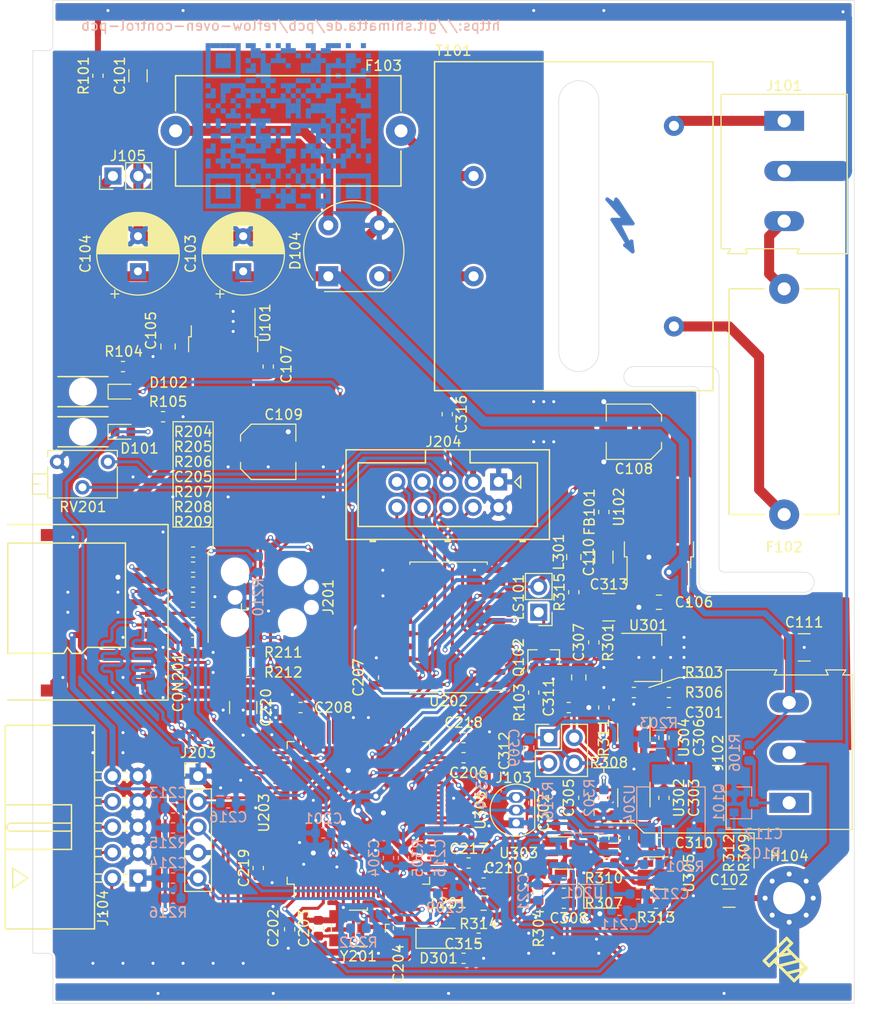
<source format=kicad_pcb>
(kicad_pcb (version 20171130) (host pcbnew 5.1.5)

  (general
    (thickness 1.6)
    (drawings 55)
    (tracks 1871)
    (zones 0)
    (modules 130)
    (nets 134)
  )

  (page A4)
  (layers
    (0 F.Cu signal)
    (31 B.Cu signal)
    (32 B.Adhes user)
    (33 F.Adhes user)
    (34 B.Paste user)
    (35 F.Paste user)
    (36 B.SilkS user)
    (37 F.SilkS user)
    (38 B.Mask user)
    (39 F.Mask user)
    (40 Dwgs.User user)
    (41 Cmts.User user)
    (42 Eco1.User user)
    (43 Eco2.User user)
    (44 Edge.Cuts user)
    (45 Margin user)
    (46 B.CrtYd user)
    (47 F.CrtYd user)
    (48 B.Fab user hide)
    (49 F.Fab user hide)
  )

  (setup
    (last_trace_width 0.25)
    (user_trace_width 0.3)
    (user_trace_width 0.4)
    (user_trace_width 0.6)
    (user_trace_width 1)
    (user_trace_width 2)
    (trace_clearance 0.2)
    (zone_clearance 0.25)
    (zone_45_only no)
    (trace_min 0.21)
    (via_size 0.5)
    (via_drill 0.3)
    (via_min_size 0.4)
    (via_min_drill 0.3)
    (user_via 0.9 0.5)
    (uvia_size 0.3)
    (uvia_drill 0.1)
    (uvias_allowed no)
    (uvia_min_size 0.2)
    (uvia_min_drill 0.1)
    (edge_width 0.05)
    (segment_width 0.2)
    (pcb_text_width 0.3)
    (pcb_text_size 1.5 1.5)
    (mod_edge_width 0.12)
    (mod_text_size 1 1)
    (mod_text_width 0.15)
    (pad_size 0.7874 0.7874)
    (pad_drill 0)
    (pad_to_mask_clearance 0.051)
    (solder_mask_min_width 0.25)
    (aux_axis_origin 13 13)
    (grid_origin 13 13)
    (visible_elements FFFFFF7F)
    (pcbplotparams
      (layerselection 0x010fc_ffffffff)
      (usegerberextensions false)
      (usegerberattributes false)
      (usegerberadvancedattributes false)
      (creategerberjobfile false)
      (excludeedgelayer true)
      (linewidth 0.100000)
      (plotframeref false)
      (viasonmask false)
      (mode 1)
      (useauxorigin false)
      (hpglpennumber 1)
      (hpglpenspeed 20)
      (hpglpendiameter 15.000000)
      (psnegative false)
      (psa4output false)
      (plotreference true)
      (plotvalue true)
      (plotinvisibletext false)
      (padsonsilk false)
      (subtractmaskfromsilk false)
      (outputformat 1)
      (mirror false)
      (drillshape 1)
      (scaleselection 1)
      (outputdirectory ""))
  )

  (net 0 "")
  (net 1 Earth)
  (net 2 GND)
  (net 3 +8V)
  (net 4 +3V3)
  (net 5 +5V)
  (net 6 "Net-(C112-Pad2)")
  (net 7 "Net-(C203-Pad1)")
  (net 8 "Net-(C204-Pad1)")
  (net 9 "Net-(C206-Pad1)")
  (net 10 "Net-(C208-Pad1)")
  (net 11 /Controller/ENC1)
  (net 12 /Controller/ENC2)
  (net 13 /Controller/VREF)
  (net 14 /Controller/SW1)
  (net 15 "Net-(C301-Pad1)")
  (net 16 +5VA)
  (net 17 "Net-(C305-Pad1)")
  (net 18 "Net-(C305-Pad2)")
  (net 19 "Net-(C308-Pad1)")
  (net 20 /Frontend/FORCE+)
  (net 21 /Frontend/FORCE-)
  (net 22 /Frontend/SENS+)
  (net 23 /Frontend/SENS-)
  (net 24 /Controller/SDIO_D1)
  (net 25 /Controller/SDIO_D0)
  (net 26 /Controller/SDIO_CLK)
  (net 27 /Controller/SDIO_CMD)
  (net 28 /Controller/SDIO_D3)
  (net 29 /Controller/SDIO_D2)
  (net 30 "Net-(D101-Pad1)")
  (net 31 "Net-(D102-Pad1)")
  (net 32 "Net-(D104-Pad4)")
  (net 33 "Net-(D104-Pad2)")
  (net 34 /Controller/TEMP_IN)
  (net 35 /L_Trafo)
  (net 36 /L_IN)
  (net 37 "Net-(F103-Pad2)")
  (net 38 /N_IN)
  (net 39 "Net-(J102-Pad1)")
  (net 40 /DIGIO3)
  (net 41 /DIGIO2)
  (net 42 /DIGIO1)
  (net 43 /DIGIO0)
  (net 44 /Controller/SWDIO)
  (net 45 /Controller/SWCLK)
  (net 46 "Net-(J201-Pad5)")
  (net 47 "Net-(J201-Pad6)")
  (net 48 /Controller/PC_RX)
  (net 49 "Net-(J201-Pad8)")
  (net 50 /Controller/PC_TX)
  (net 51 /Controller/~RST)
  (net 52 "Net-(L301-Pad2)")
  (net 53 "Net-(LS101-Pad1)")
  (net 54 "Net-(Q102-Pad1)")
  (net 55 "Net-(R309-Pad1)")
  (net 56 "Net-(R310-Pad2)")
  (net 57 /Controller/LCD_VO)
  (net 58 "Net-(U202-Pad2)")
  (net 59 "Net-(U202-Pad4)")
  (net 60 "Net-(U202-Pad6)")
  (net 61 "Net-(U202-Pad7)")
  (net 62 "Net-(U202-Pad8)")
  (net 63 "Net-(U202-Pad9)")
  (net 64 "Net-(U202-Pad15)")
  (net 65 "Net-(U202-Pad17)")
  (net 66 "Net-(U203-Pad2)")
  (net 67 "Net-(U203-Pad3)")
  (net 68 "Net-(U203-Pad4)")
  (net 69 "Net-(U203-Pad5)")
  (net 70 "Net-(U203-Pad7)")
  (net 71 "Net-(U203-Pad8)")
  (net 72 "Net-(U203-Pad9)")
  (net 73 "Net-(U203-Pad15)")
  (net 74 "Net-(U203-Pad16)")
  (net 75 "Net-(U203-Pad17)")
  (net 76 "Net-(U203-Pad18)")
  (net 77 "Net-(U203-Pad26)")
  (net 78 "Net-(U203-Pad29)")
  (net 79 "Net-(U203-Pad32)")
  (net 80 "Net-(U203-Pad33)")
  (net 81 "Net-(U203-Pad38)")
  (net 82 "Net-(U203-Pad39)")
  (net 83 "Net-(U203-Pad40)")
  (net 84 "Net-(U203-Pad41)")
  (net 85 "Net-(U203-Pad42)")
  (net 86 "Net-(U203-Pad43)")
  (net 87 "Net-(U203-Pad44)")
  (net 88 "Net-(U203-Pad45)")
  (net 89 "Net-(U203-Pad46)")
  (net 90 "Net-(U203-Pad51)")
  (net 91 "Net-(U203-Pad52)")
  (net 92 "Net-(U203-Pad53)")
  (net 93 "Net-(U203-Pad54)")
  (net 94 "Net-(U203-Pad59)")
  (net 95 "Net-(U203-Pad60)")
  (net 96 "Net-(U203-Pad61)")
  (net 97 "Net-(U203-Pad62)")
  (net 98 "Net-(U203-Pad63)")
  (net 99 "Net-(U203-Pad64)")
  (net 100 "Net-(U203-Pad67)")
  (net 101 "Net-(U203-Pad70)")
  (net 102 "Net-(U203-Pad71)")
  (net 103 "Net-(U203-Pad77)")
  (net 104 "Net-(U203-Pad81)")
  (net 105 "Net-(U203-Pad82)")
  (net 106 "Net-(U203-Pad84)")
  (net 107 "Net-(U203-Pad86)")
  (net 108 "Net-(U203-Pad95)")
  (net 109 "Net-(U203-Pad96)")
  (net 110 "Net-(U203-Pad97)")
  (net 111 "Net-(U203-Pad98)")
  (net 112 /Controller/LCD_RS)
  (net 113 /Controller/LCD_EN)
  (net 114 /Controller/LCD_D3)
  (net 115 /Controller/LCD_D0)
  (net 116 /Controller/LCD_D2)
  (net 117 /Controller/LCD_D1)
  (net 118 "Net-(C308-Pad2)")
  (net 119 "Net-(U203-Pad34)")
  (net 120 "Net-(CON201-Pad9)")
  (net 121 "Net-(C307-Pad1)")
  (net 122 /Controller/FRONTEND_TEMP)
  (net 123 /OUT0)
  (net 124 /OUT3)
  (net 125 /OUT2)
  (net 126 /OUT1)
  (net 127 /Controller/VDDA)
  (net 128 /Frontend/ADC_VDD)
  (net 129 /Frontend/ADC_CS)
  (net 130 /Frontend/ADC_SCK)
  (net 131 /Frontend/ADC_SDO)
  (net 132 /Frontend/ADC_TEMP)
  (net 133 +5VL)

  (net_class Default "This is the default net class."
    (clearance 0.2)
    (trace_width 0.25)
    (via_dia 0.5)
    (via_drill 0.3)
    (uvia_dia 0.3)
    (uvia_drill 0.1)
    (diff_pair_width 0.21)
    (diff_pair_gap 0.25)
    (add_net +3V3)
    (add_net +5V)
    (add_net +5VA)
    (add_net +5VL)
    (add_net +8V)
    (add_net /Controller/ENC1)
    (add_net /Controller/ENC2)
    (add_net /Controller/FRONTEND_TEMP)
    (add_net /Controller/LCD_D0)
    (add_net /Controller/LCD_D1)
    (add_net /Controller/LCD_D2)
    (add_net /Controller/LCD_D3)
    (add_net /Controller/LCD_EN)
    (add_net /Controller/LCD_RS)
    (add_net /Controller/LCD_VO)
    (add_net /Controller/PC_RX)
    (add_net /Controller/PC_TX)
    (add_net /Controller/SDIO_CLK)
    (add_net /Controller/SDIO_CMD)
    (add_net /Controller/SDIO_D0)
    (add_net /Controller/SDIO_D1)
    (add_net /Controller/SDIO_D2)
    (add_net /Controller/SDIO_D3)
    (add_net /Controller/SW1)
    (add_net /Controller/SWCLK)
    (add_net /Controller/SWDIO)
    (add_net /Controller/TEMP_IN)
    (add_net /Controller/VDDA)
    (add_net /Controller/VREF)
    (add_net /Controller/~RST)
    (add_net /DIGIO0)
    (add_net /DIGIO1)
    (add_net /DIGIO2)
    (add_net /DIGIO3)
    (add_net /Frontend/ADC_CS)
    (add_net /Frontend/ADC_SCK)
    (add_net /Frontend/ADC_SDO)
    (add_net /Frontend/ADC_TEMP)
    (add_net /Frontend/ADC_VDD)
    (add_net /Frontend/FORCE+)
    (add_net /Frontend/FORCE-)
    (add_net /Frontend/SENS+)
    (add_net /Frontend/SENS-)
    (add_net /OUT0)
    (add_net /OUT1)
    (add_net /OUT2)
    (add_net /OUT3)
    (add_net Earth)
    (add_net GND)
    (add_net "Net-(C112-Pad2)")
    (add_net "Net-(C203-Pad1)")
    (add_net "Net-(C204-Pad1)")
    (add_net "Net-(C206-Pad1)")
    (add_net "Net-(C208-Pad1)")
    (add_net "Net-(C301-Pad1)")
    (add_net "Net-(C305-Pad1)")
    (add_net "Net-(C305-Pad2)")
    (add_net "Net-(C307-Pad1)")
    (add_net "Net-(C308-Pad1)")
    (add_net "Net-(C308-Pad2)")
    (add_net "Net-(CON201-Pad9)")
    (add_net "Net-(D101-Pad1)")
    (add_net "Net-(D102-Pad1)")
    (add_net "Net-(D104-Pad2)")
    (add_net "Net-(D104-Pad4)")
    (add_net "Net-(F103-Pad2)")
    (add_net "Net-(J102-Pad1)")
    (add_net "Net-(J201-Pad5)")
    (add_net "Net-(J201-Pad6)")
    (add_net "Net-(J201-Pad8)")
    (add_net "Net-(L301-Pad2)")
    (add_net "Net-(LS101-Pad1)")
    (add_net "Net-(Q102-Pad1)")
    (add_net "Net-(R309-Pad1)")
    (add_net "Net-(R310-Pad2)")
    (add_net "Net-(U202-Pad15)")
    (add_net "Net-(U202-Pad17)")
    (add_net "Net-(U202-Pad2)")
    (add_net "Net-(U202-Pad4)")
    (add_net "Net-(U202-Pad6)")
    (add_net "Net-(U202-Pad7)")
    (add_net "Net-(U202-Pad8)")
    (add_net "Net-(U202-Pad9)")
    (add_net "Net-(U203-Pad15)")
    (add_net "Net-(U203-Pad16)")
    (add_net "Net-(U203-Pad17)")
    (add_net "Net-(U203-Pad18)")
    (add_net "Net-(U203-Pad2)")
    (add_net "Net-(U203-Pad26)")
    (add_net "Net-(U203-Pad29)")
    (add_net "Net-(U203-Pad3)")
    (add_net "Net-(U203-Pad32)")
    (add_net "Net-(U203-Pad33)")
    (add_net "Net-(U203-Pad34)")
    (add_net "Net-(U203-Pad38)")
    (add_net "Net-(U203-Pad39)")
    (add_net "Net-(U203-Pad4)")
    (add_net "Net-(U203-Pad40)")
    (add_net "Net-(U203-Pad41)")
    (add_net "Net-(U203-Pad42)")
    (add_net "Net-(U203-Pad43)")
    (add_net "Net-(U203-Pad44)")
    (add_net "Net-(U203-Pad45)")
    (add_net "Net-(U203-Pad46)")
    (add_net "Net-(U203-Pad5)")
    (add_net "Net-(U203-Pad51)")
    (add_net "Net-(U203-Pad52)")
    (add_net "Net-(U203-Pad53)")
    (add_net "Net-(U203-Pad54)")
    (add_net "Net-(U203-Pad59)")
    (add_net "Net-(U203-Pad60)")
    (add_net "Net-(U203-Pad61)")
    (add_net "Net-(U203-Pad62)")
    (add_net "Net-(U203-Pad63)")
    (add_net "Net-(U203-Pad64)")
    (add_net "Net-(U203-Pad67)")
    (add_net "Net-(U203-Pad7)")
    (add_net "Net-(U203-Pad70)")
    (add_net "Net-(U203-Pad71)")
    (add_net "Net-(U203-Pad77)")
    (add_net "Net-(U203-Pad8)")
    (add_net "Net-(U203-Pad81)")
    (add_net "Net-(U203-Pad82)")
    (add_net "Net-(U203-Pad84)")
    (add_net "Net-(U203-Pad86)")
    (add_net "Net-(U203-Pad9)")
    (add_net "Net-(U203-Pad95)")
    (add_net "Net-(U203-Pad96)")
    (add_net "Net-(U203-Pad97)")
    (add_net "Net-(U203-Pad98)")
  )

  (net_class HV ""
    (clearance 2.5)
    (trace_width 1)
    (via_dia 0.5)
    (via_drill 0.3)
    (uvia_dia 0.3)
    (uvia_drill 0.1)
    (diff_pair_width 0.21)
    (diff_pair_gap 0.25)
    (add_net /L_IN)
    (add_net /L_Trafo)
    (add_net /N_IN)
  )

  (module shimatta_tht:BV-EI-303-2010 (layer F.Cu) (tedit 5E092AF7) (tstamp 5DEF178F)
    (at 70 35.5 180)
    (path /5D6EA3F7)
    (fp_text reference T101 (at 12 17.5 180) (layer F.SilkS)
      (effects (font (size 1 1) (thickness 0.15)))
    )
    (fp_text value 230VAC/6VAC (at 0 -0.5 180) (layer F.Fab)
      (effects (font (size 1 1) (thickness 0.15)))
    )
    (fp_line (start 13.9 -16.4) (end 13.9 16.4) (layer F.SilkS) (width 0.15))
    (fp_line (start -13.9 16.4) (end 13.9 16.4) (layer F.SilkS) (width 0.15))
    (fp_line (start -13.9 -16.4) (end -13.9 16.4) (layer F.SilkS) (width 0.15))
    (fp_line (start -13.9 -16.4) (end 13.9 -16.4) (layer F.SilkS) (width 0.15))
    (pad 4 thru_hole circle (at 10 -5 180) (size 2 2) (drill 1) (layers *.Cu *.Mask)
      (net 33 "Net-(D104-Pad2)"))
    (pad 3 thru_hole circle (at 10 5 180) (size 2 2) (drill 1) (layers *.Cu *.Mask)
      (net 37 "Net-(F103-Pad2)"))
    (pad 2 thru_hole circle (at -10 -10 180) (size 2 2) (drill 1) (layers *.Cu *.Mask)
      (net 35 /L_Trafo))
    (pad 1 thru_hole circle (at -10 10 180) (size 2 2) (drill 1) (layers *.Cu *.Mask)
      (net 38 /N_IN))
  )

  (module qr:git-url (layer B.Cu) (tedit 5E03B16A) (tstamp 5E058CBF)
    (at 41.75 25.25)
    (fp_text reference QR***** (at 0 -9.75) (layer B.SilkS) hide
      (effects (font (size 1 1) (thickness 0.15)) (justify mirror))
    )
    (fp_text value https://git.shimatta.de/pcb/reflow-oven-control-pcb (at 0 -9.75 180) (layer B.SilkS)
      (effects (font (size 1 1) (thickness 0.15)) (justify mirror))
    )
    (fp_poly (pts (xy 8.3 -8.3) (xy 8.3 8.3) (xy -8.3 8.3) (xy -8.3 -8.3)) (layer B.Mask) (width 0))
    (fp_line (start -8.35 -8.35) (end -8.35 8.35) (layer B.CrtYd) (width 0.05))
    (fp_line (start 8.35 -8.35) (end -8.35 -8.35) (layer B.CrtYd) (width 0.05))
    (fp_line (start 8.35 8.35) (end 8.35 -8.35) (layer B.CrtYd) (width 0.05))
    (fp_line (start -8.35 8.35) (end 8.35 8.35) (layer B.CrtYd) (width 0.05))
    (pad "" smd rect (at 7.25 -7.75) (size 0.5 0.5) (layers B.Cu))
    (pad "" smd rect (at 5.75 -7.75) (size 0.5 0.5) (layers B.Cu))
    (pad "" smd rect (at 4.75 -7.75) (size 0.5 0.5) (layers B.Cu))
    (pad "" smd rect (at 4.25 -7.75) (size 0.5 0.5) (layers B.Cu))
    (pad "" smd rect (at 3.75 -7.75) (size 0.5 0.5) (layers B.Cu))
    (pad "" smd rect (at 2.25 -7.75) (size 0.5 0.5) (layers B.Cu))
    (pad "" smd rect (at 1.75 -7.75) (size 0.5 0.5) (layers B.Cu))
    (pad "" smd rect (at -0.25 -7.75) (size 0.5 0.5) (layers B.Cu))
    (pad "" smd rect (at -1.25 -7.75) (size 0.5 0.5) (layers B.Cu))
    (pad "" smd rect (at -2.25 -7.75) (size 0.5 0.5) (layers B.Cu))
    (pad "" smd rect (at -3.75 -7.75) (size 0.5 0.5) (layers B.Cu))
    (pad "" smd rect (at -4.25 -7.75) (size 0.5 0.5) (layers B.Cu))
    (pad "" smd rect (at -5.25 -7.75) (size 0.5 0.5) (layers B.Cu))
    (pad "" smd rect (at -5.75 -7.75) (size 0.5 0.5) (layers B.Cu))
    (pad "" smd rect (at -6.25 -7.75) (size 0.5 0.5) (layers B.Cu))
    (pad "" smd rect (at -6.75 -7.75) (size 0.5 0.5) (layers B.Cu))
    (pad "" smd rect (at -7.25 -7.75) (size 0.5 0.5) (layers B.Cu))
    (pad "" smd rect (at -7.75 -7.75) (size 0.5 0.5) (layers B.Cu))
    (pad "" smd rect (at -8.25 -7.75) (size 0.5 0.5) (layers B.Cu))
    (pad "" smd rect (at 3.75 -7.25) (size 0.5 0.5) (layers B.Cu))
    (pad "" smd rect (at 3.25 -7.25) (size 0.5 0.5) (layers B.Cu))
    (pad "" smd rect (at 2.25 -7.25) (size 0.5 0.5) (layers B.Cu))
    (pad "" smd rect (at 0.25 -7.25) (size 0.5 0.5) (layers B.Cu))
    (pad "" smd rect (at -0.25 -7.25) (size 0.5 0.5) (layers B.Cu))
    (pad "" smd rect (at -0.75 -7.25) (size 0.5 0.5) (layers B.Cu))
    (pad "" smd rect (at -3.25 -7.25) (size 0.5 0.5) (layers B.Cu))
    (pad "" smd rect (at -3.75 -7.25) (size 0.5 0.5) (layers B.Cu))
    (pad "" smd rect (at -5.25 -7.25) (size 0.5 0.5) (layers B.Cu))
    (pad "" smd rect (at -8.25 -7.25) (size 0.5 0.5) (layers B.Cu))
    (pad "" smd rect (at 7.75 -6.75) (size 0.5 0.5) (layers B.Cu))
    (pad "" smd rect (at 6.25 -6.75) (size 0.5 0.5) (layers B.Cu))
    (pad "" smd rect (at 5.75 -6.75) (size 0.5 0.5) (layers B.Cu))
    (pad "" smd rect (at 2.75 -6.75) (size 0.5 0.5) (layers B.Cu))
    (pad "" smd rect (at 1.75 -6.75) (size 0.5 0.5) (layers B.Cu))
    (pad "" smd rect (at 0.75 -6.75) (size 0.5 0.5) (layers B.Cu))
    (pad "" smd rect (at -1.25 -6.75) (size 0.5 0.5) (layers B.Cu))
    (pad "" smd rect (at -2.75 -6.75) (size 0.5 0.5) (layers B.Cu))
    (pad "" smd rect (at -3.25 -6.75) (size 0.5 0.5) (layers B.Cu))
    (pad "" smd rect (at -3.75 -6.75) (size 0.5 0.5) (layers B.Cu))
    (pad "" smd rect (at -5.25 -6.75) (size 0.5 0.5) (layers B.Cu))
    (pad "" smd rect (at -6.25 -6.75) (size 0.5 0.5) (layers B.Cu))
    (pad "" smd rect (at -6.75 -6.75) (size 0.5 0.5) (layers B.Cu))
    (pad "" smd rect (at -7.25 -6.75) (size 0.5 0.5) (layers B.Cu))
    (pad "" smd rect (at -8.25 -6.75) (size 0.5 0.5) (layers B.Cu))
    (pad "" smd rect (at 6.75 -6.25) (size 0.5 0.5) (layers B.Cu))
    (pad "" smd rect (at 6.25 -6.25) (size 0.5 0.5) (layers B.Cu))
    (pad "" smd rect (at 5.75 -6.25) (size 0.5 0.5) (layers B.Cu))
    (pad "" smd rect (at 4.75 -6.25) (size 0.5 0.5) (layers B.Cu))
    (pad "" smd rect (at 3.25 -6.25) (size 0.5 0.5) (layers B.Cu))
    (pad "" smd rect (at 2.75 -6.25) (size 0.5 0.5) (layers B.Cu))
    (pad "" smd rect (at 2.25 -6.25) (size 0.5 0.5) (layers B.Cu))
    (pad "" smd rect (at -0.75 -6.25) (size 0.5 0.5) (layers B.Cu))
    (pad "" smd rect (at -1.25 -6.25) (size 0.5 0.5) (layers B.Cu))
    (pad "" smd rect (at -1.75 -6.25) (size 0.5 0.5) (layers B.Cu))
    (pad "" smd rect (at -2.75 -6.25) (size 0.5 0.5) (layers B.Cu))
    (pad "" smd rect (at -4.25 -6.25) (size 0.5 0.5) (layers B.Cu))
    (pad "" smd rect (at -5.25 -6.25) (size 0.5 0.5) (layers B.Cu))
    (pad "" smd rect (at -6.25 -6.25) (size 0.5 0.5) (layers B.Cu))
    (pad "" smd rect (at -6.75 -6.25) (size 0.5 0.5) (layers B.Cu))
    (pad "" smd rect (at -7.25 -6.25) (size 0.5 0.5) (layers B.Cu))
    (pad "" smd rect (at -8.25 -6.25) (size 0.5 0.5) (layers B.Cu))
    (pad "" smd rect (at 7.75 -5.75) (size 0.5 0.5) (layers B.Cu))
    (pad "" smd rect (at 6.25 -5.75) (size 0.5 0.5) (layers B.Cu))
    (pad "" smd rect (at 5.75 -5.75) (size 0.5 0.5) (layers B.Cu))
    (pad "" smd rect (at 5.25 -5.75) (size 0.5 0.5) (layers B.Cu))
    (pad "" smd rect (at 4.75 -5.75) (size 0.5 0.5) (layers B.Cu))
    (pad "" smd rect (at 4.25 -5.75) (size 0.5 0.5) (layers B.Cu))
    (pad "" smd rect (at 3.75 -5.75) (size 0.5 0.5) (layers B.Cu))
    (pad "" smd rect (at 2.75 -5.75) (size 0.5 0.5) (layers B.Cu))
    (pad "" smd rect (at 2.25 -5.75) (size 0.5 0.5) (layers B.Cu))
    (pad "" smd rect (at 1.75 -5.75) (size 0.5 0.5) (layers B.Cu))
    (pad "" smd rect (at 1.25 -5.75) (size 0.5 0.5) (layers B.Cu))
    (pad "" smd rect (at -0.25 -5.75) (size 0.5 0.5) (layers B.Cu))
    (pad "" smd rect (at -2.25 -5.75) (size 0.5 0.5) (layers B.Cu))
    (pad "" smd rect (at -2.75 -5.75) (size 0.5 0.5) (layers B.Cu))
    (pad "" smd rect (at -3.75 -5.75) (size 0.5 0.5) (layers B.Cu))
    (pad "" smd rect (at -5.25 -5.75) (size 0.5 0.5) (layers B.Cu))
    (pad "" smd rect (at -6.25 -5.75) (size 0.5 0.5) (layers B.Cu))
    (pad "" smd rect (at -6.75 -5.75) (size 0.5 0.5) (layers B.Cu))
    (pad "" smd rect (at -7.25 -5.75) (size 0.5 0.5) (layers B.Cu))
    (pad "" smd rect (at -8.25 -5.75) (size 0.5 0.5) (layers B.Cu))
    (pad "" smd rect (at 7.75 -5.25) (size 0.5 0.5) (layers B.Cu))
    (pad "" smd rect (at 7.25 -5.25) (size 0.5 0.5) (layers B.Cu))
    (pad "" smd rect (at 5.75 -5.25) (size 0.5 0.5) (layers B.Cu))
    (pad "" smd rect (at 3.75 -5.25) (size 0.5 0.5) (layers B.Cu))
    (pad "" smd rect (at 2.75 -5.25) (size 0.5 0.5) (layers B.Cu))
    (pad "" smd rect (at 2.25 -5.25) (size 0.5 0.5) (layers B.Cu))
    (pad "" smd rect (at 1.75 -5.25) (size 0.5 0.5) (layers B.Cu))
    (pad "" smd rect (at 1.25 -5.25) (size 0.5 0.5) (layers B.Cu))
    (pad "" smd rect (at -2.25 -5.25) (size 0.5 0.5) (layers B.Cu))
    (pad "" smd rect (at -2.75 -5.25) (size 0.5 0.5) (layers B.Cu))
    (pad "" smd rect (at -3.75 -5.25) (size 0.5 0.5) (layers B.Cu))
    (pad "" smd rect (at -4.25 -5.25) (size 0.5 0.5) (layers B.Cu))
    (pad "" smd rect (at -5.25 -5.25) (size 0.5 0.5) (layers B.Cu))
    (pad "" smd rect (at -8.25 -5.25) (size 0.5 0.5) (layers B.Cu))
    (pad "" smd rect (at 7.25 -4.75) (size 0.5 0.5) (layers B.Cu))
    (pad "" smd rect (at 6.75 -4.75) (size 0.5 0.5) (layers B.Cu))
    (pad "" smd rect (at 6.25 -4.75) (size 0.5 0.5) (layers B.Cu))
    (pad "" smd rect (at 5.75 -4.75) (size 0.5 0.5) (layers B.Cu))
    (pad "" smd rect (at 4.75 -4.75) (size 0.5 0.5) (layers B.Cu))
    (pad "" smd rect (at 3.75 -4.75) (size 0.5 0.5) (layers B.Cu))
    (pad "" smd rect (at -2.25 -4.75) (size 0.5 0.5) (layers B.Cu))
    (pad "" smd rect (at -2.75 -4.75) (size 0.5 0.5) (layers B.Cu))
    (pad "" smd rect (at -3.25 -4.75) (size 0.5 0.5) (layers B.Cu))
    (pad "" smd rect (at -5.25 -4.75) (size 0.5 0.5) (layers B.Cu))
    (pad "" smd rect (at -5.75 -4.75) (size 0.5 0.5) (layers B.Cu))
    (pad "" smd rect (at -6.25 -4.75) (size 0.5 0.5) (layers B.Cu))
    (pad "" smd rect (at -6.75 -4.75) (size 0.5 0.5) (layers B.Cu))
    (pad "" smd rect (at -7.25 -4.75) (size 0.5 0.5) (layers B.Cu))
    (pad "" smd rect (at -7.75 -4.75) (size 0.5 0.5) (layers B.Cu))
    (pad "" smd rect (at -8.25 -4.75) (size 0.5 0.5) (layers B.Cu))
    (pad "" smd rect (at 7.75 -4.25) (size 0.5 0.5) (layers B.Cu))
    (pad "" smd rect (at 6.25 -4.25) (size 0.5 0.5) (layers B.Cu))
    (pad "" smd rect (at 5.75 -4.25) (size 0.5 0.5) (layers B.Cu))
    (pad "" smd rect (at 3.75 -4.25) (size 0.5 0.5) (layers B.Cu))
    (pad "" smd rect (at 2.75 -4.25) (size 0.5 0.5) (layers B.Cu))
    (pad "" smd rect (at 1.75 -4.25) (size 0.5 0.5) (layers B.Cu))
    (pad "" smd rect (at 1.25 -4.25) (size 0.5 0.5) (layers B.Cu))
    (pad "" smd rect (at 0.75 -4.25) (size 0.5 0.5) (layers B.Cu))
    (pad "" smd rect (at -1.75 -4.25) (size 0.5 0.5) (layers B.Cu))
    (pad "" smd rect (at -2.25 -4.25) (size 0.5 0.5) (layers B.Cu))
    (pad "" smd rect (at -2.75 -4.25) (size 0.5 0.5) (layers B.Cu))
    (pad "" smd rect (at -3.75 -4.25) (size 0.5 0.5) (layers B.Cu))
    (pad "" smd rect (at -4.25 -4.25) (size 0.5 0.5) (layers B.Cu))
    (pad "" smd rect (at 7.75 -3.75) (size 0.5 0.5) (layers B.Cu))
    (pad "" smd rect (at 5.75 -3.75) (size 0.5 0.5) (layers B.Cu))
    (pad "" smd rect (at 5.25 -3.75) (size 0.5 0.5) (layers B.Cu))
    (pad "" smd rect (at 4.75 -3.75) (size 0.5 0.5) (layers B.Cu))
    (pad "" smd rect (at 4.25 -3.75) (size 0.5 0.5) (layers B.Cu))
    (pad "" smd rect (at 3.75 -3.75) (size 0.5 0.5) (layers B.Cu))
    (pad "" smd rect (at 3.25 -3.75) (size 0.5 0.5) (layers B.Cu))
    (pad "" smd rect (at 2.25 -3.75) (size 0.5 0.5) (layers B.Cu))
    (pad "" smd rect (at 0.25 -3.75) (size 0.5 0.5) (layers B.Cu))
    (pad "" smd rect (at -0.25 -3.75) (size 0.5 0.5) (layers B.Cu))
    (pad "" smd rect (at -0.75 -3.75) (size 0.5 0.5) (layers B.Cu))
    (pad "" smd rect (at -2.25 -3.75) (size 0.5 0.5) (layers B.Cu))
    (pad "" smd rect (at -4.75 -3.75) (size 0.5 0.5) (layers B.Cu))
    (pad "" smd rect (at -5.25 -3.75) (size 0.5 0.5) (layers B.Cu))
    (pad "" smd rect (at -5.75 -3.75) (size 0.5 0.5) (layers B.Cu))
    (pad "" smd rect (at -6.25 -3.75) (size 0.5 0.5) (layers B.Cu))
    (pad "" smd rect (at -6.75 -3.75) (size 0.5 0.5) (layers B.Cu))
    (pad "" smd rect (at -8.25 -3.75) (size 0.5 0.5) (layers B.Cu))
    (pad "" smd rect (at 6.25 -3.25) (size 0.5 0.5) (layers B.Cu))
    (pad "" smd rect (at 3.75 -3.25) (size 0.5 0.5) (layers B.Cu))
    (pad "" smd rect (at 3.25 -3.25) (size 0.5 0.5) (layers B.Cu))
    (pad "" smd rect (at 2.75 -3.25) (size 0.5 0.5) (layers B.Cu))
    (pad "" smd rect (at 2.25 -3.25) (size 0.5 0.5) (layers B.Cu))
    (pad "" smd rect (at 1.75 -3.25) (size 0.5 0.5) (layers B.Cu))
    (pad "" smd rect (at 0.75 -3.25) (size 0.5 0.5) (layers B.Cu))
    (pad "" smd rect (at -0.25 -3.25) (size 0.5 0.5) (layers B.Cu))
    (pad "" smd rect (at -1.75 -3.25) (size 0.5 0.5) (layers B.Cu))
    (pad "" smd rect (at -2.75 -3.25) (size 0.5 0.5) (layers B.Cu))
    (pad "" smd rect (at -3.25 -3.25) (size 0.5 0.5) (layers B.Cu))
    (pad "" smd rect (at -3.75 -3.25) (size 0.5 0.5) (layers B.Cu))
    (pad "" smd rect (at -4.25 -3.25) (size 0.5 0.5) (layers B.Cu))
    (pad "" smd rect (at -4.75 -3.25) (size 0.5 0.5) (layers B.Cu))
    (pad "" smd rect (at -6.25 -3.25) (size 0.5 0.5) (layers B.Cu))
    (pad "" smd rect (at -6.75 -3.25) (size 0.5 0.5) (layers B.Cu))
    (pad "" smd rect (at -7.75 -3.25) (size 0.5 0.5) (layers B.Cu))
    (pad "" smd rect (at 7.75 -2.75) (size 0.5 0.5) (layers B.Cu))
    (pad "" smd rect (at 6.75 -2.75) (size 0.5 0.5) (layers B.Cu))
    (pad "" smd rect (at 6.25 -2.75) (size 0.5 0.5) (layers B.Cu))
    (pad "" smd rect (at 5.75 -2.75) (size 0.5 0.5) (layers B.Cu))
    (pad "" smd rect (at 4.75 -2.75) (size 0.5 0.5) (layers B.Cu))
    (pad "" smd rect (at 2.75 -2.75) (size 0.5 0.5) (layers B.Cu))
    (pad "" smd rect (at 1.25 -2.75) (size 0.5 0.5) (layers B.Cu))
    (pad "" smd rect (at 0.25 -2.75) (size 0.5 0.5) (layers B.Cu))
    (pad "" smd rect (at -0.75 -2.75) (size 0.5 0.5) (layers B.Cu))
    (pad "" smd rect (at -2.75 -2.75) (size 0.5 0.5) (layers B.Cu))
    (pad "" smd rect (at -3.75 -2.75) (size 0.5 0.5) (layers B.Cu))
    (pad "" smd rect (at -4.75 -2.75) (size 0.5 0.5) (layers B.Cu))
    (pad "" smd rect (at -5.25 -2.75) (size 0.5 0.5) (layers B.Cu))
    (pad "" smd rect (at -6.75 -2.75) (size 0.5 0.5) (layers B.Cu))
    (pad "" smd rect (at -7.75 -2.75) (size 0.5 0.5) (layers B.Cu))
    (pad "" smd rect (at -8.25 -2.75) (size 0.5 0.5) (layers B.Cu))
    (pad "" smd rect (at 7.75 -2.25) (size 0.5 0.5) (layers B.Cu))
    (pad "" smd rect (at 7.25 -2.25) (size 0.5 0.5) (layers B.Cu))
    (pad "" smd rect (at 6.75 -2.25) (size 0.5 0.5) (layers B.Cu))
    (pad "" smd rect (at 4.75 -2.25) (size 0.5 0.5) (layers B.Cu))
    (pad "" smd rect (at 4.25 -2.25) (size 0.5 0.5) (layers B.Cu))
    (pad "" smd rect (at 3.75 -2.25) (size 0.5 0.5) (layers B.Cu))
    (pad "" smd rect (at 1.75 -2.25) (size 0.5 0.5) (layers B.Cu))
    (pad "" smd rect (at 0.75 -2.25) (size 0.5 0.5) (layers B.Cu))
    (pad "" smd rect (at -0.25 -2.25) (size 0.5 0.5) (layers B.Cu))
    (pad "" smd rect (at -0.75 -2.25) (size 0.5 0.5) (layers B.Cu))
    (pad "" smd rect (at -1.25 -2.25) (size 0.5 0.5) (layers B.Cu))
    (pad "" smd rect (at -1.75 -2.25) (size 0.5 0.5) (layers B.Cu))
    (pad "" smd rect (at -2.25 -2.25) (size 0.5 0.5) (layers B.Cu))
    (pad "" smd rect (at -3.25 -2.25) (size 0.5 0.5) (layers B.Cu))
    (pad "" smd rect (at -3.75 -2.25) (size 0.5 0.5) (layers B.Cu))
    (pad "" smd rect (at -4.25 -2.25) (size 0.5 0.5) (layers B.Cu))
    (pad "" smd rect (at -5.75 -2.25) (size 0.5 0.5) (layers B.Cu))
    (pad "" smd rect (at -6.75 -2.25) (size 0.5 0.5) (layers B.Cu))
    (pad "" smd rect (at 7.75 -1.75) (size 0.5 0.5) (layers B.Cu))
    (pad "" smd rect (at 7.25 -1.75) (size 0.5 0.5) (layers B.Cu))
    (pad "" smd rect (at 4.25 -1.75) (size 0.5 0.5) (layers B.Cu))
    (pad "" smd rect (at 3.75 -1.75) (size 0.5 0.5) (layers B.Cu))
    (pad "" smd rect (at 3.25 -1.75) (size 0.5 0.5) (layers B.Cu))
    (pad "" smd rect (at 2.75 -1.75) (size 0.5 0.5) (layers B.Cu))
    (pad "" smd rect (at 2.25 -1.75) (size 0.5 0.5) (layers B.Cu))
    (pad "" smd rect (at 0.75 -1.75) (size 0.5 0.5) (layers B.Cu))
    (pad "" smd rect (at 0.25 -1.75) (size 0.5 0.5) (layers B.Cu))
    (pad "" smd rect (at -0.25 -1.75) (size 0.5 0.5) (layers B.Cu))
    (pad "" smd rect (at -1.75 -1.75) (size 0.5 0.5) (layers B.Cu))
    (pad "" smd rect (at -4.25 -1.75) (size 0.5 0.5) (layers B.Cu))
    (pad "" smd rect (at -5.25 -1.75) (size 0.5 0.5) (layers B.Cu))
    (pad "" smd rect (at -7.25 -1.75) (size 0.5 0.5) (layers B.Cu))
    (pad "" smd rect (at -8.25 -1.75) (size 0.5 0.5) (layers B.Cu))
    (pad "" smd rect (at 5.25 -1.25) (size 0.5 0.5) (layers B.Cu))
    (pad "" smd rect (at 4.25 -1.25) (size 0.5 0.5) (layers B.Cu))
    (pad "" smd rect (at 3.75 -1.25) (size 0.5 0.5) (layers B.Cu))
    (pad "" smd rect (at 3.25 -1.25) (size 0.5 0.5) (layers B.Cu))
    (pad "" smd rect (at 2.75 -1.25) (size 0.5 0.5) (layers B.Cu))
    (pad "" smd rect (at 2.25 -1.25) (size 0.5 0.5) (layers B.Cu))
    (pad "" smd rect (at 1.75 -1.25) (size 0.5 0.5) (layers B.Cu))
    (pad "" smd rect (at 0.75 -1.25) (size 0.5 0.5) (layers B.Cu))
    (pad "" smd rect (at 0.25 -1.25) (size 0.5 0.5) (layers B.Cu))
    (pad "" smd rect (at -0.25 -1.25) (size 0.5 0.5) (layers B.Cu))
    (pad "" smd rect (at -2.75 -1.25) (size 0.5 0.5) (layers B.Cu))
    (pad "" smd rect (at -5.75 -1.25) (size 0.5 0.5) (layers B.Cu))
    (pad "" smd rect (at -6.75 -1.25) (size 0.5 0.5) (layers B.Cu))
    (pad "" smd rect (at -7.75 -1.25) (size 0.5 0.5) (layers B.Cu))
    (pad "" smd rect (at 7.75 -0.75) (size 0.5 0.5) (layers B.Cu))
    (pad "" smd rect (at 7.25 -0.75) (size 0.5 0.5) (layers B.Cu))
    (pad "" smd rect (at 6.75 -0.75) (size 0.5 0.5) (layers B.Cu))
    (pad "" smd rect (at 4.25 -0.75) (size 0.5 0.5) (layers B.Cu))
    (pad "" smd rect (at 3.75 -0.75) (size 0.5 0.5) (layers B.Cu))
    (pad "" smd rect (at 1.75 -0.75) (size 0.5 0.5) (layers B.Cu))
    (pad "" smd rect (at 0.75 -0.75) (size 0.5 0.5) (layers B.Cu))
    (pad "" smd rect (at -0.25 -0.75) (size 0.5 0.5) (layers B.Cu))
    (pad "" smd rect (at -4.25 -0.75) (size 0.5 0.5) (layers B.Cu))
    (pad "" smd rect (at -5.25 -0.75) (size 0.5 0.5) (layers B.Cu))
    (pad "" smd rect (at -5.75 -0.75) (size 0.5 0.5) (layers B.Cu))
    (pad "" smd rect (at -6.25 -0.75) (size 0.5 0.5) (layers B.Cu))
    (pad "" smd rect (at 7.25 -0.25) (size 0.5 0.5) (layers B.Cu))
    (pad "" smd rect (at 6.25 -0.25) (size 0.5 0.5) (layers B.Cu))
    (pad "" smd rect (at 5.25 -0.25) (size 0.5 0.5) (layers B.Cu))
    (pad "" smd rect (at 4.25 -0.25) (size 0.5 0.5) (layers B.Cu))
    (pad "" smd rect (at 3.25 -0.25) (size 0.5 0.5) (layers B.Cu))
    (pad "" smd rect (at -2.25 -0.25) (size 0.5 0.5) (layers B.Cu))
    (pad "" smd rect (at -2.75 -0.25) (size 0.5 0.5) (layers B.Cu))
    (pad "" smd rect (at -3.25 -0.25) (size 0.5 0.5) (layers B.Cu))
    (pad "" smd rect (at -3.75 -0.25) (size 0.5 0.5) (layers B.Cu))
    (pad "" smd rect (at -7.25 -0.25) (size 0.5 0.5) (layers B.Cu))
    (pad "" smd rect (at 7.25 0.25) (size 0.5 0.5) (layers B.Cu))
    (pad "" smd rect (at 5.75 0.25) (size 0.5 0.5) (layers B.Cu))
    (pad "" smd rect (at 4.75 0.25) (size 0.5 0.5) (layers B.Cu))
    (pad "" smd rect (at 3.75 0.25) (size 0.5 0.5) (layers B.Cu))
    (pad "" smd rect (at 3.25 0.25) (size 0.5 0.5) (layers B.Cu))
    (pad "" smd rect (at 2.75 0.25) (size 0.5 0.5) (layers B.Cu))
    (pad "" smd rect (at 2.25 0.25) (size 0.5 0.5) (layers B.Cu))
    (pad "" smd rect (at 1.75 0.25) (size 0.5 0.5) (layers B.Cu))
    (pad "" smd rect (at 1.25 0.25) (size 0.5 0.5) (layers B.Cu))
    (pad "" smd rect (at 0.75 0.25) (size 0.5 0.5) (layers B.Cu))
    (pad "" smd rect (at 0.25 0.25) (size 0.5 0.5) (layers B.Cu))
    (pad "" smd rect (at -2.75 0.25) (size 0.5 0.5) (layers B.Cu))
    (pad "" smd rect (at -3.25 0.25) (size 0.5 0.5) (layers B.Cu))
    (pad "" smd rect (at -4.25 0.25) (size 0.5 0.5) (layers B.Cu))
    (pad "" smd rect (at -5.25 0.25) (size 0.5 0.5) (layers B.Cu))
    (pad "" smd rect (at -5.75 0.25) (size 0.5 0.5) (layers B.Cu))
    (pad "" smd rect (at -6.25 0.25) (size 0.5 0.5) (layers B.Cu))
    (pad "" smd rect (at -7.25 0.25) (size 0.5 0.5) (layers B.Cu))
    (pad "" smd rect (at -8.25 0.25) (size 0.5 0.5) (layers B.Cu))
    (pad "" smd rect (at 7.25 0.75) (size 0.5 0.5) (layers B.Cu))
    (pad "" smd rect (at 6.25 0.75) (size 0.5 0.5) (layers B.Cu))
    (pad "" smd rect (at 4.75 0.75) (size 0.5 0.5) (layers B.Cu))
    (pad "" smd rect (at 3.75 0.75) (size 0.5 0.5) (layers B.Cu))
    (pad "" smd rect (at 2.75 0.75) (size 0.5 0.5) (layers B.Cu))
    (pad "" smd rect (at 2.25 0.75) (size 0.5 0.5) (layers B.Cu))
    (pad "" smd rect (at 0.75 0.75) (size 0.5 0.5) (layers B.Cu))
    (pad "" smd rect (at 0.25 0.75) (size 0.5 0.5) (layers B.Cu))
    (pad "" smd rect (at -0.75 0.75) (size 0.5 0.5) (layers B.Cu))
    (pad "" smd rect (at -1.75 0.75) (size 0.5 0.5) (layers B.Cu))
    (pad "" smd rect (at -3.25 0.75) (size 0.5 0.5) (layers B.Cu))
    (pad "" smd rect (at -4.25 0.75) (size 0.5 0.5) (layers B.Cu))
    (pad "" smd rect (at -6.25 0.75) (size 0.5 0.5) (layers B.Cu))
    (pad "" smd rect (at -6.75 0.75) (size 0.5 0.5) (layers B.Cu))
    (pad "" smd rect (at 7.25 1.25) (size 0.5 0.5) (layers B.Cu))
    (pad "" smd rect (at 5.75 1.25) (size 0.5 0.5) (layers B.Cu))
    (pad "" smd rect (at 5.25 1.25) (size 0.5 0.5) (layers B.Cu))
    (pad "" smd rect (at 4.75 1.25) (size 0.5 0.5) (layers B.Cu))
    (pad "" smd rect (at 4.25 1.25) (size 0.5 0.5) (layers B.Cu))
    (pad "" smd rect (at 3.75 1.25) (size 0.5 0.5) (layers B.Cu))
    (pad "" smd rect (at 3.25 1.25) (size 0.5 0.5) (layers B.Cu))
    (pad "" smd rect (at 2.75 1.25) (size 0.5 0.5) (layers B.Cu))
    (pad "" smd rect (at 0.25 1.25) (size 0.5 0.5) (layers B.Cu))
    (pad "" smd rect (at -1.25 1.25) (size 0.5 0.5) (layers B.Cu))
    (pad "" smd rect (at -2.25 1.25) (size 0.5 0.5) (layers B.Cu))
    (pad "" smd rect (at -2.75 1.25) (size 0.5 0.5) (layers B.Cu))
    (pad "" smd rect (at -3.25 1.25) (size 0.5 0.5) (layers B.Cu))
    (pad "" smd rect (at -4.25 1.25) (size 0.5 0.5) (layers B.Cu))
    (pad "" smd rect (at -4.75 1.25) (size 0.5 0.5) (layers B.Cu))
    (pad "" smd rect (at -5.25 1.25) (size 0.5 0.5) (layers B.Cu))
    (pad "" smd rect (at -5.75 1.25) (size 0.5 0.5) (layers B.Cu))
    (pad "" smd rect (at -7.25 1.25) (size 0.5 0.5) (layers B.Cu))
    (pad "" smd rect (at -7.75 1.25) (size 0.5 0.5) (layers B.Cu))
    (pad "" smd rect (at 7.75 1.75) (size 0.5 0.5) (layers B.Cu))
    (pad "" smd rect (at 7.25 1.75) (size 0.5 0.5) (layers B.Cu))
    (pad "" smd rect (at 5.75 1.75) (size 0.5 0.5) (layers B.Cu))
    (pad "" smd rect (at 4.75 1.75) (size 0.5 0.5) (layers B.Cu))
    (pad "" smd rect (at 3.75 1.75) (size 0.5 0.5) (layers B.Cu))
    (pad "" smd rect (at 2.75 1.75) (size 0.5 0.5) (layers B.Cu))
    (pad "" smd rect (at 0.25 1.75) (size 0.5 0.5) (layers B.Cu))
    (pad "" smd rect (at -0.25 1.75) (size 0.5 0.5) (layers B.Cu))
    (pad "" smd rect (at -0.75 1.75) (size 0.5 0.5) (layers B.Cu))
    (pad "" smd rect (at -1.75 1.75) (size 0.5 0.5) (layers B.Cu))
    (pad "" smd rect (at -2.25 1.75) (size 0.5 0.5) (layers B.Cu))
    (pad "" smd rect (at -2.75 1.75) (size 0.5 0.5) (layers B.Cu))
    (pad "" smd rect (at -3.25 1.75) (size 0.5 0.5) (layers B.Cu))
    (pad "" smd rect (at -4.75 1.75) (size 0.5 0.5) (layers B.Cu))
    (pad "" smd rect (at -5.75 1.75) (size 0.5 0.5) (layers B.Cu))
    (pad "" smd rect (at -6.25 1.75) (size 0.5 0.5) (layers B.Cu))
    (pad "" smd rect (at -6.75 1.75) (size 0.5 0.5) (layers B.Cu))
    (pad "" smd rect (at 7.25 2.25) (size 0.5 0.5) (layers B.Cu))
    (pad "" smd rect (at 6.25 2.25) (size 0.5 0.5) (layers B.Cu))
    (pad "" smd rect (at 4.75 2.25) (size 0.5 0.5) (layers B.Cu))
    (pad "" smd rect (at 3.25 2.25) (size 0.5 0.5) (layers B.Cu))
    (pad "" smd rect (at 2.25 2.25) (size 0.5 0.5) (layers B.Cu))
    (pad "" smd rect (at 1.75 2.25) (size 0.5 0.5) (layers B.Cu))
    (pad "" smd rect (at -0.75 2.25) (size 0.5 0.5) (layers B.Cu))
    (pad "" smd rect (at -2.25 2.25) (size 0.5 0.5) (layers B.Cu))
    (pad "" smd rect (at -2.75 2.25) (size 0.5 0.5) (layers B.Cu))
    (pad "" smd rect (at -3.75 2.25) (size 0.5 0.5) (layers B.Cu))
    (pad "" smd rect (at -4.25 2.25) (size 0.5 0.5) (layers B.Cu))
    (pad "" smd rect (at -4.75 2.25) (size 0.5 0.5) (layers B.Cu))
    (pad "" smd rect (at -5.25 2.25) (size 0.5 0.5) (layers B.Cu))
    (pad "" smd rect (at -5.75 2.25) (size 0.5 0.5) (layers B.Cu))
    (pad "" smd rect (at -7.75 2.25) (size 0.5 0.5) (layers B.Cu))
    (pad "" smd rect (at 6.25 2.75) (size 0.5 0.5) (layers B.Cu))
    (pad "" smd rect (at 5.75 2.75) (size 0.5 0.5) (layers B.Cu))
    (pad "" smd rect (at 4.25 2.75) (size 0.5 0.5) (layers B.Cu))
    (pad "" smd rect (at 3.75 2.75) (size 0.5 0.5) (layers B.Cu))
    (pad "" smd rect (at 3.25 2.75) (size 0.5 0.5) (layers B.Cu))
    (pad "" smd rect (at 2.75 2.75) (size 0.5 0.5) (layers B.Cu))
    (pad "" smd rect (at 2.25 2.75) (size 0.5 0.5) (layers B.Cu))
    (pad "" smd rect (at 1.75 2.75) (size 0.5 0.5) (layers B.Cu))
    (pad "" smd rect (at 1.25 2.75) (size 0.5 0.5) (layers B.Cu))
    (pad "" smd rect (at 0.25 2.75) (size 0.5 0.5) (layers B.Cu))
    (pad "" smd rect (at -0.25 2.75) (size 0.5 0.5) (layers B.Cu))
    (pad "" smd rect (at -1.25 2.75) (size 0.5 0.5) (layers B.Cu))
    (pad "" smd rect (at -2.75 2.75) (size 0.5 0.5) (layers B.Cu))
    (pad "" smd rect (at -3.25 2.75) (size 0.5 0.5) (layers B.Cu))
    (pad "" smd rect (at -3.75 2.75) (size 0.5 0.5) (layers B.Cu))
    (pad "" smd rect (at -4.25 2.75) (size 0.5 0.5) (layers B.Cu))
    (pad "" smd rect (at -5.75 2.75) (size 0.5 0.5) (layers B.Cu))
    (pad "" smd rect (at -6.25 2.75) (size 0.5 0.5) (layers B.Cu))
    (pad "" smd rect (at -6.75 2.75) (size 0.5 0.5) (layers B.Cu))
    (pad "" smd rect (at -7.75 2.75) (size 0.5 0.5) (layers B.Cu))
    (pad "" smd rect (at -8.25 2.75) (size 0.5 0.5) (layers B.Cu))
    (pad "" smd rect (at 7.75 3.25) (size 0.5 0.5) (layers B.Cu))
    (pad "" smd rect (at 6.75 3.25) (size 0.5 0.5) (layers B.Cu))
    (pad "" smd rect (at 5.75 3.25) (size 0.5 0.5) (layers B.Cu))
    (pad "" smd rect (at 5.25 3.25) (size 0.5 0.5) (layers B.Cu))
    (pad "" smd rect (at 3.75 3.25) (size 0.5 0.5) (layers B.Cu))
    (pad "" smd rect (at 2.75 3.25) (size 0.5 0.5) (layers B.Cu))
    (pad "" smd rect (at 2.25 3.25) (size 0.5 0.5) (layers B.Cu))
    (pad "" smd rect (at 1.25 3.25) (size 0.5 0.5) (layers B.Cu))
    (pad "" smd rect (at 0.25 3.25) (size 0.5 0.5) (layers B.Cu))
    (pad "" smd rect (at -0.25 3.25) (size 0.5 0.5) (layers B.Cu))
    (pad "" smd rect (at -4.75 3.25) (size 0.5 0.5) (layers B.Cu))
    (pad "" smd rect (at -5.25 3.25) (size 0.5 0.5) (layers B.Cu))
    (pad "" smd rect (at -5.75 3.25) (size 0.5 0.5) (layers B.Cu))
    (pad "" smd rect (at -6.75 3.25) (size 0.5 0.5) (layers B.Cu))
    (pad "" smd rect (at 7.75 3.75) (size 0.5 0.5) (layers B.Cu))
    (pad "" smd rect (at 5.25 3.75) (size 0.5 0.5) (layers B.Cu))
    (pad "" smd rect (at 4.75 3.75) (size 0.5 0.5) (layers B.Cu))
    (pad "" smd rect (at 4.25 3.75) (size 0.5 0.5) (layers B.Cu))
    (pad "" smd rect (at 3.75 3.75) (size 0.5 0.5) (layers B.Cu))
    (pad "" smd rect (at -0.25 3.75) (size 0.5 0.5) (layers B.Cu))
    (pad "" smd rect (at -2.75 3.75) (size 0.5 0.5) (layers B.Cu))
    (pad "" smd rect (at -3.25 3.75) (size 0.5 0.5) (layers B.Cu))
    (pad "" smd rect (at -3.75 3.75) (size 0.5 0.5) (layers B.Cu))
    (pad "" smd rect (at -4.25 3.75) (size 0.5 0.5) (layers B.Cu))
    (pad "" smd rect (at -4.75 3.75) (size 0.5 0.5) (layers B.Cu))
    (pad "" smd rect (at -6.25 3.75) (size 0.5 0.5) (layers B.Cu))
    (pad "" smd rect (at -6.75 3.75) (size 0.5 0.5) (layers B.Cu))
    (pad "" smd rect (at -7.25 3.75) (size 0.5 0.5) (layers B.Cu))
    (pad "" smd rect (at -8.25 3.75) (size 0.5 0.5) (layers B.Cu))
    (pad "" smd rect (at 5.25 4.25) (size 0.5 0.5) (layers B.Cu))
    (pad "" smd rect (at 4.25 4.25) (size 0.5 0.5) (layers B.Cu))
    (pad "" smd rect (at 3.25 4.25) (size 0.5 0.5) (layers B.Cu))
    (pad "" smd rect (at 2.25 4.25) (size 0.5 0.5) (layers B.Cu))
    (pad "" smd rect (at 1.25 4.25) (size 0.5 0.5) (layers B.Cu))
    (pad "" smd rect (at -0.75 4.25) (size 0.5 0.5) (layers B.Cu))
    (pad "" smd rect (at -1.25 4.25) (size 0.5 0.5) (layers B.Cu))
    (pad "" smd rect (at -1.75 4.25) (size 0.5 0.5) (layers B.Cu))
    (pad "" smd rect (at -2.25 4.25) (size 0.5 0.5) (layers B.Cu))
    (pad "" smd rect (at -2.75 4.25) (size 0.5 0.5) (layers B.Cu))
    (pad "" smd rect (at -4.25 4.25) (size 0.5 0.5) (layers B.Cu))
    (pad "" smd rect (at -5.25 4.25) (size 0.5 0.5) (layers B.Cu))
    (pad "" smd rect (at -5.75 4.25) (size 0.5 0.5) (layers B.Cu))
    (pad "" smd rect (at -6.75 4.25) (size 0.5 0.5) (layers B.Cu))
    (pad "" smd rect (at -8.25 4.25) (size 0.5 0.5) (layers B.Cu))
    (pad "" smd rect (at 3.75 4.75) (size 0.5 0.5) (layers B.Cu))
    (pad "" smd rect (at 3.25 4.75) (size 0.5 0.5) (layers B.Cu))
    (pad "" smd rect (at 2.75 4.75) (size 0.5 0.5) (layers B.Cu))
    (pad "" smd rect (at 2.25 4.75) (size 0.5 0.5) (layers B.Cu))
    (pad "" smd rect (at 1.75 4.75) (size 0.5 0.5) (layers B.Cu))
    (pad "" smd rect (at 1.25 4.75) (size 0.5 0.5) (layers B.Cu))
    (pad "" smd rect (at 0.25 4.75) (size 0.5 0.5) (layers B.Cu))
    (pad "" smd rect (at -1.25 4.75) (size 0.5 0.5) (layers B.Cu))
    (pad "" smd rect (at -3.75 4.75) (size 0.5 0.5) (layers B.Cu))
    (pad "" smd rect (at 7.75 5.25) (size 0.5 0.5) (layers B.Cu))
    (pad "" smd rect (at 7.25 5.25) (size 0.5 0.5) (layers B.Cu))
    (pad "" smd rect (at 6.75 5.25) (size 0.5 0.5) (layers B.Cu))
    (pad "" smd rect (at 6.25 5.25) (size 0.5 0.5) (layers B.Cu))
    (pad "" smd rect (at 5.75 5.25) (size 0.5 0.5) (layers B.Cu))
    (pad "" smd rect (at 5.25 5.25) (size 0.5 0.5) (layers B.Cu))
    (pad "" smd rect (at 4.75 5.25) (size 0.5 0.5) (layers B.Cu))
    (pad "" smd rect (at 3.75 5.25) (size 0.5 0.5) (layers B.Cu))
    (pad "" smd rect (at 2.75 5.25) (size 0.5 0.5) (layers B.Cu))
    (pad "" smd rect (at 1.75 5.25) (size 0.5 0.5) (layers B.Cu))
    (pad "" smd rect (at 0.75 5.25) (size 0.5 0.5) (layers B.Cu))
    (pad "" smd rect (at -0.25 5.25) (size 0.5 0.5) (layers B.Cu))
    (pad "" smd rect (at -1.25 5.25) (size 0.5 0.5) (layers B.Cu))
    (pad "" smd rect (at -2.25 5.25) (size 0.5 0.5) (layers B.Cu))
    (pad "" smd rect (at -3.25 5.25) (size 0.5 0.5) (layers B.Cu))
    (pad "" smd rect (at -4.25 5.25) (size 0.5 0.5) (layers B.Cu))
    (pad "" smd rect (at -5.25 5.25) (size 0.5 0.5) (layers B.Cu))
    (pad "" smd rect (at -5.75 5.25) (size 0.5 0.5) (layers B.Cu))
    (pad "" smd rect (at -6.25 5.25) (size 0.5 0.5) (layers B.Cu))
    (pad "" smd rect (at -6.75 5.25) (size 0.5 0.5) (layers B.Cu))
    (pad "" smd rect (at -7.25 5.25) (size 0.5 0.5) (layers B.Cu))
    (pad "" smd rect (at -7.75 5.25) (size 0.5 0.5) (layers B.Cu))
    (pad "" smd rect (at -8.25 5.25) (size 0.5 0.5) (layers B.Cu))
    (pad "" smd rect (at 7.75 5.75) (size 0.5 0.5) (layers B.Cu))
    (pad "" smd rect (at 4.75 5.75) (size 0.5 0.5) (layers B.Cu))
    (pad "" smd rect (at 2.25 5.75) (size 0.5 0.5) (layers B.Cu))
    (pad "" smd rect (at 1.75 5.75) (size 0.5 0.5) (layers B.Cu))
    (pad "" smd rect (at 0.75 5.75) (size 0.5 0.5) (layers B.Cu))
    (pad "" smd rect (at -1.75 5.75) (size 0.5 0.5) (layers B.Cu))
    (pad "" smd rect (at -3.25 5.75) (size 0.5 0.5) (layers B.Cu))
    (pad "" smd rect (at -3.75 5.75) (size 0.5 0.5) (layers B.Cu))
    (pad "" smd rect (at -4.25 5.75) (size 0.5 0.5) (layers B.Cu))
    (pad "" smd rect (at -5.25 5.75) (size 0.5 0.5) (layers B.Cu))
    (pad "" smd rect (at -8.25 5.75) (size 0.5 0.5) (layers B.Cu))
    (pad "" smd rect (at 7.75 6.25) (size 0.5 0.5) (layers B.Cu))
    (pad "" smd rect (at 6.75 6.25) (size 0.5 0.5) (layers B.Cu))
    (pad "" smd rect (at 6.25 6.25) (size 0.5 0.5) (layers B.Cu))
    (pad "" smd rect (at 5.75 6.25) (size 0.5 0.5) (layers B.Cu))
    (pad "" smd rect (at 4.75 6.25) (size 0.5 0.5) (layers B.Cu))
    (pad "" smd rect (at 3.25 6.25) (size 0.5 0.5) (layers B.Cu))
    (pad "" smd rect (at 2.25 6.25) (size 0.5 0.5) (layers B.Cu))
    (pad "" smd rect (at 1.25 6.25) (size 0.5 0.5) (layers B.Cu))
    (pad "" smd rect (at -0.25 6.25) (size 0.5 0.5) (layers B.Cu))
    (pad "" smd rect (at -1.75 6.25) (size 0.5 0.5) (layers B.Cu))
    (pad "" smd rect (at -3.75 6.25) (size 0.5 0.5) (layers B.Cu))
    (pad "" smd rect (at -5.25 6.25) (size 0.5 0.5) (layers B.Cu))
    (pad "" smd rect (at -6.25 6.25) (size 0.5 0.5) (layers B.Cu))
    (pad "" smd rect (at -6.75 6.25) (size 0.5 0.5) (layers B.Cu))
    (pad "" smd rect (at -7.25 6.25) (size 0.5 0.5) (layers B.Cu))
    (pad "" smd rect (at -8.25 6.25) (size 0.5 0.5) (layers B.Cu))
    (pad "" smd rect (at 7.75 6.75) (size 0.5 0.5) (layers B.Cu))
    (pad "" smd rect (at 6.75 6.75) (size 0.5 0.5) (layers B.Cu))
    (pad "" smd rect (at 6.25 6.75) (size 0.5 0.5) (layers B.Cu))
    (pad "" smd rect (at 5.75 6.75) (size 0.5 0.5) (layers B.Cu))
    (pad "" smd rect (at 4.75 6.75) (size 0.5 0.5) (layers B.Cu))
    (pad "" smd rect (at 3.75 6.75) (size 0.5 0.5) (layers B.Cu))
    (pad "" smd rect (at 3.25 6.75) (size 0.5 0.5) (layers B.Cu))
    (pad "" smd rect (at 2.75 6.75) (size 0.5 0.5) (layers B.Cu))
    (pad "" smd rect (at 0.25 6.75) (size 0.5 0.5) (layers B.Cu))
    (pad "" smd rect (at -0.75 6.75) (size 0.5 0.5) (layers B.Cu))
    (pad "" smd rect (at -1.75 6.75) (size 0.5 0.5) (layers B.Cu))
    (pad "" smd rect (at -2.25 6.75) (size 0.5 0.5) (layers B.Cu))
    (pad "" smd rect (at -2.75 6.75) (size 0.5 0.5) (layers B.Cu))
    (pad "" smd rect (at -3.25 6.75) (size 0.5 0.5) (layers B.Cu))
    (pad "" smd rect (at -5.25 6.75) (size 0.5 0.5) (layers B.Cu))
    (pad "" smd rect (at -6.25 6.75) (size 0.5 0.5) (layers B.Cu))
    (pad "" smd rect (at -6.75 6.75) (size 0.5 0.5) (layers B.Cu))
    (pad "" smd rect (at -7.25 6.75) (size 0.5 0.5) (layers B.Cu))
    (pad "" smd rect (at -8.25 6.75) (size 0.5 0.5) (layers B.Cu))
    (pad "" smd rect (at 7.75 7.25) (size 0.5 0.5) (layers B.Cu))
    (pad "" smd rect (at 6.75 7.25) (size 0.5 0.5) (layers B.Cu))
    (pad "" smd rect (at 6.25 7.25) (size 0.5 0.5) (layers B.Cu))
    (pad "" smd rect (at 5.75 7.25) (size 0.5 0.5) (layers B.Cu))
    (pad "" smd rect (at 4.75 7.25) (size 0.5 0.5) (layers B.Cu))
    (pad "" smd rect (at 3.75 7.25) (size 0.5 0.5) (layers B.Cu))
    (pad "" smd rect (at 2.75 7.25) (size 0.5 0.5) (layers B.Cu))
    (pad "" smd rect (at 1.75 7.25) (size 0.5 0.5) (layers B.Cu))
    (pad "" smd rect (at 1.25 7.25) (size 0.5 0.5) (layers B.Cu))
    (pad "" smd rect (at 0.25 7.25) (size 0.5 0.5) (layers B.Cu))
    (pad "" smd rect (at -0.25 7.25) (size 0.5 0.5) (layers B.Cu))
    (pad "" smd rect (at -0.75 7.25) (size 0.5 0.5) (layers B.Cu))
    (pad "" smd rect (at -1.25 7.25) (size 0.5 0.5) (layers B.Cu))
    (pad "" smd rect (at -2.25 7.25) (size 0.5 0.5) (layers B.Cu))
    (pad "" smd rect (at -2.75 7.25) (size 0.5 0.5) (layers B.Cu))
    (pad "" smd rect (at -5.25 7.25) (size 0.5 0.5) (layers B.Cu))
    (pad "" smd rect (at -6.25 7.25) (size 0.5 0.5) (layers B.Cu))
    (pad "" smd rect (at -6.75 7.25) (size 0.5 0.5) (layers B.Cu))
    (pad "" smd rect (at -7.25 7.25) (size 0.5 0.5) (layers B.Cu))
    (pad "" smd rect (at -8.25 7.25) (size 0.5 0.5) (layers B.Cu))
    (pad "" smd rect (at 7.75 7.75) (size 0.5 0.5) (layers B.Cu))
    (pad "" smd rect (at 4.75 7.75) (size 0.5 0.5) (layers B.Cu))
    (pad "" smd rect (at 3.75 7.75) (size 0.5 0.5) (layers B.Cu))
    (pad "" smd rect (at 3.25 7.75) (size 0.5 0.5) (layers B.Cu))
    (pad "" smd rect (at 2.75 7.75) (size 0.5 0.5) (layers B.Cu))
    (pad "" smd rect (at 0.25 7.75) (size 0.5 0.5) (layers B.Cu))
    (pad "" smd rect (at -0.25 7.75) (size 0.5 0.5) (layers B.Cu))
    (pad "" smd rect (at -0.75 7.75) (size 0.5 0.5) (layers B.Cu))
    (pad "" smd rect (at -3.25 7.75) (size 0.5 0.5) (layers B.Cu))
    (pad "" smd rect (at -5.25 7.75) (size 0.5 0.5) (layers B.Cu))
    (pad "" smd rect (at -8.25 7.75) (size 0.5 0.5) (layers B.Cu))
    (pad "" smd rect (at 7.75 8.25) (size 0.5 0.5) (layers B.Cu))
    (pad "" smd rect (at 7.25 8.25) (size 0.5 0.5) (layers B.Cu))
    (pad "" smd rect (at 6.75 8.25) (size 0.5 0.5) (layers B.Cu))
    (pad "" smd rect (at 6.25 8.25) (size 0.5 0.5) (layers B.Cu))
    (pad "" smd rect (at 5.75 8.25) (size 0.5 0.5) (layers B.Cu))
    (pad "" smd rect (at 5.25 8.25) (size 0.5 0.5) (layers B.Cu))
    (pad "" smd rect (at 4.75 8.25) (size 0.5 0.5) (layers B.Cu))
    (pad "" smd rect (at 3.25 8.25) (size 0.5 0.5) (layers B.Cu))
    (pad "" smd rect (at 2.75 8.25) (size 0.5 0.5) (layers B.Cu))
    (pad "" smd rect (at 1.25 8.25) (size 0.5 0.5) (layers B.Cu))
    (pad "" smd rect (at 0.75 8.25) (size 0.5 0.5) (layers B.Cu))
    (pad "" smd rect (at -0.75 8.25) (size 0.5 0.5) (layers B.Cu))
    (pad "" smd rect (at -1.25 8.25) (size 0.5 0.5) (layers B.Cu))
    (pad "" smd rect (at -3.25 8.25) (size 0.5 0.5) (layers B.Cu))
    (pad "" smd rect (at -5.25 8.25) (size 0.5 0.5) (layers B.Cu))
    (pad "" smd rect (at -5.75 8.25) (size 0.5 0.5) (layers B.Cu))
    (pad "" smd rect (at -6.25 8.25) (size 0.5 0.5) (layers B.Cu))
    (pad "" smd rect (at -6.75 8.25) (size 0.5 0.5) (layers B.Cu))
    (pad "" smd rect (at -7.25 8.25) (size 0.5 0.5) (layers B.Cu))
    (pad "" smd rect (at -7.75 8.25) (size 0.5 0.5) (layers B.Cu))
    (pad "" smd rect (at -8.25 8.25) (size 0.5 0.5) (layers B.Cu))
  )

  (module Symbol:Symbol_Highvoltage_Type1_CopperTop_Small (layer F.Cu) (tedit 0) (tstamp 5E052F4D)
    (at 54.5 21.5)
    (descr "Symbol, Highvoltage, Type 1, Copper Top, Small,")
    (tags "Symbol, Highvoltage, Type 1, Copper Top, Small,")
    (attr virtual)
    (fp_text reference REF** (at 1.016 -5.207) (layer F.SilkS) hide
      (effects (font (size 1 1) (thickness 0.15)))
    )
    (fp_text value Symbol_Highvoltage_Type1_CopperTop_Small (at 0.508 4.191) (layer F.Fab)
      (effects (font (size 1 1) (thickness 0.15)))
    )
    (fp_line (start 1.397 -2.794) (end 0 -0.889) (layer F.Cu) (width 0.381))
    (fp_line (start 0 -0.889) (end 1.27 -0.889) (layer F.Cu) (width 0.381))
    (fp_line (start -0.254 1.016) (end -0.381 2.032) (layer F.Cu) (width 0.381))
    (fp_line (start -0.381 2.032) (end 0.381 1.397) (layer F.Cu) (width 0.381))
    (fp_line (start 0.381 1.397) (end -0.127 1.651) (layer F.Cu) (width 0.381))
    (fp_line (start -0.127 1.651) (end 1.651 -1.143) (layer F.Cu) (width 0.381))
    (fp_line (start 1.651 -1.143) (end 0.381 -1.143) (layer F.Cu) (width 0.381))
    (fp_line (start 0.381 -1.143) (end 2.159 -3.175) (layer F.Cu) (width 0.381))
    (fp_line (start 2.159 -3.175) (end 1.397 -2.667) (layer F.Cu) (width 0.381))
    (fp_line (start 1.397 -2.667) (end 1.27 -3.175) (layer F.Cu) (width 0.381))
    (fp_line (start 1.143 -3.048) (end -0.381 -0.762) (layer F.Cu) (width 0.381))
    (fp_line (start -0.381 -0.762) (end 1.016 -0.762) (layer F.Cu) (width 0.381))
    (fp_line (start 1.016 -0.762) (end -0.127 1.524) (layer F.Cu) (width 0.381))
    (fp_line (start -0.127 1.524) (end -0.254 1.016) (layer F.Cu) (width 0.381))
  )

  (module Symbol:Symbol_Highvoltage_Type1_CopperTop_Small (layer B.Cu) (tedit 0) (tstamp 5E052EF0)
    (at 75.5 36 180)
    (descr "Symbol, Highvoltage, Type 1, Copper Top, Small,")
    (tags "Symbol, Highvoltage, Type 1, Copper Top, Small,")
    (attr virtual)
    (fp_text reference REF** (at 1.016 5.207) (layer B.SilkS) hide
      (effects (font (size 1 1) (thickness 0.15)) (justify mirror))
    )
    (fp_text value Symbol_Highvoltage_Type1_CopperTop_Small (at 0.508 -4.191) (layer B.Fab)
      (effects (font (size 1 1) (thickness 0.15)) (justify mirror))
    )
    (fp_line (start -0.127 -1.524) (end -0.254 -1.016) (layer B.Cu) (width 0.381))
    (fp_line (start 1.016 0.762) (end -0.127 -1.524) (layer B.Cu) (width 0.381))
    (fp_line (start -0.381 0.762) (end 1.016 0.762) (layer B.Cu) (width 0.381))
    (fp_line (start 1.143 3.048) (end -0.381 0.762) (layer B.Cu) (width 0.381))
    (fp_line (start 1.397 2.667) (end 1.27 3.175) (layer B.Cu) (width 0.381))
    (fp_line (start 2.159 3.175) (end 1.397 2.667) (layer B.Cu) (width 0.381))
    (fp_line (start 0.381 1.143) (end 2.159 3.175) (layer B.Cu) (width 0.381))
    (fp_line (start 1.651 1.143) (end 0.381 1.143) (layer B.Cu) (width 0.381))
    (fp_line (start -0.127 -1.651) (end 1.651 1.143) (layer B.Cu) (width 0.381))
    (fp_line (start 0.381 -1.397) (end -0.127 -1.651) (layer B.Cu) (width 0.381))
    (fp_line (start -0.381 -2.032) (end 0.381 -1.397) (layer B.Cu) (width 0.381))
    (fp_line (start -0.254 -1.016) (end -0.381 -2.032) (layer B.Cu) (width 0.381))
    (fp_line (start 0 0.889) (end 1.27 0.889) (layer B.Cu) (width 0.381))
    (fp_line (start 1.397 2.794) (end 0 0.889) (layer B.Cu) (width 0.381))
  )

  (module shimatta_artwork:shimatta_kanji_20mm_solder_mask (layer B.Cu) (tedit 0) (tstamp 5E04DF96)
    (at 36.5 46 180)
    (fp_text reference G*** (at 0 0) (layer B.SilkS) hide
      (effects (font (size 1.524 1.524) (thickness 0.3)) (justify mirror))
    )
    (fp_text value LOGO (at 0.75 0) (layer B.SilkS) hide
      (effects (font (size 1.524 1.524) (thickness 0.3)) (justify mirror))
    )
    (fp_poly (pts (xy 9.428791 1.753801) (xy 9.567761 1.731641) (xy 9.667206 1.700045) (xy 9.761697 1.645722)
      (xy 9.822989 1.576357) (xy 9.855813 1.486306) (xy 9.858368 1.471966) (xy 9.862124 1.413942)
      (xy 9.846144 1.369373) (xy 9.819335 1.333673) (xy 9.781378 1.29583) (xy 9.735384 1.267393)
      (xy 9.673178 1.245282) (xy 9.586585 1.22642) (xy 9.495693 1.211812) (xy 9.397389 1.192146)
      (xy 9.273374 1.159472) (xy 9.133481 1.117016) (xy 8.987545 1.068002) (xy 8.845399 1.015655)
      (xy 8.716878 0.963201) (xy 8.66136 0.938204) (xy 8.588402 0.904309) (xy 8.53008 0.87777)
      (xy 8.494468 0.862231) (xy 8.487445 0.859693) (xy 8.474447 0.874529) (xy 8.460842 0.897485)
      (xy 8.444687 0.930782) (xy 8.440616 0.943057) (xy 8.456761 0.954676) (xy 8.501708 0.982387)
      (xy 8.57022 1.023082) (xy 8.657065 1.073654) (xy 8.757007 1.130996) (xy 8.763 1.13441)
      (xy 8.863594 1.192303) (xy 8.951369 1.243987) (xy 9.021081 1.286279) (xy 9.067485 1.315993)
      (xy 9.085336 1.329944) (xy 9.085385 1.330186) (xy 9.067291 1.336709) (xy 9.018671 1.344245)
      (xy 8.948012 1.351635) (xy 8.900733 1.355366) (xy 8.814954 1.359677) (xy 8.732203 1.359467)
      (xy 8.645159 1.353943) (xy 8.546496 1.342311) (xy 8.428892 1.323781) (xy 8.285022 1.297558)
      (xy 8.181769 1.277551) (xy 8.087012 1.260086) (xy 8.005697 1.247289) (xy 7.945677 1.240239)
      (xy 7.914804 1.240013) (xy 7.913115 1.240669) (xy 7.898633 1.267289) (xy 7.893539 1.306485)
      (xy 7.896969 1.33375) (xy 7.911797 1.356509) (xy 7.94483 1.38016) (xy 8.002873 1.410101)
      (xy 8.054731 1.434343) (xy 8.259047 1.524345) (xy 8.450867 1.601035) (xy 8.623126 1.661725)
      (xy 8.754126 1.700075) (xy 8.923632 1.734862) (xy 9.098237 1.755411) (xy 9.269453 1.761724)
      (xy 9.428791 1.753801)) (layer B.Mask) (width 0.01))
    (fp_poly (pts (xy 3.301209 1.629772) (xy 3.455957 1.617452) (xy 3.586106 1.595662) (xy 3.620461 1.586813)
      (xy 3.799648 1.524806) (xy 3.949231 1.448506) (xy 4.077466 1.353305) (xy 4.132385 1.301052)
      (xy 4.252335 1.152355) (xy 4.336366 0.989866) (xy 4.383796 0.816683) (xy 4.393941 0.635903)
      (xy 4.366121 0.450625) (xy 4.339226 0.361417) (xy 4.262261 0.200227) (xy 4.150017 0.051266)
      (xy 4.004678 -0.084345) (xy 3.828431 -0.205486) (xy 3.62346 -0.311038) (xy 3.39195 -0.399881)
      (xy 3.136087 -0.470894) (xy 2.858055 -0.522959) (xy 2.56004 -0.554955) (xy 2.54977 -0.555664)
      (xy 2.452095 -0.562584) (xy 2.352045 -0.570151) (xy 2.268301 -0.576945) (xy 2.254251 -0.578165)
      (xy 2.188341 -0.583117) (xy 2.151245 -0.581066) (xy 2.132887 -0.568837) (xy 2.123191 -0.543254)
      (xy 2.121415 -0.536295) (xy 2.114131 -0.495637) (xy 2.115569 -0.476534) (xy 2.13681 -0.470214)
      (xy 2.187543 -0.459437) (xy 2.258697 -0.446062) (xy 2.29725 -0.439298) (xy 2.600453 -0.375807)
      (xy 2.872729 -0.294923) (xy 3.113188 -0.197142) (xy 3.32094 -0.082957) (xy 3.495097 0.047136)
      (xy 3.634767 0.192644) (xy 3.739062 0.353072) (xy 3.745332 0.365489) (xy 3.799796 0.510355)
      (xy 3.824701 0.659415) (xy 3.821806 0.807143) (xy 3.792865 0.948013) (xy 3.739637 1.0765)
      (xy 3.663877 1.187078) (xy 3.567342 1.274223) (xy 3.451789 1.332407) (xy 3.436387 1.337282)
      (xy 3.329785 1.358) (xy 3.20153 1.366318) (xy 3.067026 1.362231) (xy 2.941678 1.345736)
      (xy 2.904282 1.337402) (xy 2.791716 1.300662) (xy 2.655402 1.242376) (xy 2.501756 1.165846)
      (xy 2.337192 1.074371) (xy 2.168124 0.971251) (xy 2.077079 0.911797) (xy 1.982701 0.849482)
      (xy 1.897066 0.794483) (xy 1.826482 0.750731) (xy 1.777255 0.722158) (xy 1.758369 0.713125)
      (xy 1.705349 0.713823) (xy 1.63319 0.738937) (xy 1.548908 0.783847) (xy 1.459517 0.843935)
      (xy 1.372034 0.914582) (xy 1.293475 0.991171) (xy 1.242341 1.052831) (xy 1.177176 1.155524)
      (xy 1.145756 1.240689) (xy 1.147669 1.309786) (xy 1.161677 1.339812) (xy 1.188745 1.371855)
      (xy 1.220071 1.383574) (xy 1.263202 1.374056) (xy 1.325686 1.342389) (xy 1.372393 1.314365)
      (xy 1.441864 1.275343) (xy 1.503115 1.252904) (xy 1.564969 1.2473) (xy 1.636248 1.25878)
      (xy 1.725773 1.287594) (xy 1.825982 1.32721) (xy 2.072117 1.421167) (xy 2.322841 1.502936)
      (xy 2.562838 1.567664) (xy 2.638504 1.584763) (xy 2.79051 1.610116) (xy 2.958372 1.626082)
      (xy 3.131976 1.632641) (xy 3.301209 1.629772)) (layer B.Mask) (width 0.01))
    (fp_poly (pts (xy -7.16573 3.644015) (xy -7.030481 3.628399) (xy -6.898306 3.608454) (xy -6.778602 3.585917)
      (xy -6.680766 3.562522) (xy -6.623226 3.543826) (xy -6.552282 3.503627) (xy -6.518969 3.457096)
      (xy -6.523039 3.407494) (xy -6.564241 3.35808) (xy -6.640956 3.312726) (xy -6.72123 3.276527)
      (xy -6.72123 1.953846) (xy -6.101652 1.953846) (xy -5.908326 2.177929) (xy -5.839612 2.256002)
      (xy -5.778657 2.322318) (xy -5.730438 2.371689) (xy -5.69993 2.398925) (xy -5.692898 2.402621)
      (xy -5.671923 2.389825) (xy -5.628642 2.354137) (xy -5.568405 2.300274) (xy -5.496558 2.232952)
      (xy -5.455081 2.19292) (xy -5.35528 2.092389) (xy -5.284164 2.012661) (xy -5.239564 1.950558)
      (xy -5.219311 1.902903) (xy -5.221236 1.866519) (xy -5.225852 1.857265) (xy -5.248293 1.85113)
      (xy -5.307629 1.846089) (xy -5.404272 1.842132) (xy -5.538636 1.839247) (xy -5.711135 1.837422)
      (xy -5.922182 1.836647) (xy -5.979922 1.836616) (xy -6.72123 1.836616) (xy -6.72123 -0.566615)
      (xy -6.259971 -0.566615) (xy -6.067574 -0.351692) (xy -5.999081 -0.276106) (xy -5.939554 -0.212155)
      (xy -5.893885 -0.164964) (xy -5.866969 -0.139654) (xy -5.862279 -0.136769) (xy -5.839937 -0.14918)
      (xy -5.795385 -0.182731) (xy -5.73498 -0.231894) (xy -5.665077 -0.291144) (xy -5.592032 -0.354955)
      (xy -5.522202 -0.417801) (xy -5.461942 -0.474155) (xy -5.417609 -0.518492) (xy -5.400017 -0.538674)
      (xy -5.367005 -0.588512) (xy -5.35926 -0.622387) (xy -5.366651 -0.641654) (xy -5.372793 -0.647595)
      (xy -5.384916 -0.652791) (xy -5.405554 -0.657303) (xy -5.437241 -0.661191) (xy -5.48251 -0.664515)
      (xy -5.543894 -0.667336) (xy -5.623926 -0.669713) (xy -5.725141 -0.671708) (xy -5.85007 -0.67338)
      (xy -6.001248 -0.67479) (xy -6.181207 -0.675998) (xy -6.392482 -0.677065) (xy -6.637605 -0.67805)
      (xy -6.919109 -0.679015) (xy -6.938394 -0.679077) (xy -7.220887 -0.67997) (xy -7.466876 -0.680669)
      (xy -7.678931 -0.681118) (xy -7.859624 -0.681261) (xy -8.011528 -0.681044) (xy -8.137214 -0.680411)
      (xy -8.239254 -0.679306) (xy -8.32022 -0.677674) (xy -8.382682 -0.67546) (xy -8.429214 -0.672608)
      (xy -8.462386 -0.669064) (xy -8.484771 -0.664771) (xy -8.49894 -0.659674) (xy -8.507465 -0.653718)
      (xy -8.512918 -0.646848) (xy -8.513997 -0.64515) (xy -8.533273 -0.606511) (xy -8.538307 -0.586419)
      (xy -8.518898 -0.580182) (xy -8.461154 -0.575092) (xy -8.365801 -0.571172) (xy -8.233566 -0.568445)
      (xy -8.065175 -0.566936) (xy -7.922846 -0.566615) (xy -7.307384 -0.566615) (xy -7.307384 1.836616)
      (xy -8.514275 1.836616) (xy -8.54583 1.884774) (xy -8.568455 1.922492) (xy -8.577384 1.94339)
      (xy -8.558611 1.94591) (xy -8.505349 1.948213) (xy -8.422187 1.950221) (xy -8.313714 1.951859)
      (xy -8.184518 1.953052) (xy -8.039187 1.953724) (xy -7.942384 1.953846) (xy -7.307384 1.953846)
      (xy -7.307384 3.657659) (xy -7.16573 3.644015)) (layer B.Mask) (width 0.01))
    (fp_poly (pts (xy 7.808064 0.395873) (xy 7.820909 0.35155) (xy 7.81349 0.27581) (xy 7.803742 0.231615)
      (xy 7.785801 0.109096) (xy 7.79887 0.006839) (xy 7.843916 -0.079884) (xy 7.874635 -0.11486)
      (xy 7.967303 -0.181671) (xy 8.093926 -0.23155) (xy 8.253218 -0.264447) (xy 8.443892 -0.280312)
      (xy 8.664663 -0.279096) (xy 8.914245 -0.260749) (xy 9.19135 -0.225221) (xy 9.47304 -0.176639)
      (xy 9.611859 -0.155568) (xy 9.723564 -0.15229) (xy 9.816229 -0.167606) (xy 9.89793 -0.202316)
      (xy 9.929424 -0.22186) (xy 9.997696 -0.283212) (xy 10.032198 -0.356505) (xy 10.037036 -0.450516)
      (xy 10.036934 -0.451773) (xy 10.019551 -0.537125) (xy 9.981122 -0.60896) (xy 9.919239 -0.66821)
      (xy 9.831497 -0.71581) (xy 9.715488 -0.752696) (xy 9.568805 -0.779801) (xy 9.389042 -0.79806)
      (xy 9.173792 -0.808407) (xy 9.114693 -0.809856) (xy 8.994114 -0.811858) (xy 8.883467 -0.812804)
      (xy 8.790078 -0.812701) (xy 8.721276 -0.811557) (xy 8.684846 -0.809444) (xy 8.638883 -0.803365)
      (xy 8.56704 -0.794119) (xy 8.482217 -0.783361) (xy 8.450385 -0.779361) (xy 8.230894 -0.738915)
      (xy 8.04091 -0.676709) (xy 7.881353 -0.593495) (xy 7.753145 -0.490023) (xy 7.657211 -0.367045)
      (xy 7.59447 -0.225311) (xy 7.565847 -0.065574) (xy 7.565408 -0.058531) (xy 7.562448 0.025892)
      (xy 7.566924 0.087191) (xy 7.581292 0.141001) (xy 7.605759 0.198179) (xy 7.643881 0.268184)
      (xy 7.687847 0.332317) (xy 7.730734 0.381887) (xy 7.765619 0.408201) (xy 7.774706 0.410308)
      (xy 7.808064 0.395873)) (layer B.Mask) (width 0.01))
    (fp_poly (pts (xy 7.338145 3.474443) (xy 7.446892 3.440014) (xy 7.562991 3.388053) (xy 7.677402 3.323667)
      (xy 7.781082 3.251965) (xy 7.864989 3.178057) (xy 7.920082 3.10705) (xy 7.921507 3.104439)
      (xy 7.959244 3.03404) (xy 7.81893 2.730595) (xy 7.772867 2.630313) (xy 7.733158 2.542594)
      (xy 7.702487 2.473468) (xy 7.683536 2.428966) (xy 7.678616 2.415191) (xy 7.695962 2.405068)
      (xy 7.743645 2.406271) (xy 7.815129 2.417185) (xy 7.903879 2.436192) (xy 8.00336 2.461677)
      (xy 8.107037 2.492023) (xy 8.208376 2.525615) (xy 8.30084 2.560835) (xy 8.344716 2.579933)
      (xy 8.438434 2.621079) (xy 8.508671 2.645305) (xy 8.566225 2.654449) (xy 8.621897 2.650345)
      (xy 8.679355 2.636833) (xy 8.767704 2.597385) (xy 8.837863 2.537316) (xy 8.884673 2.464285)
      (xy 8.902974 2.385949) (xy 8.892236 2.320845) (xy 8.849581 2.26) (xy 8.770149 2.200807)
      (xy 8.656228 2.144019) (xy 8.510109 2.090391) (xy 8.334081 2.040674) (xy 8.130434 1.995624)
      (xy 7.901456 1.955991) (xy 7.699682 1.928463) (xy 7.496055 1.903717) (xy 7.064105 0.624589)
      (xy 6.991253 0.40925) (xy 6.921584 0.204081) (xy 6.856174 0.012201) (xy 6.796095 -0.163273)
      (xy 6.742424 -0.319225) (xy 6.696235 -0.452538) (xy 6.658603 -0.560093) (xy 6.630602 -0.638775)
      (xy 6.613307 -0.685467) (xy 6.608432 -0.696984) (xy 6.548196 -0.768353) (xy 6.468858 -0.809727)
      (xy 6.379028 -0.81866) (xy 6.287319 -0.792703) (xy 6.281659 -0.789834) (xy 6.183737 -0.719536)
      (xy 6.117645 -0.627018) (xy 6.082975 -0.511562) (xy 6.077082 -0.429846) (xy 6.088269 -0.329409)
      (xy 6.12395 -0.222844) (xy 6.186639 -0.104136) (xy 6.259078 0.005238) (xy 6.317058 0.092554)
      (xy 6.37418 0.190956) (xy 6.432946 0.305617) (xy 6.495859 0.44171) (xy 6.565422 0.604407)
      (xy 6.644137 0.798883) (xy 6.649058 0.811302) (xy 6.698576 0.937705) (xy 6.750645 1.072924)
      (xy 6.803388 1.211851) (xy 6.854927 1.349379) (xy 6.903383 1.480396) (xy 6.94688 1.599796)
      (xy 6.983539 1.702469) (xy 7.011482 1.783306) (xy 7.028831 1.837198) (xy 7.033846 1.858104)
      (xy 7.015345 1.865235) (xy 6.963909 1.870215) (xy 6.885638 1.872683) (xy 6.792451 1.87238)
      (xy 6.689343 1.871214) (xy 6.615634 1.872673) (xy 6.561671 1.878103) (xy 6.517798 1.888851)
      (xy 6.474359 1.906264) (xy 6.44321 1.921096) (xy 6.324196 1.997966) (xy 6.220716 2.100695)
      (xy 6.142416 2.218832) (xy 6.1184 2.273068) (xy 6.087796 2.371327) (xy 6.076374 2.446686)
      (xy 6.082596 2.496419) (xy 6.104926 2.5178) (xy 6.141826 2.508101) (xy 6.19176 2.464595)
      (xy 6.212598 2.440172) (xy 6.281896 2.36957) (xy 6.361104 2.322749) (xy 6.458762 2.296368)
      (xy 6.583409 2.287084) (xy 6.604 2.286959) (xy 6.716122 2.289109) (xy 6.828914 2.294912)
      (xy 6.935173 2.303596) (xy 7.027694 2.314386) (xy 7.099275 2.326512) (xy 7.142712 2.339199)
      (xy 7.151763 2.345725) (xy 7.1613 2.373411) (xy 7.176626 2.431585) (xy 7.196021 2.512388)
      (xy 7.217765 2.607958) (xy 7.240139 2.710436) (xy 7.261423 2.81196) (xy 7.279899 2.904671)
      (xy 7.293846 2.980708) (xy 7.301117 3.028483) (xy 7.305167 3.07497) (xy 7.300115 3.108973)
      (xy 7.280462 3.141407) (xy 7.240706 3.183187) (xy 7.206953 3.215357) (xy 7.150084 3.267171)
      (xy 7.09965 3.309796) (xy 7.066126 3.334399) (xy 7.06502 3.335032) (xy 7.038815 3.363839)
      (xy 7.044428 3.397789) (xy 7.075931 3.431923) (xy 7.127394 3.461282) (xy 7.192887 3.480906)
      (xy 7.245794 3.486229) (xy 7.338145 3.474443)) (layer B.Mask) (width 0.01))
    (fp_poly (pts (xy -8.900627 3.686148) (xy -8.842414 3.668288) (xy -8.764568 3.642197) (xy -8.675465 3.610881)
      (xy -8.583481 3.577349) (xy -8.496994 3.544605) (xy -8.42438 3.515659) (xy -8.374017 3.493516)
      (xy -8.369508 3.491277) (xy -8.277195 3.438216) (xy -8.22267 3.390903) (xy -8.205385 3.347504)
      (xy -8.224792 3.306186) (xy -8.280344 3.265118) (xy -8.298961 3.255113) (xy -8.337113 3.234353)
      (xy -8.366557 3.21267) (xy -8.391987 3.183218) (xy -8.418101 3.139156) (xy -8.449593 3.073639)
      (xy -8.491159 2.979825) (xy -8.496937 2.966591) (xy -8.548331 2.852563) (xy -8.610388 2.720528)
      (xy -8.675268 2.586898) (xy -8.734797 2.468728) (xy -8.867489 2.21184) (xy -8.771283 2.152035)
      (xy -8.705668 2.103264) (xy -8.677637 2.059887) (xy -8.68668 2.018576) (xy -8.732288 1.976008)
      (xy -8.743219 1.96868) (xy -8.811362 1.924539) (xy -8.811738 0.517769) (xy -8.812113 -0.889)
      (xy -8.875479 -0.932013) (xy -8.977934 -0.988548) (xy -9.088107 -1.027523) (xy -9.195323 -1.046531)
      (xy -9.288907 -1.043165) (xy -9.32473 -1.033329) (xy -9.378461 -1.012743) (xy -9.378461 1.510364)
      (xy -9.568961 1.326369) (xy -9.685083 1.216199) (xy -9.784302 1.126131) (xy -9.86423 1.058185)
      (xy -9.92248 1.014379) (xy -9.956663 0.99673) (xy -9.95935 0.996462) (xy -9.988083 1.009886)
      (xy -10.000622 1.022071) (xy -10.00528 1.043101) (xy -9.992716 1.079674) (xy -9.960495 1.137038)
      (xy -9.914008 1.208794) (xy -9.717402 1.5262) (xy -9.533424 1.87007) (xy -9.367953 2.228378)
      (xy -9.226866 2.589099) (xy -9.196588 2.676769) (xy -9.157165 2.800379) (xy -9.115688 2.941245)
      (xy -9.07447 3.09045) (xy -9.035823 3.239075) (xy -9.002058 3.3782) (xy -8.975488 3.498907)
      (xy -8.958423 3.592278) (xy -8.957301 3.599962) (xy -8.947157 3.653955) (xy -8.93604 3.687421)
      (xy -8.930828 3.692769) (xy -8.900627 3.686148)) (layer B.Mask) (width 0.01))
    (fp_poly (pts (xy -3.838788 3.688729) (xy -3.763989 3.677918) (xy -3.672419 3.662305) (xy -3.574363 3.643857)
      (xy -3.48011 3.624543) (xy -3.399947 3.60633) (xy -3.344161 3.591186) (xy -3.331315 3.58657)
      (xy -3.283233 3.56018) (xy -3.253133 3.532073) (xy -3.250693 3.527326) (xy -3.253676 3.486941)
      (xy -3.283652 3.446101) (xy -3.321955 3.42193) (xy -3.347355 3.402506) (xy -3.390898 3.360148)
      (xy -3.445625 3.301872) (xy -3.484542 3.258039) (xy -3.616047 3.106616) (xy -1.188916 3.106616)
      (xy -0.994443 3.287346) (xy -0.921758 3.354128) (xy -0.85857 3.410747) (xy -0.810709 3.452087)
      (xy -0.784001 3.473031) (xy -0.781309 3.474482) (xy -0.757945 3.465597) (xy -0.712937 3.435671)
      (xy -0.653194 3.390341) (xy -0.585627 3.335241) (xy -0.517146 3.276008) (xy -0.454661 3.218278)
      (xy -0.405081 3.167687) (xy -0.404892 3.167477) (xy -0.364427 3.117627) (xy -0.338018 3.075387)
      (xy -0.332154 3.05723) (xy -0.345696 3.029063) (xy -0.38818 3.008895) (xy -0.462393 2.996103)
      (xy -0.571123 2.990066) (xy -0.636272 2.989385) (xy -0.840154 2.989385) (xy -0.840154 2.637693)
      (xy -0.839955 2.512617) (xy -0.838973 2.421319) (xy -0.836633 2.358498) (xy -0.832357 2.318856)
      (xy -0.82557 2.297091) (xy -0.815693 2.287906) (xy -0.802152 2.286001) (xy -0.801892 2.286)
      (xy -0.773311 2.298192) (xy -0.722344 2.331537) (xy -0.655775 2.381192) (xy -0.580392 2.442311)
      (xy -0.566873 2.453762) (xy -0.370116 2.621524) (xy -0.20152 2.487954) (xy -0.101103 2.405863)
      (xy -0.030828 2.341836) (xy 0.011944 2.292668) (xy 0.029851 2.255153) (xy 0.025534 2.226085)
      (xy 0.020288 2.218518) (xy 0.006592 2.208305) (xy -0.018542 2.20062) (xy -0.060041 2.195127)
      (xy -0.122832 2.19149) (xy -0.211843 2.189373) (xy -0.332 2.18844) (xy -0.422469 2.188308)
      (xy -0.840154 2.188308) (xy -0.840154 1.593302) (xy -0.685062 1.747483) (xy -0.529971 1.901665)
      (xy -0.416892 1.825179) (xy -0.334867 1.765382) (xy -0.256268 1.70045) (xy -0.186709 1.635942)
      (xy -0.131801 1.577421) (xy -0.097158 1.530448) (xy -0.088391 1.500584) (xy -0.088624 1.499911)
      (xy -0.098691 1.482757) (xy -0.117225 1.469664) (xy -0.149019 1.460093) (xy -0.198863 1.453502)
      (xy -0.271551 1.449351) (xy -0.371876 1.4471) (xy -0.504628 1.446209) (xy -0.565638 1.446113)
      (xy -0.700559 1.445507) (xy -0.800136 1.443739) (xy -0.868095 1.440561) (xy -0.908159 1.435727)
      (xy -0.924051 1.428988) (xy -0.922215 1.4224) (xy -0.89994 1.378095) (xy -0.914959 1.330448)
      (xy -0.957384 1.289539) (xy -1.016 1.247801) (xy -1.016 0.840154) (xy -0.954763 0.840154)
      (xy -0.922588 0.845115) (xy -0.885404 0.862752) (xy -0.837186 0.897197) (xy -0.771906 0.952581)
      (xy -0.712938 1.005923) (xy -0.532349 1.171691) (xy -0.437136 1.100731) (xy -0.362212 1.041551)
      (xy -0.288135 0.97735) (xy -0.223006 0.915706) (xy -0.174925 0.864198) (xy -0.154843 0.836626)
      (xy -0.150378 0.797665) (xy -0.167511 0.773126) (xy -0.183248 0.762647) (xy -0.210018 0.754793)
      (xy -0.252898 0.749212) (xy -0.316961 0.745549) (xy -0.407281 0.743451) (xy -0.528932 0.742563)
      (xy -0.607088 0.742462) (xy -1.016 0.742462) (xy -1.016 0) (xy -0.777399 0)
      (xy -0.593867 0.168471) (xy -0.410335 0.336941) (xy -0.301582 0.271047) (xy -0.201402 0.206185)
      (xy -0.109722 0.139119) (xy -0.033314 0.075413) (xy 0.021051 0.020627) (xy 0.044043 -0.012866)
      (xy 0.055086 -0.042142) (xy 0.056136 -0.065393) (xy 0.043528 -0.083305) (xy 0.013598 -0.096568)
      (xy -0.037319 -0.10587) (xy -0.11289 -0.111899) (xy -0.216779 -0.115343) (xy -0.352651 -0.11689)
      (xy -0.511734 -0.117231) (xy -1.016 -0.117231) (xy -1.016 -0.933208) (xy -1.087506 -0.987749)
      (xy -1.185199 -1.046446) (xy -1.289837 -1.082616) (xy -1.390375 -1.093543) (xy -1.465384 -1.080594)
      (xy -1.489548 -1.069612) (xy -1.508164 -1.052924) (xy -1.52195 -1.025778) (xy -1.531624 -0.983425)
      (xy -1.537903 -0.921114) (xy -1.541504 -0.834094) (xy -1.543143 -0.717615) (xy -1.543538 -0.566926)
      (xy -1.543538 -0.117231) (xy -2.789505 -0.117231) (xy -2.82106 -0.069072) (xy -2.843686 -0.031355)
      (xy -2.852615 -0.010456) (xy -2.834363 -0.00634) (xy -2.784749 -0.002986) (xy -2.711487 -0.000754)
      (xy -2.627923 0) (xy -2.40323 0) (xy -2.40323 0.742462) (xy -1.914769 0.742462)
      (xy -1.914769 0) (xy -1.543538 0) (xy -1.543538 0.742462) (xy -1.914769 0.742462)
      (xy -2.40323 0.742462) (xy -2.40323 1.051715) (xy -2.139645 0.945934) (xy -2.033634 0.903981)
      (xy -1.954204 0.874855) (xy -1.891918 0.856232) (xy -1.837336 0.845789) (xy -1.781019 0.841205)
      (xy -1.713529 0.840155) (xy -1.709799 0.840154) (xy -1.543538 0.840154) (xy -1.543538 1.445846)
      (xy -3.269734 1.445846) (xy -3.22478 1.397994) (xy -3.193696 1.350921) (xy -3.198734 1.311521)
      (xy -3.241062 1.276826) (xy -3.279299 1.259217) (xy -3.347723 1.215489) (xy -3.4213 1.139132)
      (xy -3.495173 1.035289) (xy -3.50324 1.022193) (xy -3.50304 1.010874) (xy -3.482699 1.003292)
      (xy -3.43701 0.998804) (xy -3.360771 0.996771) (xy -3.294315 0.996462) (xy -3.069766 0.996462)
      (xy -2.950823 1.106582) (xy -2.895677 1.15606) (xy -2.852243 1.192072) (xy -2.827588 1.208869)
      (xy -2.824715 1.209159) (xy -2.775384 1.154537) (xy -2.715674 1.084446) (xy -2.65204 1.006947)
      (xy -2.590935 0.9301) (xy -2.538814 0.861967) (xy -2.50213 0.810608) (xy -2.490487 0.791713)
      (xy -2.452077 0.719495) (xy -2.542253 0.638171) (xy -2.598689 0.57774) (xy -2.65799 0.499338)
      (xy -2.704546 0.424704) (xy -2.842318 0.207282) (xy -3.014183 -0.00561) (xy -3.215158 -0.209415)
      (xy -3.44026 -0.399573) (xy -3.684505 -0.571526) (xy -3.942909 -0.720716) (xy -3.974162 -0.736637)
      (xy -4.088406 -0.791489) (xy -4.208145 -0.844587) (xy -4.327462 -0.893763) (xy -4.440437 -0.936849)
      (xy -4.541154 -0.971675) (xy -4.623693 -0.996074) (xy -4.682137 -1.007877) (xy -4.709202 -1.005963)
      (xy -4.726996 -0.984631) (xy -4.71758 -0.956615) (xy -4.678522 -0.919173) (xy -4.607392 -0.86956)
      (xy -4.56464 -0.842757) (xy -4.403132 -0.737602) (xy -4.233187 -0.616258) (xy -4.067544 -0.488347)
      (xy -3.91894 -0.36349) (xy -3.863308 -0.313004) (xy -3.787703 -0.240715) (xy -3.739805 -0.190202)
      (xy -3.71731 -0.15821) (xy -3.717915 -0.141484) (xy -3.738587 -0.136769) (xy -3.78107 -0.117287)
      (xy -3.820654 -0.058853) (xy -3.857328 0.038514) (xy -3.871525 0.089701) (xy -3.906815 0.207959)
      (xy -3.947742 0.313481) (xy -3.990003 0.395869) (xy -4.010335 0.425196) (xy -4.029312 0.433861)
      (xy -4.061027 0.420594) (xy -4.112434 0.382371) (xy -4.11651 0.379044) (xy -4.166128 0.339461)
      (xy -4.23756 0.283857) (xy -4.321297 0.219579) (xy -4.407831 0.15397) (xy -4.408814 0.15323)
      (xy -4.496386 0.088548) (xy -4.558755 0.045947) (xy -4.600856 0.02263) (xy -4.627622 0.015805)
      (xy -4.642198 0.021044) (xy -4.665668 0.047567) (xy -4.669692 0.058518) (xy -4.658211 0.07954)
      (xy -4.627685 0.122519) (xy -4.583988 0.179311) (xy -4.569226 0.197779) (xy -4.448299 0.358015)
      (xy -4.322846 0.542513) (xy -4.294865 0.58749) (xy -3.890508 0.58749) (xy -3.8356 0.575698)
      (xy -3.688792 0.528463) (xy -3.57184 0.456138) (xy -3.484484 0.358533) (xy -3.448301 0.292551)
      (xy -3.426045 0.245503) (xy -3.410989 0.217928) (xy -3.408245 0.214923) (xy -3.396203 0.230153)
      (xy -3.368988 0.270413) (xy -3.33208 0.327556) (xy -3.325327 0.338219) (xy -3.293209 0.392001)
      (xy -3.252585 0.464244) (xy -3.207346 0.547503) (xy -3.16138 0.634332) (xy -3.118577 0.717286)
      (xy -3.082827 0.788919) (xy -3.058019 0.841786) (xy -3.048042 0.86844) (xy -3.048 0.869107)
      (xy -3.066402 0.872598) (xy -3.117068 0.875439) (xy -3.193188 0.877413) (xy -3.287952 0.878303)
      (xy -3.336192 0.878288) (xy -3.624384 0.877345) (xy -3.757446 0.732417) (xy -3.890508 0.58749)
      (xy -4.294865 0.58749) (xy -4.200895 0.738532) (xy -4.090472 0.933328) (xy -4.023013 1.064846)
      (xy -3.97584 1.163558) (xy -3.934287 1.253751) (xy -3.901728 1.327848) (xy -3.881541 1.378276)
      (xy -3.877172 1.392116) (xy -3.864379 1.445846) (xy -4.158466 1.445846) (xy -4.271732 1.446123)
      (xy -4.352365 1.447527) (xy -4.406807 1.45092) (xy -4.4415 1.457166) (xy -4.462888 1.467125)
      (xy -4.477412 1.481661) (xy -4.482969 1.489271) (xy -4.505622 1.526694) (xy -4.513384 1.547886)
      (xy -4.494954 1.553092) (xy -4.444093 1.557529) (xy -4.367445 1.560864) (xy -4.271653 1.562764)
      (xy -4.210538 1.563077) (xy -3.907692 1.563077) (xy -3.907692 2.187546) (xy -3.968842 2.188308)
      (xy -3.399692 2.188308) (xy -3.399692 1.563077) (xy -3.048 1.563077) (xy -3.048 2.188308)
      (xy -2.559538 2.188308) (xy -2.559538 1.563077) (xy -2.207846 1.563077) (xy -2.207846 2.188308)
      (xy -1.699846 2.188308) (xy -1.699846 1.563077) (xy -1.348154 1.563077) (xy -1.348154 2.188308)
      (xy -1.699846 2.188308) (xy -2.207846 2.188308) (xy -2.559538 2.188308) (xy -3.048 2.188308)
      (xy -3.399692 2.188308) (xy -3.968842 2.188308) (xy -4.330287 2.192812) (xy -4.469152 2.194669)
      (xy -4.574135 2.196694) (xy -4.650431 2.199452) (xy -4.703234 2.203508) (xy -4.737736 2.209429)
      (xy -4.759132 2.217781) (xy -4.772614 2.229129) (xy -4.782055 2.242039) (xy -4.811228 2.286)
      (xy -3.907692 2.286) (xy -3.907692 2.836336) (xy -3.961423 2.79507) (xy -4.064957 2.719143)
      (xy -4.180423 2.640194) (xy -4.292172 2.568698) (xy -4.358004 2.529707) (xy -4.419838 2.496305)
      (xy -4.458074 2.481376) (xy -4.482205 2.482607) (xy -4.499373 2.495286) (xy -4.510649 2.512321)
      (xy -4.509243 2.534879) (xy -4.492101 2.569936) (xy -4.456172 2.624472) (xy -4.421402 2.673524)
      (xy -4.28025 2.887249) (xy -4.222753 2.989385) (xy -3.399692 2.989385) (xy -3.399692 2.286)
      (xy -3.048 2.286) (xy -3.048 2.989385) (xy -2.559538 2.989385) (xy -2.559538 2.286)
      (xy -2.207846 2.286) (xy -2.207846 2.989385) (xy -1.699846 2.989385) (xy -1.699846 2.286)
      (xy -1.348154 2.286) (xy -1.348154 2.989385) (xy -1.699846 2.989385) (xy -2.207846 2.989385)
      (xy -2.559538 2.989385) (xy -3.048 2.989385) (xy -3.399692 2.989385) (xy -4.222753 2.989385)
      (xy -4.152701 3.113822) (xy -4.044642 3.341792) (xy -3.961957 3.559708) (xy -3.955336 3.580423)
      (xy -3.929027 3.650578) (xy -3.904108 3.686149) (xy -3.886527 3.692769) (xy -3.838788 3.688729)) (layer B.Mask) (width 0.01))
    (fp_poly (pts (xy -1.604197 -2.140316) (xy -1.583691 -2.16207) (xy -1.554825 -2.222457) (xy -1.564969 -2.280657)
      (xy -1.606016 -2.329961) (xy -1.663091 -2.36061) (xy -1.720121 -2.352623) (xy -1.769119 -2.316196)
      (xy -1.807529 -2.267479) (xy -1.812513 -2.223649) (xy -1.784674 -2.172211) (xy -1.776582 -2.161635)
      (xy -1.722409 -2.118489) (xy -1.66201 -2.111389) (xy -1.604197 -2.140316)) (layer B.Mask) (width 0.01))
    (fp_poly (pts (xy 0.160595 -2.6382) (xy 0.251543 -2.690716) (xy 0.305155 -2.746376) (xy 0.361462 -2.82013)
      (xy 0.367629 -3.172955) (xy 0.370974 -3.300648) (xy 0.375998 -3.407347) (xy 0.382346 -3.488043)
      (xy 0.389663 -3.537727) (xy 0.394445 -3.550659) (xy 0.426962 -3.567806) (xy 0.477705 -3.575506)
      (xy 0.481085 -3.575538) (xy 0.527206 -3.580264) (xy 0.545304 -3.598525) (xy 0.547077 -3.614615)
      (xy 0.545112 -3.629818) (xy 0.535291 -3.640467) (xy 0.511727 -3.647369) (xy 0.468532 -3.651332)
      (xy 0.399817 -3.653165) (xy 0.299695 -3.653676) (xy 0.262337 -3.653692) (xy 0.15131 -3.653332)
      (xy 0.073694 -3.65179) (xy 0.023827 -3.648375) (xy -0.003954 -3.642395) (xy -0.015312 -3.633159)
      (xy -0.01591 -3.619977) (xy -0.015862 -3.619724) (xy 0.006549 -3.589103) (xy 0.029532 -3.579886)
      (xy 0.081349 -3.570807) (xy 0.113572 -3.564328) (xy 0.158759 -3.55464) (xy 0.152649 -3.205149)
      (xy 0.150261 -3.080141) (xy 0.147568 -2.98807) (xy 0.14375 -2.922802) (xy 0.137985 -2.8782)
      (xy 0.129454 -2.848129) (xy 0.117336 -2.826454) (xy 0.10081 -2.807038) (xy 0.099171 -2.80529)
      (xy 0.036578 -2.76357) (xy -0.03513 -2.754361) (xy -0.107809 -2.775113) (xy -0.173313 -2.82328)
      (xy -0.2235 -2.896312) (xy -0.228621 -2.907851) (xy -0.242194 -2.959545) (xy -0.253632 -3.038622)
      (xy -0.26248 -3.135114) (xy -0.268284 -3.239052) (xy -0.270591 -3.340469) (xy -0.268945 -3.429395)
      (xy -0.262895 -3.495863) (xy -0.256582 -3.521807) (xy -0.234312 -3.559407) (xy -0.198201 -3.573968)
      (xy -0.16656 -3.575538) (xy -0.119225 -3.579843) (xy -0.100025 -3.59668) (xy -0.097692 -3.614615)
      (xy -0.099721 -3.630078) (xy -0.109812 -3.640817) (xy -0.13397 -3.64769) (xy -0.178201 -3.651554)
      (xy -0.248509 -3.653267) (xy -0.350899 -3.653687) (xy -0.37123 -3.653692) (xy -0.479474 -3.653402)
      (xy -0.554647 -3.651961) (xy -0.602754 -3.648509) (xy -0.629802 -3.642191) (xy -0.641794 -3.632147)
      (xy -0.644737 -3.61752) (xy -0.644769 -3.614615) (xy -0.637027 -3.587576) (xy -0.60689 -3.57675)
      (xy -0.577072 -3.575538) (xy -0.518134 -3.565276) (xy -0.489149 -3.537746) (xy -0.480668 -3.501652)
      (xy -0.474584 -3.435556) (xy -0.470888 -3.348461) (xy -0.46957 -3.249366) (xy -0.470621 -3.147275)
      (xy -0.474029 -3.051188) (xy -0.479786 -2.970106) (xy -0.487881 -2.913031) (xy -0.489839 -2.905077)
      (xy -0.526769 -2.821499) (xy -0.581001 -2.770807) (xy -0.645739 -2.754923) (xy -0.735999 -2.772852)
      (xy -0.809609 -2.825537) (xy -0.857691 -2.897328) (xy -0.874128 -2.935653) (xy -0.885556 -2.976451)
      (xy -0.892851 -3.027644) (xy -0.896891 -3.097155) (xy -0.898551 -3.192908) (xy -0.898769 -3.268719)
      (xy -0.898957 -3.381092) (xy -0.897858 -3.460528) (xy -0.89298 -3.513147) (xy -0.881827 -3.545071)
      (xy -0.861906 -3.56242) (xy -0.830724 -3.571314) (xy -0.785786 -3.577876) (xy -0.771993 -3.579886)
      (xy -0.737045 -3.599604) (xy -0.726599 -3.619724) (xy -0.727068 -3.632977) (xy -0.738204 -3.642272)
      (xy -0.765671 -3.648299) (xy -0.815131 -3.651751) (xy -0.892246 -3.653318) (xy -1.002681 -3.653692)
      (xy -1.004798 -3.653692) (xy -1.115579 -3.653422) (xy -1.193172 -3.652075) (xy -1.243464 -3.648841)
      (xy -1.272345 -3.642913) (xy -1.285701 -3.633483) (xy -1.289421 -3.619742) (xy -1.289538 -3.614615)
      (xy -1.281558 -3.587305) (xy -1.250719 -3.576588) (xy -1.223546 -3.575538) (xy -1.171735 -3.568031)
      (xy -1.136293 -3.549836) (xy -1.135183 -3.548583) (xy -1.126419 -3.520919) (xy -1.120558 -3.461291)
      (xy -1.117515 -3.367712) (xy -1.117204 -3.238197) (xy -1.118137 -3.152929) (xy -1.123461 -2.784231)
      (xy -1.2065 -2.778222) (xy -1.259273 -2.771553) (xy -1.283456 -2.75743) (xy -1.289521 -2.729362)
      (xy -1.289538 -2.72677) (xy -1.283524 -2.697315) (xy -1.26157 -2.677357) (xy -1.217814 -2.665198)
      (xy -1.146392 -2.659141) (xy -1.050192 -2.657497) (xy -0.898769 -2.657231) (xy -0.898769 -2.796998)
      (xy -0.84595 -2.734227) (xy -0.763361 -2.663556) (xy -0.667196 -2.625176) (xy -0.56548 -2.618811)
      (xy -0.466237 -2.644187) (xy -0.377492 -2.701029) (xy -0.331335 -2.751852) (xy -0.288541 -2.809733)
      (xy -0.232075 -2.745421) (xy -0.144368 -2.670997) (xy -0.044757 -2.628328) (xy 0.059363 -2.6174)
      (xy 0.160595 -2.6382)) (layer B.Mask) (width 0.01))
    (fp_poly (pts (xy -1.582615 -3.083342) (xy -1.58228 -3.233448) (xy -1.580547 -3.349095) (xy -1.576328 -3.434903)
      (xy -1.568531 -3.495488) (xy -1.556067 -3.535469) (xy -1.537846 -3.559462) (xy -1.512778 -3.572087)
      (xy -1.479772 -3.577961) (xy -1.465544 -3.579329) (xy -1.411112 -3.592934) (xy -1.390842 -3.6195)
      (xy -1.391255 -3.63262) (xy -1.401988 -3.641894) (xy -1.428615 -3.647979) (xy -1.476706 -3.651534)
      (xy -1.551833 -3.653217) (xy -1.659566 -3.653686) (xy -1.680307 -3.653692) (xy -1.793804 -3.653357)
      (xy -1.873798 -3.651914) (xy -1.92586 -3.648705) (xy -1.955563 -3.64307) (xy -1.968476 -3.634354)
      (xy -1.970172 -3.621896) (xy -1.969772 -3.6195) (xy -1.94684 -3.591502) (xy -1.89507 -3.579329)
      (xy -1.854041 -3.573348) (xy -1.823876 -3.56009) (xy -1.802917 -3.534231) (xy -1.789507 -3.490442)
      (xy -1.781989 -3.423396) (xy -1.778706 -3.327767) (xy -1.778 -3.203015) (xy -1.778767 -3.0925)
      (xy -1.780883 -2.991401) (xy -1.784064 -2.908196) (xy -1.788029 -2.851364) (xy -1.790211 -2.835519)
      (xy -1.800191 -2.798932) (xy -1.818621 -2.780954) (xy -1.85709 -2.775001) (xy -1.897673 -2.774461)
      (xy -1.954825 -2.772684) (xy -1.983001 -2.764085) (xy -1.992252 -2.743769) (xy -1.992923 -2.728057)
      (xy -1.985342 -2.69869) (xy -1.959152 -2.6783) (xy -1.909184 -2.665512) (xy -1.830268 -2.658951)
      (xy -1.726711 -2.657231) (xy -1.582615 -2.657231) (xy -1.582615 -3.083342)) (layer B.Mask) (width 0.01))
    (fp_poly (pts (xy -2.91123 -2.430945) (xy -2.901461 -2.796672) (xy -2.842846 -2.734314) (xy -2.752705 -2.662809)
      (xy -2.653214 -2.624266) (xy -2.551077 -2.617008) (xy -2.453001 -2.63936) (xy -2.365692 -2.689645)
      (xy -2.295854 -2.76619) (xy -2.250195 -2.867316) (xy -2.246092 -2.883435) (xy -2.239748 -2.930158)
      (xy -2.234338 -3.006749) (xy -2.230311 -3.104) (xy -2.228116 -3.212704) (xy -2.22785 -3.257666)
      (xy -2.227868 -3.372491) (xy -2.22676 -3.454252) (xy -2.222159 -3.508944) (xy -2.211699 -3.542561)
      (xy -2.193012 -3.561095) (xy -2.163733 -3.570542) (xy -2.121493 -3.576895) (xy -2.100609 -3.579886)
      (xy -2.06566 -3.599604) (xy -2.055215 -3.619724) (xy -2.055683 -3.632977) (xy -2.066819 -3.642272)
      (xy -2.094286 -3.648299) (xy -2.143746 -3.651751) (xy -2.220862 -3.653318) (xy -2.331296 -3.653692)
      (xy -2.333413 -3.653692) (xy -2.444194 -3.653422) (xy -2.521787 -3.652075) (xy -2.57208 -3.648841)
      (xy -2.60096 -3.642913) (xy -2.614317 -3.633483) (xy -2.618036 -3.619742) (xy -2.618154 -3.614615)
      (xy -2.609948 -3.587056) (xy -2.578457 -3.576447) (xy -2.553677 -3.575538) (xy -2.5133 -3.573452)
      (xy -2.48406 -3.563589) (xy -2.464167 -3.540546) (xy -2.451834 -3.498918) (xy -2.445274 -3.433301)
      (xy -2.4427 -3.338291) (xy -2.442307 -3.238849) (xy -2.444045 -3.100024) (xy -2.45012 -2.994317)
      (xy -2.461822 -2.915887) (xy -2.480444 -2.858894) (xy -2.507278 -2.817497) (xy -2.542283 -2.786784)
      (xy -2.613761 -2.758645) (xy -2.692497 -2.763385) (xy -2.769991 -2.798125) (xy -2.837745 -2.859986)
      (xy -2.862384 -2.895227) (xy -2.87811 -2.926302) (xy -2.889459 -2.963869) (xy -2.897366 -3.015172)
      (xy -2.902763 -3.087453) (xy -2.906584 -3.187955) (xy -2.90819 -3.250861) (xy -2.910513 -3.370015)
      (xy -2.90986 -3.455655) (xy -2.904363 -3.513325) (xy -2.892152 -3.548574) (xy -2.871359 -3.566947)
      (xy -2.840114 -3.57399) (xy -2.798884 -3.575239) (xy -2.753791 -3.580646) (xy -2.736686 -3.600511)
      (xy -2.735384 -3.614615) (xy -2.737349 -3.629818) (xy -2.74717 -3.640467) (xy -2.770734 -3.647369)
      (xy -2.81393 -3.651332) (xy -2.882644 -3.653165) (xy -2.982766 -3.653676) (xy -3.020125 -3.653692)
      (xy -3.131152 -3.653332) (xy -3.208767 -3.65179) (xy -3.258634 -3.648375) (xy -3.286416 -3.642395)
      (xy -3.297774 -3.633159) (xy -3.298371 -3.619977) (xy -3.298323 -3.619724) (xy -3.275912 -3.589103)
      (xy -3.252929 -3.579886) (xy -3.200774 -3.570769) (xy -3.169862 -3.564573) (xy -3.125648 -3.555128)
      (xy -3.130786 -2.876603) (xy -3.135923 -2.198077) (xy -3.22873 -2.192122) (xy -3.2852 -2.186309)
      (xy -3.312659 -2.174677) (xy -3.321171 -2.151626) (xy -3.321538 -2.140481) (xy -3.318178 -2.112275)
      (xy -3.303776 -2.09318) (xy -3.271855 -2.081173) (xy -3.215934 -2.074236) (xy -3.129534 -2.070346)
      (xy -3.093615 -2.069396) (xy -2.921 -2.065219) (xy -2.91123 -2.430945)) (layer B.Mask) (width 0.01))
    (fp_poly (pts (xy 4.134035 -2.624029) (xy 4.182149 -2.635312) (xy 4.230186 -2.656367) (xy 4.238703 -2.660758)
      (xy 4.295999 -2.692909) (xy 4.338535 -2.725226) (xy 4.368629 -2.76404) (xy 4.388598 -2.815684)
      (xy 4.400759 -2.886491) (xy 4.407429 -2.982792) (xy 4.410925 -3.11092) (xy 4.411305 -3.13242)
      (xy 4.413773 -3.268998) (xy 4.416709 -3.371269) (xy 4.421345 -3.443996) (xy 4.428912 -3.491941)
      (xy 4.440642 -3.519868) (xy 4.457766 -3.532538) (xy 4.481517 -3.534714) (xy 4.513124 -3.531159)
      (xy 4.514366 -3.530992) (xy 4.574801 -3.528252) (xy 4.602733 -3.542499) (xy 4.601888 -3.576081)
      (xy 4.599004 -3.584267) (xy 4.565512 -3.623526) (xy 4.505057 -3.654325) (xy 4.429621 -3.671409)
      (xy 4.396191 -3.673231) (xy 4.330445 -3.665009) (xy 4.281674 -3.635069) (xy 4.268221 -3.621531)
      (xy 4.236391 -3.582692) (xy 4.220665 -3.554692) (xy 4.220308 -3.552152) (xy 4.206786 -3.551941)
      (xy 4.172559 -3.571718) (xy 4.151963 -3.586602) (xy 4.037525 -3.652649) (xy 3.913524 -3.687153)
      (xy 3.788526 -3.689048) (xy 3.6711 -3.657264) (xy 3.653241 -3.648807) (xy 3.575561 -3.590347)
      (xy 3.530853 -3.512415) (xy 3.52127 -3.419334) (xy 3.525138 -3.391337) (xy 3.525834 -3.389277)
      (xy 3.751385 -3.389277) (xy 3.765893 -3.476624) (xy 3.806381 -3.537453) (xy 3.868297 -3.569636)
      (xy 3.947088 -3.571042) (xy 4.038201 -3.539541) (xy 4.054231 -3.530961) (xy 4.131154 -3.469167)
      (xy 4.179087 -3.385009) (xy 4.199659 -3.275234) (xy 4.200739 -3.238127) (xy 4.20077 -3.125409)
      (xy 4.147039 -3.137413) (xy 4.005283 -3.173125) (xy 3.898886 -3.210039) (xy 3.824142 -3.250513)
      (xy 3.777351 -3.296903) (xy 3.75481 -3.351567) (xy 3.751385 -3.389277) (xy 3.525834 -3.389277)
      (xy 3.550482 -3.316353) (xy 3.598369 -3.251214) (xy 3.671884 -3.194174) (xy 3.77411 -3.143485)
      (xy 3.908131 -3.0974) (xy 4.077031 -3.054171) (xy 4.147039 -3.038956) (xy 4.182239 -3.02674)
      (xy 4.197497 -3.001436) (xy 4.20077 -2.951207) (xy 4.190307 -2.855209) (xy 4.157338 -2.787629)
      (xy 4.104887 -2.746089) (xy 4.026609 -2.722112) (xy 3.934077 -2.717321) (xy 3.847506 -2.732499)
      (xy 3.83837 -2.735741) (xy 3.801509 -2.756724) (xy 3.794777 -2.787791) (xy 3.798021 -2.804125)
      (xy 3.812669 -2.863271) (xy 3.821682 -2.899549) (xy 3.816621 -2.950785) (xy 3.783408 -2.996248)
      (xy 3.732546 -3.024438) (xy 3.703957 -3.028461) (xy 3.655872 -3.011601) (xy 3.611064 -2.969855)
      (xy 3.581322 -2.916476) (xy 3.575612 -2.884172) (xy 3.592791 -2.818384) (xy 3.638481 -2.750973)
      (xy 3.704233 -2.693009) (xy 3.735965 -2.674057) (xy 3.80207 -2.647582) (xy 3.883198 -2.631325)
      (xy 3.985846 -2.623066) (xy 4.072911 -2.620589) (xy 4.134035 -2.624029)) (layer B.Mask) (width 0.01))
    (fp_poly (pts (xy 2.977889 -2.220577) (xy 2.989051 -2.233889) (xy 2.996212 -2.264192) (xy 3.000678 -2.318126)
      (xy 3.003756 -2.402331) (xy 3.004679 -2.437423) (xy 3.010203 -2.657231) (xy 3.165871 -2.657231)
      (xy 3.2432 -2.657756) (xy 3.289442 -2.661005) (xy 3.312586 -2.669483) (xy 3.320621 -2.685697)
      (xy 3.321539 -2.706077) (xy 3.319873 -2.730302) (xy 3.309561 -2.744808) (xy 3.282629 -2.752086)
      (xy 3.231105 -2.754626) (xy 3.165231 -2.754923) (xy 3.008923 -2.754923) (xy 3.008923 -3.116384)
      (xy 3.009198 -3.244484) (xy 3.0104 -3.339342) (xy 3.0131 -3.40679) (xy 3.017865 -3.452661)
      (xy 3.025266 -3.482788) (xy 3.035872 -3.503005) (xy 3.048 -3.516923) (xy 3.10635 -3.552186)
      (xy 3.168114 -3.552519) (xy 3.223333 -3.519711) (xy 3.251566 -3.480363) (xy 3.27189 -3.427198)
      (xy 3.288956 -3.360597) (xy 3.291638 -3.345961) (xy 3.303463 -3.293252) (xy 3.320872 -3.269071)
      (xy 3.351893 -3.262946) (xy 3.355285 -3.262923) (xy 3.38444 -3.265205) (xy 3.397578 -3.278679)
      (xy 3.398595 -3.313283) (xy 3.393567 -3.360604) (xy 3.365773 -3.486881) (xy 3.315386 -3.581707)
      (xy 3.241303 -3.646267) (xy 3.142419 -3.681748) (xy 3.088355 -3.688628) (xy 3.01614 -3.689982)
      (xy 2.964142 -3.679081) (xy 2.914397 -3.651992) (xy 2.911231 -3.64986) (xy 2.874127 -3.62076)
      (xy 2.845838 -3.586644) (xy 2.825182 -3.542043) (xy 2.810978 -3.481493) (xy 2.802044 -3.399525)
      (xy 2.797199 -3.290672) (xy 2.79526 -3.149469) (xy 2.795103 -3.112623) (xy 2.794 -2.75717)
      (xy 2.710962 -2.751162) (xy 2.655959 -2.743228) (xy 2.629795 -2.72651) (xy 2.623153 -2.706077)
      (xy 2.631409 -2.674445) (xy 2.668702 -2.64438) (xy 2.700291 -2.627923) (xy 2.771841 -2.584089)
      (xy 2.824234 -2.526111) (xy 2.863446 -2.445303) (xy 2.891324 -2.350359) (xy 2.91104 -2.278076)
      (xy 2.928744 -2.236994) (xy 2.948357 -2.219688) (xy 2.96142 -2.217615) (xy 2.977889 -2.220577)) (layer B.Mask) (width 0.01))
    (fp_poly (pts (xy 2.134779 -2.216303) (xy 2.147307 -2.228949) (xy 2.155214 -2.256355) (xy 2.159977 -2.305421)
      (xy 2.163072 -2.383045) (xy 2.164525 -2.437423) (xy 2.170049 -2.657231) (xy 2.327076 -2.657231)
      (xy 2.404733 -2.6578) (xy 2.450924 -2.660989) (xy 2.47326 -2.669015) (xy 2.47935 -2.684097)
      (xy 2.477859 -2.701192) (xy 2.471647 -2.723494) (xy 2.455225 -2.737184) (xy 2.420203 -2.744904)
      (xy 2.358189 -2.749299) (xy 2.320193 -2.75086) (xy 2.16877 -2.756567) (xy 2.16877 -3.112859)
      (xy 2.169342 -3.245244) (xy 2.171343 -3.344145) (xy 2.175197 -3.415141) (xy 2.181328 -3.46381)
      (xy 2.19016 -3.495732) (xy 2.199185 -3.512575) (xy 2.243766 -3.548597) (xy 2.297876 -3.553845)
      (xy 2.352703 -3.532052) (xy 2.399437 -3.486951) (xy 2.429266 -3.422273) (xy 2.43109 -3.414346)
      (xy 2.443721 -3.353742) (xy 2.452449 -3.311769) (xy 2.471087 -3.273712) (xy 2.512304 -3.262927)
      (xy 2.513582 -3.262923) (xy 2.543027 -3.264893) (xy 2.556494 -3.277318) (xy 2.557615 -3.309964)
      (xy 2.551165 -3.363995) (xy 2.520761 -3.487567) (xy 2.465044 -3.582903) (xy 2.382053 -3.653097)
      (xy 2.36024 -3.665318) (xy 2.291732 -3.686001) (xy 2.208022 -3.691374) (xy 2.128819 -3.681235)
      (xy 2.092499 -3.668058) (xy 2.047491 -3.634999) (xy 2.004847 -3.589185) (xy 2.004576 -3.588822)
      (xy 1.990478 -3.567274) (xy 1.979874 -3.541935) (xy 1.97215 -3.506993) (xy 1.96669 -3.456633)
      (xy 1.962881 -3.385044) (xy 1.960108 -3.286412) (xy 1.957757 -3.154925) (xy 1.957592 -3.144322)
      (xy 1.951569 -2.754923) (xy 1.864785 -2.754923) (xy 1.810898 -2.752753) (xy 1.785539 -2.74247)
      (xy 1.778236 -2.718408) (xy 1.778 -2.707988) (xy 1.78917 -2.669501) (xy 1.828657 -2.643689)
      (xy 1.84066 -2.63921) (xy 1.916877 -2.59926) (xy 1.975812 -2.536169) (xy 2.020275 -2.445345)
      (xy 2.053082 -2.322197) (xy 2.060796 -2.279902) (xy 2.072651 -2.231189) (xy 2.090988 -2.211978)
      (xy 2.116152 -2.211517) (xy 2.134779 -2.216303)) (layer B.Mask) (width 0.01))
    (fp_poly (pts (xy 1.281889 -2.625235) (xy 1.35408 -2.639007) (xy 1.418751 -2.666585) (xy 1.481804 -2.707759)
      (xy 1.490849 -2.715425) (xy 1.553308 -2.771207) (xy 1.563564 -3.129411) (xy 1.567715 -3.245141)
      (xy 1.572994 -3.348271) (xy 1.57893 -3.432072) (xy 1.585051 -3.489815) (xy 1.59052 -3.514271)
      (xy 1.621864 -3.532029) (xy 1.682841 -3.530784) (xy 1.732532 -3.52706) (xy 1.754343 -3.53598)
      (xy 1.758462 -3.554831) (xy 1.740226 -3.602654) (xy 1.689967 -3.640684) (xy 1.614362 -3.664558)
      (xy 1.584271 -3.668656) (xy 1.521456 -3.671511) (xy 1.480693 -3.661986) (xy 1.445805 -3.635793)
      (xy 1.440421 -3.630505) (xy 1.405182 -3.590236) (xy 1.384448 -3.557311) (xy 1.383959 -3.555952)
      (xy 1.369919 -3.545603) (xy 1.338585 -3.559455) (xy 1.298034 -3.588839) (xy 1.237128 -3.630119)
      (xy 1.174901 -3.662931) (xy 1.154739 -3.670815) (xy 1.067219 -3.688301) (xy 0.969072 -3.690589)
      (xy 0.877577 -3.678236) (xy 0.82469 -3.660184) (xy 0.744988 -3.605701) (xy 0.69927 -3.534893)
      (xy 0.683885 -3.441954) (xy 0.683846 -3.43619) (xy 0.686252 -3.401029) (xy 0.911215 -3.401029)
      (xy 0.915671 -3.46142) (xy 0.938699 -3.50419) (xy 0.96608 -3.530724) (xy 1.014251 -3.563687)
      (xy 1.064001 -3.572515) (xy 1.100877 -3.569299) (xy 1.16548 -3.552873) (xy 1.221927 -3.526276)
      (xy 1.228025 -3.522031) (xy 1.291206 -3.464621) (xy 1.331243 -3.399056) (xy 1.354073 -3.313462)
      (xy 1.361257 -3.255587) (xy 1.367045 -3.18541) (xy 1.366887 -3.146315) (xy 1.359234 -3.130556)
      (xy 1.342538 -3.130386) (xy 1.336539 -3.131936) (xy 1.296977 -3.141887) (xy 1.235589 -3.156274)
      (xy 1.191846 -3.166146) (xy 1.073844 -3.199818) (xy 0.990757 -3.242205) (xy 0.938825 -3.296458)
      (xy 0.914285 -3.365723) (xy 0.911215 -3.401029) (xy 0.686252 -3.401029) (xy 0.688232 -3.372117)
      (xy 0.706532 -3.323776) (xy 0.746465 -3.27193) (xy 0.752394 -3.265315) (xy 0.812501 -3.210537)
      (xy 0.889162 -3.163405) (xy 0.987601 -3.121827) (xy 1.113046 -3.083712) (xy 1.270722 -3.046968)
      (xy 1.326119 -3.035696) (xy 1.352917 -3.027456) (xy 1.364665 -3.00962) (xy 1.364603 -2.971489)
      (xy 1.35919 -2.926418) (xy 1.348005 -2.861639) (xy 1.334451 -2.809178) (xy 1.327644 -2.792185)
      (xy 1.289845 -2.757473) (xy 1.22536 -2.73215) (xy 1.146124 -2.719638) (xy 1.080054 -2.721162)
      (xy 1.001244 -2.738478) (xy 0.956495 -2.767989) (xy 0.947455 -2.80826) (xy 0.955478 -2.829513)
      (xy 0.975273 -2.895593) (xy 0.966716 -2.954334) (xy 0.936558 -2.99953) (xy 0.891551 -3.024976)
      (xy 0.838446 -3.024465) (xy 0.783995 -2.991793) (xy 0.781539 -2.989384) (xy 0.746802 -2.930557)
      (xy 0.744258 -2.86267) (xy 0.770445 -2.792651) (xy 0.821898 -2.727426) (xy 0.895153 -2.673923)
      (xy 0.951683 -2.649098) (xy 1.050558 -2.627276) (xy 1.167021 -2.619162) (xy 1.281889 -2.625235)) (layer B.Mask) (width 0.01))
    (fp_poly (pts (xy -3.948741 -2.077681) (xy -3.842571 -2.106575) (xy -3.745245 -2.159437) (xy -3.73239 -2.168381)
      (xy -3.676586 -2.208118) (xy -3.634238 -2.139597) (xy -3.599519 -2.096334) (xy -3.564972 -2.072617)
      (xy -3.556581 -2.071077) (xy -3.536411 -2.077165) (xy -3.521291 -2.098637) (xy -3.51037 -2.140308)
      (xy -3.502799 -2.206991) (xy -3.49773 -2.303499) (xy -3.494546 -2.422769) (xy -3.492947 -2.519225)
      (xy -3.493504 -2.583451) (xy -3.497349 -2.622281) (xy -3.505619 -2.642547) (xy -3.519446 -2.651084)
      (xy -3.532881 -2.653716) (xy -3.573956 -2.64517) (xy -3.587958 -2.624409) (xy -3.646019 -2.4834)
      (xy -3.713402 -2.367277) (xy -3.781292 -2.287532) (xy -3.873546 -2.221697) (xy -3.97294 -2.182951)
      (xy -4.073355 -2.169839) (xy -4.168668 -2.180907) (xy -4.252758 -2.214702) (xy -4.319504 -2.269769)
      (xy -4.362784 -2.344655) (xy -4.376615 -2.428933) (xy -4.365582 -2.497361) (xy -4.33035 -2.556287)
      (xy -4.267717 -2.607919) (xy -4.174483 -2.654462) (xy -4.047446 -2.698125) (xy -3.945975 -2.725816)
      (xy -3.85389 -2.75024) (xy -3.76859 -2.774776) (xy -3.701899 -2.795929) (xy -3.674447 -2.806076)
      (xy -3.567882 -2.870419) (xy -3.488399 -2.961286) (xy -3.438303 -3.074985) (xy -3.419896 -3.207823)
      (xy -3.41985 -3.214077) (xy -3.436648 -3.351761) (xy -3.486035 -3.470533) (xy -3.565609 -3.56705)
      (xy -3.67297 -3.637969) (xy -3.743839 -3.665108) (xy -3.837888 -3.683707) (xy -3.947419 -3.690817)
      (xy -4.056238 -3.686459) (xy -4.148147 -3.670652) (xy -4.167501 -3.664588) (xy -4.232348 -3.636065)
      (xy -4.30185 -3.59786) (xy -4.318672 -3.587181) (xy -4.39565 -3.53624) (xy -4.439863 -3.604494)
      (xy -4.48072 -3.653504) (xy -4.524176 -3.672151) (xy -4.537807 -3.672989) (xy -4.591538 -3.673231)
      (xy -4.591538 -3.048) (xy -4.544595 -3.048) (xy -4.518453 -3.052519) (xy -4.498508 -3.071374)
      (xy -4.479553 -3.112508) (xy -4.457089 -3.181544) (xy -4.400463 -3.312708) (xy -4.318273 -3.42679)
      (xy -4.217406 -3.515052) (xy -4.173966 -3.540862) (xy -4.086335 -3.57143) (xy -3.983094 -3.585212)
      (xy -3.878704 -3.58206) (xy -3.787626 -3.561828) (xy -3.751451 -3.545174) (xy -3.670291 -3.478418)
      (xy -3.61732 -3.394384) (xy -3.595281 -3.301169) (xy -3.606916 -3.206866) (xy -3.623386 -3.167162)
      (xy -3.647083 -3.129684) (xy -3.679122 -3.098577) (xy -3.725539 -3.070884) (xy -3.792369 -3.043648)
      (xy -3.885646 -3.013911) (xy -4.003738 -2.980792) (xy -4.141027 -2.941904) (xy -4.24642 -2.907553)
      (xy -4.326391 -2.874894) (xy -4.387417 -2.841084) (xy -4.435975 -2.803278) (xy -4.458411 -2.781135)
      (xy -4.517275 -2.699588) (xy -4.546855 -2.605673) (xy -4.552461 -2.526341) (xy -4.536364 -2.386709)
      (xy -4.489333 -2.270099) (xy -4.413262 -2.178332) (xy -4.310042 -2.11323) (xy -4.181568 -2.076613)
      (xy -4.077097 -2.068906) (xy -3.948741 -2.077681)) (layer B.Mask) (width 0.01))
  )

  (module shimatta_artwork:shimatta_kanji_10mm_solder_mask (layer F.Cu) (tedit 0) (tstamp 5E04DD87)
    (at 48.5 44.5)
    (fp_text reference G*** (at 0 0) (layer F.SilkS) hide
      (effects (font (size 1.524 1.524) (thickness 0.3)))
    )
    (fp_text value LOGO (at 0.75 0) (layer F.SilkS) hide
      (effects (font (size 1.524 1.524) (thickness 0.3)))
    )
    (fp_poly (pts (xy 4.714395 -0.8769) (xy 4.78388 -0.86582) (xy 4.833603 -0.850022) (xy 4.880848 -0.822861)
      (xy 4.911494 -0.788178) (xy 4.927906 -0.743153) (xy 4.929184 -0.735983) (xy 4.931062 -0.706971)
      (xy 4.923072 -0.684686) (xy 4.909667 -0.666836) (xy 4.890689 -0.647915) (xy 4.867692 -0.633696)
      (xy 4.836589 -0.622641) (xy 4.793292 -0.61321) (xy 4.747846 -0.605906) (xy 4.698694 -0.596073)
      (xy 4.636687 -0.579736) (xy 4.56674 -0.558508) (xy 4.493772 -0.534001) (xy 4.422699 -0.507827)
      (xy 4.358439 -0.4816) (xy 4.33068 -0.469102) (xy 4.294201 -0.452154) (xy 4.26504 -0.438885)
      (xy 4.247234 -0.431115) (xy 4.243722 -0.429846) (xy 4.237223 -0.437264) (xy 4.230421 -0.448742)
      (xy 4.222343 -0.465391) (xy 4.220308 -0.471528) (xy 4.22838 -0.477338) (xy 4.250854 -0.491193)
      (xy 4.28511 -0.511541) (xy 4.328532 -0.536827) (xy 4.378503 -0.565498) (xy 4.3815 -0.567205)
      (xy 4.431797 -0.596151) (xy 4.475684 -0.621993) (xy 4.51054 -0.643139) (xy 4.533742 -0.657996)
      (xy 4.542668 -0.664972) (xy 4.542692 -0.665093) (xy 4.533645 -0.668354) (xy 4.509335 -0.672122)
      (xy 4.474006 -0.675817) (xy 4.450366 -0.677683) (xy 4.407477 -0.679838) (xy 4.366101 -0.679733)
      (xy 4.322579 -0.676971) (xy 4.273248 -0.671155) (xy 4.214446 -0.66189) (xy 4.142511 -0.648779)
      (xy 4.090884 -0.638775) (xy 4.043506 -0.630043) (xy 4.002848 -0.623644) (xy 3.972838 -0.620119)
      (xy 3.957402 -0.620006) (xy 3.956557 -0.620334) (xy 3.949316 -0.633644) (xy 3.946769 -0.653242)
      (xy 3.948484 -0.666875) (xy 3.955898 -0.678254) (xy 3.972415 -0.69008) (xy 4.001436 -0.70505)
      (xy 4.027365 -0.717171) (xy 4.129523 -0.762172) (xy 4.225433 -0.800517) (xy 4.311563 -0.830862)
      (xy 4.377063 -0.850037) (xy 4.461816 -0.867431) (xy 4.549118 -0.877705) (xy 4.634726 -0.880862)
      (xy 4.714395 -0.8769)) (layer F.Mask) (width 0.01))
    (fp_poly (pts (xy 1.650604 -0.814886) (xy 1.727978 -0.808726) (xy 1.793053 -0.797831) (xy 1.81023 -0.793406)
      (xy 1.899824 -0.762403) (xy 1.974615 -0.724253) (xy 2.038733 -0.676652) (xy 2.066192 -0.650526)
      (xy 2.126167 -0.576177) (xy 2.168183 -0.494933) (xy 2.191898 -0.408341) (xy 2.19697 -0.317951)
      (xy 2.18306 -0.225312) (xy 2.169613 -0.180708) (xy 2.13113 -0.100113) (xy 2.075008 -0.025633)
      (xy 2.002339 0.042173) (xy 1.914215 0.102743) (xy 1.81173 0.155519) (xy 1.695975 0.199941)
      (xy 1.568043 0.235447) (xy 1.429027 0.26148) (xy 1.28002 0.277478) (xy 1.274885 0.277832)
      (xy 1.226047 0.281292) (xy 1.176022 0.285076) (xy 1.13415 0.288473) (xy 1.127125 0.289083)
      (xy 1.09417 0.291559) (xy 1.075622 0.290533) (xy 1.066443 0.284419) (xy 1.061595 0.271627)
      (xy 1.060707 0.268148) (xy 1.057065 0.247819) (xy 1.057784 0.238267) (xy 1.068405 0.235107)
      (xy 1.093771 0.229719) (xy 1.129348 0.223031) (xy 1.148625 0.219649) (xy 1.300226 0.187904)
      (xy 1.436364 0.147462) (xy 1.556594 0.098571) (xy 1.66047 0.041479) (xy 1.747548 -0.023568)
      (xy 1.817383 -0.096322) (xy 1.869531 -0.176536) (xy 1.872666 -0.182744) (xy 1.899898 -0.255177)
      (xy 1.91235 -0.329707) (xy 1.910903 -0.403571) (xy 1.896432 -0.474006) (xy 1.869818 -0.53825)
      (xy 1.831938 -0.593539) (xy 1.783671 -0.637111) (xy 1.725894 -0.666203) (xy 1.718193 -0.668641)
      (xy 1.664892 -0.679) (xy 1.600765 -0.683159) (xy 1.533513 -0.681115) (xy 1.470839 -0.672868)
      (xy 1.452141 -0.668701) (xy 1.395858 -0.650331) (xy 1.327701 -0.621188) (xy 1.250878 -0.582923)
      (xy 1.168596 -0.537185) (xy 1.084062 -0.485625) (xy 1.038539 -0.455898) (xy 0.99135 -0.424741)
      (xy 0.948533 -0.397241) (xy 0.913241 -0.375365) (xy 0.888627 -0.361079) (xy 0.879184 -0.356562)
      (xy 0.852674 -0.356911) (xy 0.816595 -0.369468) (xy 0.774454 -0.391923) (xy 0.729758 -0.421967)
      (xy 0.686017 -0.457291) (xy 0.646737 -0.495585) (xy 0.62117 -0.526415) (xy 0.588588 -0.577762)
      (xy 0.572878 -0.620344) (xy 0.573834 -0.654893) (xy 0.580838 -0.669906) (xy 0.594372 -0.685927)
      (xy 0.610035 -0.691787) (xy 0.631601 -0.687028) (xy 0.662843 -0.671194) (xy 0.686196 -0.657182)
      (xy 0.720932 -0.637671) (xy 0.751557 -0.626452) (xy 0.782484 -0.62365) (xy 0.818124 -0.62939)
      (xy 0.862886 -0.643797) (xy 0.912991 -0.663605) (xy 1.036058 -0.710583) (xy 1.16142 -0.751468)
      (xy 1.281419 -0.783832) (xy 1.319252 -0.792381) (xy 1.395255 -0.805058) (xy 1.479186 -0.813041)
      (xy 1.565988 -0.81632) (xy 1.650604 -0.814886)) (layer F.Mask) (width 0.01))
    (fp_poly (pts (xy -3.582865 -1.822007) (xy -3.515241 -1.814199) (xy -3.449153 -1.804227) (xy -3.389301 -1.792958)
      (xy -3.340383 -1.781261) (xy -3.311613 -1.771913) (xy -3.276141 -1.751813) (xy -3.259485 -1.728548)
      (xy -3.26152 -1.703747) (xy -3.282121 -1.67904) (xy -3.320478 -1.656363) (xy -3.360615 -1.638263)
      (xy -3.360615 -0.976923) (xy -3.050826 -0.976923) (xy -2.954163 -1.088964) (xy -2.919806 -1.128001)
      (xy -2.889329 -1.161159) (xy -2.865219 -1.185844) (xy -2.849965 -1.199462) (xy -2.846449 -1.20131)
      (xy -2.835962 -1.194912) (xy -2.814321 -1.177068) (xy -2.784203 -1.150137) (xy -2.748279 -1.116476)
      (xy -2.727541 -1.09646) (xy -2.67764 -1.046194) (xy -2.642082 -1.00633) (xy -2.619782 -0.975279)
      (xy -2.609656 -0.951451) (xy -2.610618 -0.933259) (xy -2.612926 -0.928632) (xy -2.624147 -0.925565)
      (xy -2.653815 -0.923044) (xy -2.702136 -0.921066) (xy -2.769318 -0.919623) (xy -2.855568 -0.918711)
      (xy -2.961091 -0.918323) (xy -2.989961 -0.918308) (xy -3.360615 -0.918308) (xy -3.360615 0.283308)
      (xy -3.129986 0.283308) (xy -3.033787 0.175846) (xy -2.999541 0.138053) (xy -2.969777 0.106078)
      (xy -2.946943 0.082482) (xy -2.933485 0.069827) (xy -2.93114 0.068385) (xy -2.919969 0.07459)
      (xy -2.897693 0.091366) (xy -2.86749 0.115947) (xy -2.832539 0.145572) (xy -2.796016 0.177478)
      (xy -2.761101 0.208901) (xy -2.730971 0.237078) (xy -2.708805 0.259246) (xy -2.700009 0.269337)
      (xy -2.683503 0.294256) (xy -2.67963 0.311194) (xy -2.683326 0.320827) (xy -2.686397 0.323798)
      (xy -2.692458 0.326396) (xy -2.702777 0.328652) (xy -2.718621 0.330596) (xy -2.741255 0.332258)
      (xy -2.771947 0.333668) (xy -2.811963 0.334857) (xy -2.862571 0.335854) (xy -2.925035 0.33669)
      (xy -3.000624 0.337395) (xy -3.090604 0.337999) (xy -3.196241 0.338533) (xy -3.318803 0.339025)
      (xy -3.459555 0.339508) (xy -3.469197 0.339539) (xy -3.610444 0.339985) (xy -3.733438 0.340335)
      (xy -3.839466 0.340559) (xy -3.929812 0.340631) (xy -4.005764 0.340522) (xy -4.068607 0.340206)
      (xy -4.119627 0.339653) (xy -4.16011 0.338837) (xy -4.191341 0.33773) (xy -4.214607 0.336304)
      (xy -4.231193 0.334532) (xy -4.242386 0.332386) (xy -4.24947 0.329837) (xy -4.253733 0.326859)
      (xy -4.256459 0.323424) (xy -4.256999 0.322575) (xy -4.266637 0.303256) (xy -4.269154 0.29321)
      (xy -4.259449 0.290091) (xy -4.230577 0.287546) (xy -4.182901 0.285586) (xy -4.116783 0.284223)
      (xy -4.032588 0.283468) (xy -3.961423 0.283308) (xy -3.653692 0.283308) (xy -3.653692 -0.918308)
      (xy -4.257138 -0.918308) (xy -4.272915 -0.942387) (xy -4.284228 -0.961246) (xy -4.288692 -0.971695)
      (xy -4.279306 -0.972955) (xy -4.252675 -0.974106) (xy -4.211094 -0.97511) (xy -4.156857 -0.975929)
      (xy -4.092259 -0.976526) (xy -4.019594 -0.976862) (xy -3.971192 -0.976923) (xy -3.653692 -0.976923)
      (xy -3.653692 -1.828829) (xy -3.582865 -1.822007)) (layer F.Mask) (width 0.01))
    (fp_poly (pts (xy 3.904032 -0.197936) (xy 3.910454 -0.175775) (xy 3.906745 -0.137905) (xy 3.901871 -0.115807)
      (xy 3.8929 -0.054548) (xy 3.899435 -0.003419) (xy 3.921958 0.039942) (xy 3.937317 0.05743)
      (xy 3.983651 0.090836) (xy 4.046963 0.115775) (xy 4.126609 0.132224) (xy 4.221946 0.140156)
      (xy 4.332331 0.139548) (xy 4.457122 0.130375) (xy 4.595675 0.112611) (xy 4.73652 0.08832)
      (xy 4.805929 0.077784) (xy 4.861782 0.076145) (xy 4.908114 0.083803) (xy 4.948965 0.101158)
      (xy 4.964712 0.11093) (xy 4.998848 0.141606) (xy 5.016099 0.178253) (xy 5.018518 0.225258)
      (xy 5.018467 0.225887) (xy 5.009775 0.268563) (xy 4.990561 0.30448) (xy 4.959619 0.334105)
      (xy 4.915748 0.357905) (xy 4.857744 0.376348) (xy 4.784402 0.389901) (xy 4.694521 0.39903)
      (xy 4.586896 0.404204) (xy 4.557346 0.404928) (xy 4.497057 0.405929) (xy 4.441733 0.406402)
      (xy 4.395039 0.406351) (xy 4.360638 0.405779) (xy 4.342423 0.404722) (xy 4.319441 0.401683)
      (xy 4.28352 0.39706) (xy 4.241108 0.391681) (xy 4.225192 0.389681) (xy 4.115447 0.369458)
      (xy 4.020455 0.338355) (xy 3.940676 0.296748) (xy 3.876572 0.245012) (xy 3.828605 0.183523)
      (xy 3.797235 0.112656) (xy 3.782923 0.032787) (xy 3.782704 0.029266) (xy 3.781224 -0.012946)
      (xy 3.783462 -0.043595) (xy 3.790646 -0.0705) (xy 3.802879 -0.099089) (xy 3.82194 -0.134092)
      (xy 3.843923 -0.166158) (xy 3.865367 -0.190943) (xy 3.882809 -0.2041) (xy 3.887353 -0.205154)
      (xy 3.904032 -0.197936)) (layer F.Mask) (width 0.01))
    (fp_poly (pts (xy 3.669072 -1.737221) (xy 3.723446 -1.720007) (xy 3.781495 -1.694026) (xy 3.838701 -1.661833)
      (xy 3.890541 -1.625982) (xy 3.932494 -1.589028) (xy 3.960041 -1.553525) (xy 3.960753 -1.552219)
      (xy 3.979622 -1.51702) (xy 3.909465 -1.365297) (xy 3.886433 -1.315156) (xy 3.866579 -1.271297)
      (xy 3.851243 -1.236734) (xy 3.841768 -1.214483) (xy 3.839308 -1.207595) (xy 3.847981 -1.202534)
      (xy 3.871822 -1.203135) (xy 3.907564 -1.208592) (xy 3.951939 -1.218096) (xy 4.00168 -1.230838)
      (xy 4.053518 -1.246011) (xy 4.104188 -1.262807) (xy 4.15042 -1.280417) (xy 4.172358 -1.289966)
      (xy 4.219217 -1.310539) (xy 4.254335 -1.322652) (xy 4.283112 -1.327224) (xy 4.310948 -1.325172)
      (xy 4.339677 -1.318416) (xy 4.383852 -1.298692) (xy 4.418931 -1.268658) (xy 4.442336 -1.232142)
      (xy 4.451487 -1.192974) (xy 4.446118 -1.160422) (xy 4.42479 -1.13) (xy 4.385074 -1.100403)
      (xy 4.328114 -1.072009) (xy 4.255054 -1.045195) (xy 4.16704 -1.020337) (xy 4.065217 -0.997812)
      (xy 3.950728 -0.977995) (xy 3.849841 -0.964231) (xy 3.748027 -0.951858) (xy 3.532052 -0.312294)
      (xy 3.495626 -0.204625) (xy 3.460792 -0.10204) (xy 3.428087 -0.0061) (xy 3.398047 0.081637)
      (xy 3.371212 0.159613) (xy 3.348117 0.226269) (xy 3.329301 0.280047) (xy 3.315301 0.319388)
      (xy 3.306653 0.342734) (xy 3.304216 0.348492) (xy 3.274098 0.384177) (xy 3.234429 0.404864)
      (xy 3.189514 0.40933) (xy 3.143659 0.396352) (xy 3.140829 0.394917) (xy 3.091868 0.359768)
      (xy 3.058822 0.313509) (xy 3.041487 0.255781) (xy 3.038541 0.214923) (xy 3.044134 0.164705)
      (xy 3.061975 0.111422) (xy 3.093319 0.052068) (xy 3.129539 -0.002619) (xy 3.158529 -0.046277)
      (xy 3.18709 -0.095478) (xy 3.216473 -0.152808) (xy 3.247929 -0.220855) (xy 3.282711 -0.302203)
      (xy 3.322068 -0.399441) (xy 3.324529 -0.405651) (xy 3.349288 -0.468852) (xy 3.375322 -0.536462)
      (xy 3.401694 -0.605925) (xy 3.427463 -0.674689) (xy 3.451691 -0.740198) (xy 3.47344 -0.799898)
      (xy 3.491769 -0.851234) (xy 3.505741 -0.891653) (xy 3.514415 -0.918599) (xy 3.516923 -0.929052)
      (xy 3.507672 -0.932617) (xy 3.481954 -0.935107) (xy 3.442819 -0.936341) (xy 3.396225 -0.93619)
      (xy 3.344671 -0.935607) (xy 3.307817 -0.936336) (xy 3.280835 -0.939051) (xy 3.258899 -0.944425)
      (xy 3.237179 -0.953132) (xy 3.221605 -0.960548) (xy 3.162098 -0.998983) (xy 3.110358 -1.050347)
      (xy 3.071208 -1.109416) (xy 3.0592 -1.136534) (xy 3.043898 -1.185663) (xy 3.038187 -1.223343)
      (xy 3.041298 -1.248209) (xy 3.052463 -1.2589) (xy 3.070913 -1.25405) (xy 3.09588 -1.232297)
      (xy 3.106299 -1.220086) (xy 3.140948 -1.184785) (xy 3.180552 -1.161374) (xy 3.229381 -1.148184)
      (xy 3.291704 -1.143542) (xy 3.302 -1.143479) (xy 3.358061 -1.144554) (xy 3.414457 -1.147456)
      (xy 3.467586 -1.151798) (xy 3.513847 -1.157193) (xy 3.549637 -1.163256) (xy 3.571356 -1.169599)
      (xy 3.575881 -1.172862) (xy 3.58065 -1.186705) (xy 3.588313 -1.215792) (xy 3.59801 -1.256194)
      (xy 3.608882 -1.303979) (xy 3.620069 -1.355218) (xy 3.630711 -1.40598) (xy 3.639949 -1.452335)
      (xy 3.646923 -1.490354) (xy 3.650558 -1.514241) (xy 3.652583 -1.537485) (xy 3.650057 -1.554486)
      (xy 3.640231 -1.570703) (xy 3.620353 -1.591593) (xy 3.603476 -1.607678) (xy 3.575042 -1.633585)
      (xy 3.549825 -1.654898) (xy 3.533063 -1.667199) (xy 3.53251 -1.667516) (xy 3.519407 -1.681919)
      (xy 3.522214 -1.698894) (xy 3.537965 -1.715961) (xy 3.563697 -1.730641) (xy 3.596443 -1.740453)
      (xy 3.622897 -1.743114) (xy 3.669072 -1.737221)) (layer F.Mask) (width 0.01))
    (fp_poly (pts (xy -4.450314 -1.843074) (xy -4.421207 -1.834144) (xy -4.382284 -1.821098) (xy -4.337733 -1.80544)
      (xy -4.291741 -1.788674) (xy -4.248497 -1.772302) (xy -4.21219 -1.757829) (xy -4.187009 -1.746758)
      (xy -4.184754 -1.745638) (xy -4.138598 -1.719108) (xy -4.111335 -1.695451) (xy -4.102693 -1.673752)
      (xy -4.112396 -1.653093) (xy -4.140172 -1.632559) (xy -4.149481 -1.627556) (xy -4.168557 -1.617176)
      (xy -4.183279 -1.606335) (xy -4.195994 -1.591609) (xy -4.209051 -1.569578) (xy -4.224797 -1.536819)
      (xy -4.24558 -1.489912) (xy -4.248469 -1.483295) (xy -4.274166 -1.426281) (xy -4.305194 -1.360264)
      (xy -4.337634 -1.293449) (xy -4.367399 -1.234364) (xy -4.433745 -1.10592) (xy -4.385642 -1.076017)
      (xy -4.352834 -1.051632) (xy -4.338819 -1.029943) (xy -4.34334 -1.009288) (xy -4.366144 -0.988004)
      (xy -4.37161 -0.98434) (xy -4.405681 -0.962269) (xy -4.405869 -0.258884) (xy -4.406057 0.4445)
      (xy -4.43774 0.466007) (xy -4.488967 0.494274) (xy -4.544054 0.513762) (xy -4.597662 0.523266)
      (xy -4.644454 0.521583) (xy -4.662365 0.516665) (xy -4.689231 0.506372) (xy -4.689231 -0.755182)
      (xy -4.784481 -0.663184) (xy -4.842542 -0.608099) (xy -4.892151 -0.563065) (xy -4.932115 -0.529092)
      (xy -4.96124 -0.507189) (xy -4.978332 -0.498365) (xy -4.979675 -0.498231) (xy -4.994042 -0.504943)
      (xy -5.000311 -0.511035) (xy -5.00264 -0.52155) (xy -4.996358 -0.539837) (xy -4.980248 -0.568519)
      (xy -4.957004 -0.604397) (xy -4.858701 -0.7631) (xy -4.766712 -0.935035) (xy -4.683977 -1.114189)
      (xy -4.613433 -1.294549) (xy -4.598294 -1.338384) (xy -4.578583 -1.400189) (xy -4.557844 -1.470622)
      (xy -4.537235 -1.545225) (xy -4.517912 -1.619537) (xy -4.501029 -1.6891) (xy -4.487744 -1.749453)
      (xy -4.479212 -1.796139) (xy -4.478651 -1.799981) (xy -4.473579 -1.826977) (xy -4.46802 -1.84371)
      (xy -4.465414 -1.846384) (xy -4.450314 -1.843074)) (layer F.Mask) (width 0.01))
    (fp_poly (pts (xy -1.919394 -1.844364) (xy -1.881995 -1.838959) (xy -1.83621 -1.831152) (xy -1.787182 -1.821928)
      (xy -1.740055 -1.812271) (xy -1.699974 -1.803165) (xy -1.672081 -1.795593) (xy -1.665658 -1.793285)
      (xy -1.641617 -1.78009) (xy -1.626567 -1.766036) (xy -1.625347 -1.763663) (xy -1.626838 -1.74347)
      (xy -1.641826 -1.72305) (xy -1.660978 -1.710965) (xy -1.673678 -1.701253) (xy -1.695449 -1.680074)
      (xy -1.722813 -1.650936) (xy -1.742271 -1.629019) (xy -1.808024 -1.553308) (xy -0.594458 -1.553308)
      (xy -0.497222 -1.643673) (xy -0.460879 -1.677064) (xy -0.429285 -1.705373) (xy -0.405355 -1.726043)
      (xy -0.392001 -1.736515) (xy -0.390655 -1.737241) (xy -0.378973 -1.732798) (xy -0.356469 -1.717835)
      (xy -0.326597 -1.69517) (xy -0.292814 -1.66762) (xy -0.258573 -1.638004) (xy -0.227331 -1.609139)
      (xy -0.202541 -1.583843) (xy -0.202446 -1.583738) (xy -0.182214 -1.558813) (xy -0.169009 -1.537693)
      (xy -0.166077 -1.528615) (xy -0.172848 -1.514531) (xy -0.19409 -1.504447) (xy -0.231197 -1.498051)
      (xy -0.285562 -1.495033) (xy -0.318136 -1.494692) (xy -0.420077 -1.494692) (xy -0.420077 -1.318846)
      (xy -0.419978 -1.256308) (xy -0.419487 -1.210659) (xy -0.418317 -1.179249) (xy -0.416179 -1.159428)
      (xy -0.412785 -1.148545) (xy -0.407847 -1.143953) (xy -0.401076 -1.143) (xy -0.400946 -1.143)
      (xy -0.386656 -1.149096) (xy -0.361172 -1.165768) (xy -0.327888 -1.190596) (xy -0.290196 -1.221155)
      (xy -0.283437 -1.226881) (xy -0.185058 -1.310762) (xy -0.10076 -1.243977) (xy -0.050552 -1.202931)
      (xy -0.015414 -1.170918) (xy 0.005972 -1.146334) (xy 0.014925 -1.127576) (xy 0.012767 -1.113042)
      (xy 0.010144 -1.109259) (xy 0.003296 -1.104152) (xy -0.009271 -1.10031) (xy -0.030021 -1.097563)
      (xy -0.061416 -1.095745) (xy -0.105922 -1.094686) (xy -0.166 -1.09422) (xy -0.211235 -1.094154)
      (xy -0.420077 -1.094154) (xy -0.420077 -0.796651) (xy -0.342531 -0.873741) (xy -0.264986 -0.950832)
      (xy -0.208446 -0.912589) (xy -0.167434 -0.882691) (xy -0.128134 -0.850225) (xy -0.093355 -0.817971)
      (xy -0.065901 -0.78871) (xy -0.048579 -0.765224) (xy -0.044196 -0.750292) (xy -0.044312 -0.749955)
      (xy -0.049346 -0.741378) (xy -0.058613 -0.734832) (xy -0.07451 -0.730046) (xy -0.099432 -0.726751)
      (xy -0.135776 -0.724675) (xy -0.185938 -0.72355) (xy -0.252314 -0.723104) (xy -0.282819 -0.723056)
      (xy -0.35028 -0.722753) (xy -0.400068 -0.721869) (xy -0.434048 -0.72028) (xy -0.45408 -0.717863)
      (xy -0.462026 -0.714494) (xy -0.461108 -0.7112) (xy -0.44997 -0.689047) (xy -0.45748 -0.665224)
      (xy -0.478692 -0.644769) (xy -0.508 -0.6239) (xy -0.508 -0.420077) (xy -0.477382 -0.420077)
      (xy -0.461294 -0.422557) (xy -0.442702 -0.431376) (xy -0.418593 -0.448598) (xy -0.385953 -0.47629)
      (xy -0.356469 -0.502961) (xy -0.266175 -0.585845) (xy -0.218568 -0.550365) (xy -0.181106 -0.520775)
      (xy -0.144068 -0.488675) (xy -0.111503 -0.457853) (xy -0.087463 -0.432099) (xy -0.077422 -0.418313)
      (xy -0.075189 -0.398832) (xy -0.083756 -0.386563) (xy -0.091624 -0.381323) (xy -0.105009 -0.377396)
      (xy -0.126449 -0.374606) (xy -0.158481 -0.372774) (xy -0.203641 -0.371725) (xy -0.264466 -0.371281)
      (xy -0.303544 -0.371231) (xy -0.508 -0.371231) (xy -0.508 0) (xy -0.3887 0)
      (xy -0.205168 -0.16847) (xy -0.150791 -0.135523) (xy -0.100701 -0.103092) (xy -0.054861 -0.069559)
      (xy -0.016657 -0.037706) (xy 0.010525 -0.010313) (xy 0.022021 0.006433) (xy 0.027543 0.021071)
      (xy 0.028068 0.032697) (xy 0.021764 0.041653) (xy 0.006799 0.048284) (xy -0.01866 0.052935)
      (xy -0.056445 0.05595) (xy -0.10839 0.057672) (xy -0.176326 0.058445) (xy -0.255867 0.058616)
      (xy -0.508 0.058616) (xy -0.508 0.466604) (xy -0.543753 0.493875) (xy -0.5926 0.523223)
      (xy -0.644919 0.541308) (xy -0.695188 0.546772) (xy -0.732692 0.540297) (xy -0.744774 0.534806)
      (xy -0.754082 0.526462) (xy -0.760975 0.512889) (xy -0.765812 0.491713) (xy -0.768952 0.460557)
      (xy -0.770752 0.417047) (xy -0.771572 0.358808) (xy -0.771769 0.283463) (xy -0.771769 0.058616)
      (xy -1.394753 0.058616) (xy -1.41053 0.034536) (xy -1.421843 0.015678) (xy -1.426308 0.005228)
      (xy -1.417182 0.00317) (xy -1.392375 0.001493) (xy -1.355744 0.000377) (xy -1.313962 0)
      (xy -1.201615 0) (xy -1.201615 -0.371231) (xy -0.957385 -0.371231) (xy -0.957385 0)
      (xy -0.771769 0) (xy -0.771769 -0.371231) (xy -0.957385 -0.371231) (xy -1.201615 -0.371231)
      (xy -1.201615 -0.525857) (xy -1.069823 -0.472967) (xy -1.016817 -0.45199) (xy -0.977102 -0.437427)
      (xy -0.945959 -0.428116) (xy -0.918668 -0.422894) (xy -0.89051 -0.420602) (xy -0.856765 -0.420077)
      (xy -0.771769 -0.420077) (xy -0.771769 -0.722923) (xy -1.634867 -0.722923) (xy -1.61239 -0.698997)
      (xy -1.596848 -0.67546) (xy -1.599367 -0.65576) (xy -1.620531 -0.638413) (xy -1.63965 -0.629608)
      (xy -1.673862 -0.607744) (xy -1.71065 -0.569566) (xy -1.747587 -0.517644) (xy -1.75162 -0.511096)
      (xy -1.75152 -0.505437) (xy -1.74135 -0.501646) (xy -1.718505 -0.499402) (xy -1.680386 -0.498385)
      (xy -1.647158 -0.498231) (xy -1.534883 -0.498231) (xy -1.475412 -0.553291) (xy -1.447839 -0.57803)
      (xy -1.426122 -0.596036) (xy -1.413794 -0.604434) (xy -1.412358 -0.604579) (xy -1.387692 -0.577268)
      (xy -1.357837 -0.542223) (xy -1.32602 -0.503473) (xy -1.295468 -0.46505) (xy -1.269407 -0.430983)
      (xy -1.251065 -0.405304) (xy -1.245244 -0.395856) (xy -1.226039 -0.359747) (xy -1.271127 -0.319085)
      (xy -1.299345 -0.28887) (xy -1.328995 -0.249669) (xy -1.352273 -0.212352) (xy -1.421159 -0.103641)
      (xy -1.507092 0.002805) (xy -1.607579 0.104708) (xy -1.72013 0.199787) (xy -1.842253 0.285763)
      (xy -1.971455 0.360358) (xy -1.987081 0.368319) (xy -2.044203 0.395745) (xy -2.104073 0.422294)
      (xy -2.163731 0.446882) (xy -2.220219 0.468425) (xy -2.270577 0.485838) (xy -2.311847 0.498037)
      (xy -2.341069 0.503939) (xy -2.354601 0.502982) (xy -2.363498 0.492316) (xy -2.35879 0.478308)
      (xy -2.339261 0.459587) (xy -2.303696 0.43478) (xy -2.28232 0.421379) (xy -2.201566 0.368801)
      (xy -2.116594 0.308129) (xy -2.033772 0.244174) (xy -1.95947 0.181745) (xy -1.931654 0.156502)
      (xy -1.893852 0.120358) (xy -1.869903 0.095101) (xy -1.858655 0.079105) (xy -1.858958 0.070742)
      (xy -1.869294 0.068385) (xy -1.890535 0.058644) (xy -1.910327 0.029427) (xy -1.928664 -0.019257)
      (xy -1.935763 -0.04485) (xy -1.953408 -0.103979) (xy -1.973871 -0.15674) (xy -1.995002 -0.197934)
      (xy -2.005168 -0.212598) (xy -2.014656 -0.21693) (xy -2.030514 -0.210297) (xy -2.056217 -0.191185)
      (xy -2.058255 -0.189522) (xy -2.083064 -0.16973) (xy -2.11878 -0.141928) (xy -2.160649 -0.109789)
      (xy -2.203916 -0.076985) (xy -2.204407 -0.076615) (xy -2.248193 -0.044274) (xy -2.279378 -0.022973)
      (xy -2.300428 -0.011315) (xy -2.313811 -0.007902) (xy -2.321099 -0.010522) (xy -2.332834 -0.023783)
      (xy -2.334846 -0.029259) (xy -2.329106 -0.03977) (xy -2.313843 -0.061259) (xy -2.291994 -0.089655)
      (xy -2.284613 -0.098889) (xy -2.22415 -0.179007) (xy -2.161423 -0.271256) (xy -2.147432 -0.293745)
      (xy -1.945254 -0.293745) (xy -1.9178 -0.287849) (xy -1.844396 -0.264231) (xy -1.78592 -0.228069)
      (xy -1.742242 -0.179266) (xy -1.724151 -0.146275) (xy -1.713023 -0.122751) (xy -1.705495 -0.108964)
      (xy -1.704123 -0.107461) (xy -1.698102 -0.115076) (xy -1.684494 -0.135206) (xy -1.66604 -0.163778)
      (xy -1.662664 -0.169109) (xy -1.646605 -0.196) (xy -1.626293 -0.232122) (xy -1.603673 -0.273751)
      (xy -1.58069 -0.317166) (xy -1.559289 -0.358643) (xy -1.541414 -0.394459) (xy -1.52901 -0.420893)
      (xy -1.524021 -0.43422) (xy -1.524 -0.434553) (xy -1.533201 -0.436299) (xy -1.558534 -0.437719)
      (xy -1.596594 -0.438706) (xy -1.643976 -0.439151) (xy -1.668096 -0.439144) (xy -1.812192 -0.438672)
      (xy -1.878723 -0.366208) (xy -1.945254 -0.293745) (xy -2.147432 -0.293745) (xy -2.100448 -0.369266)
      (xy -2.045236 -0.466664) (xy -2.011507 -0.532423) (xy -1.98792 -0.581779) (xy -1.967144 -0.626875)
      (xy -1.950864 -0.663924) (xy -1.940771 -0.689138) (xy -1.938586 -0.696058) (xy -1.93219 -0.722923)
      (xy -2.079233 -0.722923) (xy -2.135866 -0.723061) (xy -2.176183 -0.723763) (xy -2.203404 -0.72546)
      (xy -2.22075 -0.728583) (xy -2.231444 -0.733562) (xy -2.238706 -0.74083) (xy -2.241485 -0.744635)
      (xy -2.252811 -0.763347) (xy -2.256692 -0.773943) (xy -2.247477 -0.776546) (xy -2.222047 -0.778764)
      (xy -2.183723 -0.780432) (xy -2.135827 -0.781382) (xy -2.105269 -0.781538) (xy -1.953846 -0.781538)
      (xy -1.953846 -1.093773) (xy -1.984421 -1.094154) (xy -1.699846 -1.094154) (xy -1.699846 -0.781538)
      (xy -1.524 -0.781538) (xy -1.524 -1.094154) (xy -1.279769 -1.094154) (xy -1.279769 -0.781538)
      (xy -1.103923 -0.781538) (xy -1.103923 -1.094154) (xy -0.849923 -1.094154) (xy -0.849923 -0.781538)
      (xy -0.674077 -0.781538) (xy -0.674077 -1.094154) (xy -0.849923 -1.094154) (xy -1.103923 -1.094154)
      (xy -1.279769 -1.094154) (xy -1.524 -1.094154) (xy -1.699846 -1.094154) (xy -1.984421 -1.094154)
      (xy -2.165144 -1.096406) (xy -2.234576 -1.097334) (xy -2.287068 -1.098347) (xy -2.325216 -1.099726)
      (xy -2.351617 -1.101754) (xy -2.368868 -1.104714) (xy -2.379566 -1.10889) (xy -2.386307 -1.114564)
      (xy -2.391028 -1.121019) (xy -2.405614 -1.143) (xy -1.953846 -1.143) (xy -1.953846 -1.418168)
      (xy -1.980712 -1.397535) (xy -2.032479 -1.359571) (xy -2.090212 -1.320097) (xy -2.146086 -1.284349)
      (xy -2.179002 -1.264853) (xy -2.209919 -1.248152) (xy -2.229037 -1.240688) (xy -2.241103 -1.241303)
      (xy -2.249687 -1.247643) (xy -2.255325 -1.25616) (xy -2.254622 -1.267439) (xy -2.246051 -1.284968)
      (xy -2.228086 -1.312236) (xy -2.210701 -1.336762) (xy -2.140125 -1.443624) (xy -2.111377 -1.494692)
      (xy -1.699846 -1.494692) (xy -1.699846 -1.143) (xy -1.524 -1.143) (xy -1.524 -1.494692)
      (xy -1.279769 -1.494692) (xy -1.279769 -1.143) (xy -1.103923 -1.143) (xy -1.103923 -1.494692)
      (xy -0.849923 -1.494692) (xy -0.849923 -1.143) (xy -0.674077 -1.143) (xy -0.674077 -1.494692)
      (xy -0.849923 -1.494692) (xy -1.103923 -1.494692) (xy -1.279769 -1.494692) (xy -1.524 -1.494692)
      (xy -1.699846 -1.494692) (xy -2.111377 -1.494692) (xy -2.076351 -1.556911) (xy -2.022321 -1.670896)
      (xy -1.980979 -1.779854) (xy -1.977668 -1.790211) (xy -1.964514 -1.825289) (xy -1.952054 -1.843074)
      (xy -1.943264 -1.846384) (xy -1.919394 -1.844364)) (layer F.Mask) (width 0.01))
    (fp_poly (pts (xy -0.802099 1.070158) (xy -0.791846 1.081035) (xy -0.777413 1.111229) (xy -0.782485 1.140329)
      (xy -0.803008 1.164981) (xy -0.831546 1.180305) (xy -0.860061 1.176312) (xy -0.88456 1.158098)
      (xy -0.903765 1.13374) (xy -0.906257 1.111825) (xy -0.892337 1.086106) (xy -0.888291 1.080818)
      (xy -0.861205 1.059245) (xy -0.831005 1.055695) (xy -0.802099 1.070158)) (layer F.Mask) (width 0.01))
    (fp_poly (pts (xy 0.080297 1.3191) (xy 0.125771 1.345358) (xy 0.152577 1.373188) (xy 0.180731 1.410065)
      (xy 0.183814 1.586478) (xy 0.185487 1.650324) (xy 0.187999 1.703674) (xy 0.191173 1.744022)
      (xy 0.194831 1.768864) (xy 0.197222 1.77533) (xy 0.213481 1.783903) (xy 0.238852 1.787753)
      (xy 0.240542 1.787769) (xy 0.263603 1.790132) (xy 0.272652 1.799263) (xy 0.273538 1.807308)
      (xy 0.272556 1.814909) (xy 0.267645 1.820234) (xy 0.255863 1.823685) (xy 0.234266 1.825666)
      (xy 0.199908 1.826583) (xy 0.149847 1.826838) (xy 0.131168 1.826846) (xy 0.075655 1.826666)
      (xy 0.036847 1.825895) (xy 0.011913 1.824188) (xy -0.001977 1.821198) (xy -0.007656 1.81658)
      (xy -0.007955 1.809989) (xy -0.007931 1.809862) (xy 0.003274 1.794552) (xy 0.014766 1.789943)
      (xy 0.040674 1.785404) (xy 0.056786 1.782164) (xy 0.079379 1.77732) (xy 0.076324 1.602575)
      (xy 0.07513 1.540071) (xy 0.073784 1.494035) (xy 0.071875 1.461401) (xy 0.068992 1.4391)
      (xy 0.064727 1.424065) (xy 0.058668 1.413227) (xy 0.050405 1.403519) (xy 0.049585 1.402645)
      (xy 0.018289 1.381785) (xy -0.017565 1.377181) (xy -0.053905 1.387557) (xy -0.086657 1.41164)
      (xy -0.11175 1.448156) (xy -0.114311 1.453926) (xy -0.121097 1.479773) (xy -0.126816 1.519311)
      (xy -0.13124 1.567557) (xy -0.134142 1.619526) (xy -0.135296 1.670235) (xy -0.134473 1.714698)
      (xy -0.131448 1.747932) (xy -0.128291 1.760904) (xy -0.117156 1.779704) (xy -0.099101 1.786984)
      (xy -0.08328 1.787769) (xy -0.059613 1.789922) (xy -0.050013 1.79834) (xy -0.048846 1.807308)
      (xy -0.049861 1.815039) (xy -0.054906 1.820409) (xy -0.066985 1.823845) (xy -0.089101 1.825777)
      (xy -0.124255 1.826634) (xy -0.17545 1.826844) (xy -0.185615 1.826846) (xy -0.239737 1.826701)
      (xy -0.277324 1.825981) (xy -0.301377 1.824255) (xy -0.314901 1.821096) (xy -0.320897 1.816074)
      (xy -0.322369 1.80876) (xy -0.322385 1.807308) (xy -0.318514 1.793788) (xy -0.303445 1.788375)
      (xy -0.288536 1.787769) (xy -0.259067 1.782638) (xy -0.244575 1.768873) (xy -0.240334 1.750826)
      (xy -0.237292 1.717778) (xy -0.235444 1.674231) (xy -0.234785 1.624683) (xy -0.235311 1.573638)
      (xy -0.237015 1.525594) (xy -0.239893 1.485053) (xy -0.243941 1.456516) (xy -0.24492 1.452539)
      (xy -0.263385 1.41075) (xy -0.290501 1.385404) (xy -0.32287 1.377462) (xy -0.368 1.386426)
      (xy -0.404805 1.412769) (xy -0.428846 1.448664) (xy -0.437064 1.467827) (xy -0.442778 1.488226)
      (xy -0.446426 1.513822) (xy -0.448446 1.548578) (xy -0.449276 1.596454) (xy -0.449385 1.63436)
      (xy -0.449479 1.690546) (xy -0.448929 1.730264) (xy -0.44649 1.756574) (xy -0.440914 1.772536)
      (xy -0.430953 1.78121) (xy -0.415362 1.785657) (xy -0.392893 1.788938) (xy -0.385997 1.789943)
      (xy -0.368523 1.799802) (xy -0.3633 1.809862) (xy -0.363534 1.816489) (xy -0.369102 1.821136)
      (xy -0.382836 1.82415) (xy -0.407566 1.825876) (xy -0.446123 1.826659) (xy -0.501341 1.826846)
      (xy -0.502399 1.826846) (xy -0.55779 1.826711) (xy -0.596586 1.826038) (xy -0.621732 1.824421)
      (xy -0.636173 1.821457) (xy -0.642851 1.816742) (xy -0.644711 1.809871) (xy -0.644769 1.807308)
      (xy -0.640779 1.793653) (xy -0.62536 1.788294) (xy -0.611773 1.787769) (xy -0.585868 1.784016)
      (xy -0.568147 1.774918) (xy -0.567592 1.774292) (xy -0.56321 1.76046) (xy -0.560279 1.730646)
      (xy -0.558758 1.683856) (xy -0.558602 1.619099) (xy -0.559069 1.576465) (xy -0.561731 1.392116)
      (xy -0.60325 1.389111) (xy -0.629637 1.385777) (xy -0.641728 1.378715) (xy -0.644761 1.364681)
      (xy -0.644769 1.363385) (xy -0.641762 1.348658) (xy -0.630785 1.338679) (xy -0.608907 1.332599)
      (xy -0.573196 1.329571) (xy -0.525096 1.328749) (xy -0.449385 1.328616) (xy -0.449385 1.398499)
      (xy -0.422975 1.367114) (xy -0.381681 1.331778) (xy -0.333598 1.312588) (xy -0.28274 1.309406)
      (xy -0.233119 1.322094) (xy -0.188746 1.350515) (xy -0.165668 1.375926) (xy -0.144271 1.404867)
      (xy -0.116038 1.372711) (xy -0.072184 1.335499) (xy -0.022379 1.314164) (xy 0.029681 1.3087)
      (xy 0.080297 1.3191)) (layer F.Mask) (width 0.01))
    (fp_poly (pts (xy -0.791308 1.541671) (xy -0.79114 1.616724) (xy -0.790274 1.674548) (xy -0.788164 1.717452)
      (xy -0.784266 1.747744) (xy -0.778034 1.767735) (xy -0.768923 1.779731) (xy -0.756389 1.786044)
      (xy -0.739886 1.788981) (xy -0.732772 1.789665) (xy -0.705556 1.796467) (xy -0.695421 1.80975)
      (xy -0.695628 1.81631) (xy -0.700994 1.820947) (xy -0.714308 1.82399) (xy -0.738353 1.825767)
      (xy -0.775917 1.826609) (xy -0.829783 1.826843) (xy -0.840154 1.826846) (xy -0.896902 1.826679)
      (xy -0.936899 1.825957) (xy -0.96293 1.824353) (xy -0.977782 1.821535) (xy -0.984238 1.817177)
      (xy -0.985086 1.810948) (xy -0.984886 1.80975) (xy -0.97342 1.795751) (xy -0.947535 1.789665)
      (xy -0.927021 1.786674) (xy -0.911938 1.780045) (xy -0.901459 1.767116) (xy -0.894754 1.745221)
      (xy -0.890995 1.711698) (xy -0.889353 1.663884) (xy -0.889 1.601508) (xy -0.889384 1.54625)
      (xy -0.890442 1.495701) (xy -0.892032 1.454098) (xy -0.894015 1.425682) (xy -0.895106 1.41776)
      (xy -0.900096 1.399466) (xy -0.909311 1.390477) (xy -0.928545 1.387501) (xy -0.948837 1.387231)
      (xy -0.977413 1.386342) (xy -0.991501 1.382043) (xy -0.996126 1.371885) (xy -0.996462 1.364029)
      (xy -0.992671 1.349345) (xy -0.979576 1.33915) (xy -0.954592 1.332756) (xy -0.915134 1.329476)
      (xy -0.863356 1.328616) (xy -0.791308 1.328616) (xy -0.791308 1.541671)) (layer F.Mask) (width 0.01))
    (fp_poly (pts (xy -1.455615 1.215473) (xy -1.450731 1.398336) (xy -1.421423 1.367157) (xy -1.376353 1.331405)
      (xy -1.326607 1.312133) (xy -1.275539 1.308504) (xy -1.226501 1.31968) (xy -1.182846 1.344823)
      (xy -1.147927 1.383095) (xy -1.125098 1.433658) (xy -1.123046 1.441718) (xy -1.119874 1.465079)
      (xy -1.117169 1.503375) (xy -1.115156 1.552) (xy -1.114058 1.606352) (xy -1.113925 1.628833)
      (xy -1.113934 1.686246) (xy -1.11338 1.727126) (xy -1.11108 1.754472) (xy -1.10585 1.771281)
      (xy -1.096506 1.780548) (xy -1.081867 1.785271) (xy -1.060747 1.788448) (xy -1.050305 1.789943)
      (xy -1.03283 1.799802) (xy -1.027608 1.809862) (xy -1.027842 1.816489) (xy -1.03341 1.821136)
      (xy -1.047143 1.82415) (xy -1.071873 1.825876) (xy -1.110431 1.826659) (xy -1.165648 1.826846)
      (xy -1.166707 1.826846) (xy -1.222097 1.826711) (xy -1.260894 1.826038) (xy -1.28604 1.824421)
      (xy -1.30048 1.821457) (xy -1.307159 1.816742) (xy -1.309018 1.809871) (xy -1.309077 1.807308)
      (xy -1.304974 1.793528) (xy -1.289229 1.788224) (xy -1.276839 1.787769) (xy -1.25665 1.786726)
      (xy -1.24203 1.781795) (xy -1.232084 1.770273) (xy -1.225917 1.749459) (xy -1.222637 1.716651)
      (xy -1.22135 1.669146) (xy -1.221154 1.619425) (xy -1.222023 1.550012) (xy -1.22506 1.497159)
      (xy -1.230911 1.457944) (xy -1.240222 1.429447) (xy -1.253639 1.408749) (xy -1.271142 1.393392)
      (xy -1.306881 1.379323) (xy -1.346249 1.381693) (xy -1.384996 1.399063) (xy -1.418873 1.429993)
      (xy -1.431192 1.447614) (xy -1.439055 1.463151) (xy -1.44473 1.481935) (xy -1.448683 1.507586)
      (xy -1.451382 1.543727) (xy -1.453292 1.593978) (xy -1.454095 1.625431) (xy -1.455257 1.685008)
      (xy -1.45493 1.727828) (xy -1.452182 1.756663) (xy -1.446076 1.774287) (xy -1.43568 1.783474)
      (xy -1.420057 1.786995) (xy -1.399442 1.78762) (xy -1.376896 1.790323) (xy -1.368343 1.800256)
      (xy -1.367692 1.807308) (xy -1.368675 1.814909) (xy -1.373585 1.820234) (xy -1.385367 1.823685)
      (xy -1.406965 1.825666) (xy -1.441322 1.826583) (xy -1.491383 1.826838) (xy -1.510063 1.826846)
      (xy -1.565576 1.826666) (xy -1.604384 1.825895) (xy -1.629317 1.824188) (xy -1.643208 1.821198)
      (xy -1.648887 1.81658) (xy -1.649186 1.809989) (xy -1.649162 1.809862) (xy -1.637956 1.794552)
      (xy -1.626465 1.789943) (xy -1.600387 1.785385) (xy -1.584931 1.782287) (xy -1.562824 1.777564)
      (xy -1.565393 1.438302) (xy -1.567962 1.099039) (xy -1.614365 1.096061) (xy -1.6426 1.093155)
      (xy -1.65633 1.087339) (xy -1.660586 1.075813) (xy -1.660769 1.070241) (xy -1.659089 1.056138)
      (xy -1.651888 1.04659) (xy -1.635928 1.040587) (xy -1.607967 1.037118) (xy -1.564767 1.035173)
      (xy -1.546808 1.034698) (xy -1.4605 1.03261) (xy -1.455615 1.215473)) (layer F.Mask) (width 0.01))
    (fp_poly (pts (xy 2.067017 1.312015) (xy 2.091074 1.317656) (xy 2.115093 1.328184) (xy 2.119351 1.330379)
      (xy 2.147999 1.346455) (xy 2.169267 1.362613) (xy 2.184314 1.38202) (xy 2.194299 1.407842)
      (xy 2.200379 1.443246) (xy 2.203714 1.491396) (xy 2.205462 1.55546) (xy 2.205652 1.56621)
      (xy 2.206886 1.634499) (xy 2.208354 1.685635) (xy 2.210672 1.721998) (xy 2.214456 1.745971)
      (xy 2.220321 1.759934) (xy 2.228883 1.766269) (xy 2.240758 1.767357) (xy 2.256562 1.76558)
      (xy 2.257183 1.765496) (xy 2.2874 1.764126) (xy 2.301366 1.77125) (xy 2.300944 1.788041)
      (xy 2.299502 1.792134) (xy 2.282756 1.811763) (xy 2.252528 1.827163) (xy 2.21481 1.835705)
      (xy 2.198095 1.836616) (xy 2.165222 1.832505) (xy 2.140837 1.817535) (xy 2.13411 1.810766)
      (xy 2.118195 1.791346) (xy 2.110332 1.777346) (xy 2.110154 1.776076) (xy 2.103393 1.775971)
      (xy 2.086279 1.785859) (xy 2.075981 1.793301) (xy 2.018762 1.826325) (xy 1.956762 1.843577)
      (xy 1.894263 1.844524) (xy 1.83555 1.828632) (xy 1.82662 1.824404) (xy 1.78778 1.795174)
      (xy 1.765426 1.756208) (xy 1.760635 1.709667) (xy 1.762569 1.695669) (xy 1.762917 1.694639)
      (xy 1.875692 1.694639) (xy 1.882946 1.738312) (xy 1.90319 1.768727) (xy 1.934148 1.784818)
      (xy 1.973544 1.785521) (xy 2.0191 1.769771) (xy 2.027115 1.765481) (xy 2.065577 1.734584)
      (xy 2.089543 1.692505) (xy 2.099829 1.637617) (xy 2.100369 1.619064) (xy 2.100385 1.562705)
      (xy 2.073519 1.568707) (xy 2.002641 1.586563) (xy 1.949443 1.60502) (xy 1.912071 1.625257)
      (xy 1.888675 1.648452) (xy 1.877405 1.675784) (xy 1.875692 1.694639) (xy 1.762917 1.694639)
      (xy 1.775241 1.658177) (xy 1.799184 1.625607) (xy 1.835942 1.597087) (xy 1.887055 1.571743)
      (xy 1.954065 1.5487) (xy 2.038515 1.527086) (xy 2.073519 1.519478) (xy 2.091119 1.51337)
      (xy 2.098748 1.500718) (xy 2.100385 1.475604) (xy 2.095153 1.427605) (xy 2.078669 1.393815)
      (xy 2.052443 1.373045) (xy 2.013304 1.361056) (xy 1.967038 1.358661) (xy 1.923753 1.36625)
      (xy 1.919185 1.367871) (xy 1.900754 1.378362) (xy 1.897388 1.393896) (xy 1.89901 1.402063)
      (xy 1.906334 1.431636) (xy 1.910841 1.449775) (xy 1.90831 1.475393) (xy 1.891704 1.498124)
      (xy 1.866273 1.512219) (xy 1.851978 1.514231) (xy 1.827936 1.505801) (xy 1.805532 1.484928)
      (xy 1.790661 1.458238) (xy 1.787806 1.442086) (xy 1.796395 1.409192) (xy 1.81924 1.375487)
      (xy 1.852116 1.346505) (xy 1.867982 1.337029) (xy 1.901035 1.323791) (xy 1.941599 1.315663)
      (xy 1.992923 1.311533) (xy 2.036455 1.310295) (xy 2.067017 1.312015)) (layer F.Mask) (width 0.01))
    (fp_poly (pts (xy 1.488944 1.110289) (xy 1.494525 1.116945) (xy 1.498106 1.132096) (xy 1.500339 1.159063)
      (xy 1.501878 1.201166) (xy 1.502339 1.218712) (xy 1.505101 1.328616) (xy 1.582935 1.328616)
      (xy 1.6216 1.328878) (xy 1.644721 1.330503) (xy 1.656293 1.334742) (xy 1.66031 1.342849)
      (xy 1.660769 1.353039) (xy 1.659936 1.365151) (xy 1.65478 1.372404) (xy 1.641314 1.376043)
      (xy 1.615552 1.377313) (xy 1.582615 1.377462) (xy 1.504461 1.377462) (xy 1.504461 1.558192)
      (xy 1.504599 1.622242) (xy 1.5052 1.669671) (xy 1.50655 1.703395) (xy 1.508932 1.726331)
      (xy 1.512633 1.741394) (xy 1.517936 1.751503) (xy 1.524 1.758462) (xy 1.553175 1.776093)
      (xy 1.584057 1.77626) (xy 1.611666 1.759856) (xy 1.625783 1.740182) (xy 1.635945 1.713599)
      (xy 1.644478 1.680299) (xy 1.645819 1.672981) (xy 1.651731 1.646626) (xy 1.660436 1.634536)
      (xy 1.675946 1.631473) (xy 1.677642 1.631462) (xy 1.69222 1.632603) (xy 1.698789 1.63934)
      (xy 1.699297 1.656642) (xy 1.696783 1.680302) (xy 1.682886 1.743441) (xy 1.657693 1.790854)
      (xy 1.620651 1.823134) (xy 1.571209 1.840874) (xy 1.544177 1.844314) (xy 1.50807 1.844991)
      (xy 1.482071 1.839541) (xy 1.457198 1.825996) (xy 1.455615 1.82493) (xy 1.437063 1.81038)
      (xy 1.422919 1.793322) (xy 1.412591 1.771022) (xy 1.405489 1.740747) (xy 1.401022 1.699763)
      (xy 1.398599 1.645336) (xy 1.39763 1.574735) (xy 1.397551 1.556312) (xy 1.397 1.378585)
      (xy 1.355481 1.375581) (xy 1.327979 1.371614) (xy 1.314897 1.363255) (xy 1.311576 1.353039)
      (xy 1.315704 1.337223) (xy 1.334351 1.32219) (xy 1.350145 1.313962) (xy 1.38592 1.292045)
      (xy 1.412117 1.263056) (xy 1.431723 1.222652) (xy 1.445662 1.17518) (xy 1.45552 1.139038)
      (xy 1.464372 1.118497) (xy 1.474178 1.109844) (xy 1.48071 1.108808) (xy 1.488944 1.110289)) (layer F.Mask) (width 0.01))
    (fp_poly (pts (xy 1.067389 1.108152) (xy 1.073653 1.114475) (xy 1.077607 1.128178) (xy 1.079988 1.152711)
      (xy 1.081536 1.191523) (xy 1.082262 1.218712) (xy 1.085024 1.328616) (xy 1.163538 1.328616)
      (xy 1.202366 1.3289) (xy 1.225462 1.330495) (xy 1.23663 1.334508) (xy 1.239675 1.342049)
      (xy 1.238929 1.350596) (xy 1.235823 1.361747) (xy 1.227612 1.368592) (xy 1.210101 1.372452)
      (xy 1.179094 1.37465) (xy 1.160096 1.37543) (xy 1.084385 1.378284) (xy 1.084385 1.55643)
      (xy 1.084671 1.622622) (xy 1.085671 1.672073) (xy 1.087598 1.707571) (xy 1.090664 1.731905)
      (xy 1.09508 1.747866) (xy 1.099592 1.756288) (xy 1.121883 1.774299) (xy 1.148938 1.776923)
      (xy 1.176351 1.766026) (xy 1.199718 1.743476) (xy 1.214633 1.711137) (xy 1.215545 1.707173)
      (xy 1.22186 1.676871) (xy 1.226224 1.655885) (xy 1.235543 1.636856) (xy 1.256152 1.631464)
      (xy 1.256791 1.631462) (xy 1.271513 1.632447) (xy 1.278247 1.638659) (xy 1.278807 1.654982)
      (xy 1.275582 1.681998) (xy 1.26038 1.743784) (xy 1.232522 1.791452) (xy 1.191026 1.826549)
      (xy 1.18012 1.832659) (xy 1.145866 1.843001) (xy 1.104011 1.845687) (xy 1.064409 1.840618)
      (xy 1.046249 1.834029) (xy 1.023745 1.8175) (xy 1.002423 1.794593) (xy 1.002288 1.794411)
      (xy 0.995239 1.783637) (xy 0.989937 1.770968) (xy 0.986075 1.753497) (xy 0.983345 1.728317)
      (xy 0.98144 1.692522) (xy 0.980054 1.643206) (xy 0.978878 1.577463) (xy 0.978796 1.572161)
      (xy 0.975784 1.377462) (xy 0.932392 1.377462) (xy 0.905449 1.376377) (xy 0.892769 1.371235)
      (xy 0.889118 1.359204) (xy 0.889 1.353994) (xy 0.894585 1.334751) (xy 0.914328 1.321845)
      (xy 0.92033 1.319605) (xy 0.958438 1.29963) (xy 0.987906 1.268085) (xy 1.010137 1.222673)
      (xy 1.026541 1.161099) (xy 1.030398 1.139951) (xy 1.036325 1.115595) (xy 1.045494 1.105989)
      (xy 1.058076 1.105759) (xy 1.067389 1.108152)) (layer F.Mask) (width 0.01))
    (fp_poly (pts (xy 0.640944 1.312618) (xy 0.67704 1.319504) (xy 0.709375 1.333293) (xy 0.740902 1.35388)
      (xy 0.745424 1.357713) (xy 0.776654 1.385604) (xy 0.781782 1.564706) (xy 0.783857 1.622571)
      (xy 0.786497 1.674136) (xy 0.789465 1.716036) (xy 0.792525 1.744908) (xy 0.79526 1.757136)
      (xy 0.810932 1.766015) (xy 0.84142 1.765392) (xy 0.866266 1.76353) (xy 0.877171 1.76799)
      (xy 0.879231 1.777416) (xy 0.870113 1.801327) (xy 0.844983 1.820342) (xy 0.807181 1.832279)
      (xy 0.792135 1.834328) (xy 0.760728 1.835756) (xy 0.740346 1.830993) (xy 0.722902 1.817897)
      (xy 0.72021 1.815253) (xy 0.702591 1.795118) (xy 0.692224 1.778656) (xy 0.691979 1.777976)
      (xy 0.684959 1.772802) (xy 0.669292 1.779728) (xy 0.649017 1.79442) (xy 0.618564 1.81506)
      (xy 0.58745 1.831466) (xy 0.577369 1.835408) (xy 0.533609 1.844151) (xy 0.484536 1.845295)
      (xy 0.438788 1.839118) (xy 0.412345 1.830092) (xy 0.372494 1.802851) (xy 0.349635 1.767447)
      (xy 0.341942 1.720977) (xy 0.341923 1.718095) (xy 0.343126 1.700515) (xy 0.455607 1.700515)
      (xy 0.457835 1.73071) (xy 0.469349 1.752095) (xy 0.48304 1.765362) (xy 0.507125 1.781844)
      (xy 0.532 1.786258) (xy 0.550438 1.78465) (xy 0.58274 1.776437) (xy 0.610963 1.763138)
      (xy 0.614012 1.761016) (xy 0.645603 1.732311) (xy 0.665621 1.699528) (xy 0.677036 1.656731)
      (xy 0.680628 1.627794) (xy 0.683522 1.592705) (xy 0.683443 1.573158) (xy 0.679617 1.565278)
      (xy 0.671269 1.565193) (xy 0.668269 1.565968) (xy 0.648488 1.570944) (xy 0.617794 1.578137)
      (xy 0.595923 1.583073) (xy 0.536922 1.599909) (xy 0.495378 1.621103) (xy 0.469412 1.648229)
      (xy 0.457142 1.682862) (xy 0.455607 1.700515) (xy 0.343126 1.700515) (xy 0.344116 1.686059)
      (xy 0.353266 1.661888) (xy 0.373232 1.635965) (xy 0.376197 1.632658) (xy 0.40625 1.605269)
      (xy 0.444581 1.581703) (xy 0.4938 1.560914) (xy 0.556523 1.541856) (xy 0.635361 1.523484)
      (xy 0.663059 1.517848) (xy 0.676458 1.513728) (xy 0.682332 1.50481) (xy 0.682301 1.485745)
      (xy 0.679595 1.463209) (xy 0.674002 1.43082) (xy 0.667225 1.404589) (xy 0.663822 1.396093)
      (xy 0.644922 1.378737) (xy 0.61268 1.366075) (xy 0.573062 1.359819) (xy 0.540027 1.360581)
      (xy 0.500622 1.369239) (xy 0.478247 1.383995) (xy 0.473727 1.40413) (xy 0.477739 1.414757)
      (xy 0.487636 1.447797) (xy 0.483358 1.477167) (xy 0.468279 1.499765) (xy 0.445775 1.512488)
      (xy 0.419223 1.512233) (xy 0.391997 1.495897) (xy 0.390769 1.494692) (xy 0.373401 1.465279)
      (xy 0.372129 1.431335) (xy 0.385222 1.396326) (xy 0.410949 1.363713) (xy 0.447576 1.336962)
      (xy 0.475841 1.324549) (xy 0.525279 1.313638) (xy 0.58351 1.309581) (xy 0.640944 1.312618)) (layer F.Mask) (width 0.01))
    (fp_poly (pts (xy -1.974371 1.038841) (xy -1.921286 1.053288) (xy -1.872623 1.079719) (xy -1.866195 1.084191)
      (xy -1.838293 1.104059) (xy -1.817119 1.069799) (xy -1.79976 1.048167) (xy -1.782486 1.036309)
      (xy -1.778291 1.035539) (xy -1.768206 1.038583) (xy -1.760646 1.049319) (xy -1.755185 1.070154)
      (xy -1.7514 1.103496) (xy -1.748865 1.15175) (xy -1.747273 1.211385) (xy -1.746474 1.259613)
      (xy -1.746752 1.291726) (xy -1.748675 1.311141) (xy -1.75281 1.321274) (xy -1.759723 1.325542)
      (xy -1.766441 1.326858) (xy -1.786978 1.322585) (xy -1.793979 1.312205) (xy -1.82301 1.2417)
      (xy -1.856701 1.183639) (xy -1.890646 1.143766) (xy -1.936773 1.110849) (xy -1.98647 1.091476)
      (xy -2.036678 1.08492) (xy -2.084334 1.090454) (xy -2.126379 1.107351) (xy -2.159752 1.134885)
      (xy -2.181392 1.172328) (xy -2.188308 1.214467) (xy -2.182791 1.248681) (xy -2.165175 1.278144)
      (xy -2.133859 1.30396) (xy -2.087242 1.327231) (xy -2.023723 1.349063) (xy -1.972988 1.362908)
      (xy -1.926945 1.37512) (xy -1.884295 1.387388) (xy -1.85095 1.397965) (xy -1.837224 1.403038)
      (xy -1.783941 1.43521) (xy -1.7442 1.480643) (xy -1.719152 1.537493) (xy -1.709948 1.603912)
      (xy -1.709925 1.607039) (xy -1.718324 1.675881) (xy -1.743018 1.735267) (xy -1.782805 1.783525)
      (xy -1.836485 1.818985) (xy -1.87192 1.832554) (xy -1.918944 1.841854) (xy -1.97371 1.845409)
      (xy -2.028119 1.84323) (xy -2.074074 1.835326) (xy -2.083751 1.832294) (xy -2.116174 1.818033)
      (xy -2.150925 1.79893) (xy -2.159336 1.793591) (xy -2.197825 1.76812) (xy -2.219932 1.802247)
      (xy -2.24036 1.826752) (xy -2.262088 1.836076) (xy -2.268904 1.836495) (xy -2.295769 1.836616)
      (xy -2.295769 1.524) (xy -2.272298 1.524) (xy -2.259227 1.52626) (xy -2.249254 1.535687)
      (xy -2.239777 1.556254) (xy -2.228545 1.590772) (xy -2.200232 1.656354) (xy -2.159137 1.713395)
      (xy -2.108703 1.757526) (xy -2.086983 1.770431) (xy -2.043168 1.785715) (xy -1.991547 1.792606)
      (xy -1.939352 1.79103) (xy -1.893813 1.780914) (xy -1.875726 1.772587) (xy -1.835146 1.739209)
      (xy -1.80866 1.697192) (xy -1.797641 1.650585) (xy -1.803458 1.603433) (xy -1.811693 1.583581)
      (xy -1.823542 1.564842) (xy -1.839561 1.549289) (xy -1.86277 1.535442) (xy -1.896185 1.521824)
      (xy -1.942823 1.506956) (xy -2.001869 1.490396) (xy -2.070514 1.470952) (xy -2.12321 1.453777)
      (xy -2.163196 1.437447) (xy -2.193709 1.420542) (xy -2.217988 1.401639) (xy -2.229206 1.390568)
      (xy -2.258638 1.349794) (xy -2.273428 1.302837) (xy -2.276231 1.263171) (xy -2.268182 1.193355)
      (xy -2.244667 1.13505) (xy -2.206631 1.089166) (xy -2.155021 1.056615) (xy -2.090784 1.038307)
      (xy -2.038549 1.034453) (xy -1.974371 1.038841)) (layer F.Mask) (width 0.01))
  )

  (module shimatta_artwork:screw_art_small (layer F.Cu) (tedit 56055699) (tstamp 5E04D9BA)
    (at 91.5 109)
    (fp_text reference REF** (at 0 3.25) (layer F.SilkS) hide
      (effects (font (size 1 1) (thickness 0.15)))
    )
    (fp_text value screw_art_small (at 0 -3.75) (layer F.Fab) hide
      (effects (font (size 1 1) (thickness 0.15)))
    )
    (fp_line (start 0.5 1.75) (end 1.75 0.5) (layer F.SilkS) (width 0.3))
    (fp_line (start 0.5 1.75) (end -1.5 -0.25) (layer F.SilkS) (width 0.3))
    (fp_line (start -2 0.25) (end -2.5 -0.25) (layer F.SilkS) (width 0.3))
    (fp_line (start 1.75 0.5) (end -0.25 -1.5) (layer F.SilkS) (width 0.3))
    (fp_line (start -2 0.25) (end 0.25 -2) (layer F.SilkS) (width 0.3))
    (fp_line (start 0.25 -2) (end -0.25 -2.5) (layer F.SilkS) (width 0.3))
    (fp_line (start -0.25 -2.5) (end -2.5 -0.25) (layer F.SilkS) (width 0.3))
    (fp_line (start -1.35 -1.35) (end -1.25 -1.25) (layer F.SilkS) (width 0.3))
    (fp_line (start 1.75 0.5) (end -0.25 1) (layer F.SilkS) (width 0.3))
    (fp_line (start 1 -0.25) (end -1 0.25) (layer F.SilkS) (width 0.3))
    (fp_line (start 0.25 -1) (end -1 -0.75) (layer F.SilkS) (width 0.3))
  )

  (module proz_unknown:1271.1001 (layer F.Cu) (tedit 5C192637) (tstamp 5E036FB5)
    (at 21 52 180)
    (fp_text reference REF** (at 2.3 2.5) (layer F.SilkS) hide
      (effects (font (size 1 1) (thickness 0.15)))
    )
    (fp_text value 1271.1001 (at 4.1 -2.5) (layer F.Fab)
      (effects (font (size 1 1) (thickness 0.15)))
    )
    (fp_line (start -1.8 1.2) (end -1.8 -1.2) (layer F.CrtYd) (width 0.12))
    (fp_line (start -6 1.2) (end -1.8 1.2) (layer F.CrtYd) (width 0.12))
    (fp_line (start -6 -1.2) (end -6 1.2) (layer F.CrtYd) (width 0.12))
    (fp_line (start -1.8 -1.2) (end -6 -1.2) (layer F.CrtYd) (width 0.12))
    (fp_line (start -1.5 1.5) (end -1.5 -1.5) (layer F.CrtYd) (width 0.12))
    (fp_line (start 1.5 -1.5) (end 1.5 1.5) (layer F.CrtYd) (width 0.12))
    (fp_line (start -6.3 -1.5) (end -6.3 1.5) (layer F.CrtYd) (width 0.12))
    (fp_line (start 8.1 -1.5) (end -6.3 -1.5) (layer F.CrtYd) (width 0.12))
    (fp_line (start 8.1 1.5) (end 8.1 -1.5) (layer F.CrtYd) (width 0.12))
    (fp_line (start -6.3 1.5) (end 8.1 1.5) (layer F.CrtYd) (width 0.12))
    (fp_line (start -2.5 -1.5) (end 2.5 -1.5) (layer F.SilkS) (width 0.15))
    (fp_line (start -2.5 1.5) (end 2.5 1.5) (layer F.SilkS) (width 0.15))
    (pad "" np_thru_hole circle (at 0 0 180) (size 2.3 2.3) (drill 2.3) (layers *.Cu *.Mask))
  )

  (module proz_unknown:1271.1001 (layer F.Cu) (tedit 5C192637) (tstamp 5E035345)
    (at 21 56 180)
    (fp_text reference REF** (at 2.3 2.5) (layer F.SilkS) hide
      (effects (font (size 1 1) (thickness 0.15)))
    )
    (fp_text value 1271.1001 (at 4.1 -2.5) (layer F.Fab)
      (effects (font (size 1 1) (thickness 0.15)))
    )
    (fp_line (start -1.8 1.2) (end -1.8 -1.2) (layer F.CrtYd) (width 0.12))
    (fp_line (start -6 1.2) (end -1.8 1.2) (layer F.CrtYd) (width 0.12))
    (fp_line (start -6 -1.2) (end -6 1.2) (layer F.CrtYd) (width 0.12))
    (fp_line (start -1.8 -1.2) (end -6 -1.2) (layer F.CrtYd) (width 0.12))
    (fp_line (start -1.5 1.5) (end -1.5 -1.5) (layer F.CrtYd) (width 0.12))
    (fp_line (start 1.5 -1.5) (end 1.5 1.5) (layer F.CrtYd) (width 0.12))
    (fp_line (start -6.3 -1.5) (end -6.3 1.5) (layer F.CrtYd) (width 0.12))
    (fp_line (start 8.1 -1.5) (end -6.3 -1.5) (layer F.CrtYd) (width 0.12))
    (fp_line (start 8.1 1.5) (end 8.1 -1.5) (layer F.CrtYd) (width 0.12))
    (fp_line (start -6.3 1.5) (end 8.1 1.5) (layer F.CrtYd) (width 0.12))
    (fp_line (start -2.5 -1.5) (end 2.5 -1.5) (layer F.SilkS) (width 0.15))
    (fp_line (start -2.5 1.5) (end 2.5 1.5) (layer F.SilkS) (width 0.15))
    (pad "" np_thru_hole circle (at 0 0 180) (size 2.3 2.3) (drill 2.3) (layers *.Cu *.Mask))
  )

  (module Capacitor_SMD:C_1206_3216Metric (layer F.Cu) (tedit 5B301BBE) (tstamp 5DEF0E11)
    (at 26.5 20.5 90)
    (descr "Capacitor SMD 1206 (3216 Metric), square (rectangular) end terminal, IPC_7351 nominal, (Body size source: http://www.tortai-tech.com/upload/download/2011102023233369053.pdf), generated with kicad-footprint-generator")
    (tags capacitor)
    (path /5D708E87)
    (attr smd)
    (fp_text reference C101 (at 0 -1.82 90) (layer F.SilkS)
      (effects (font (size 1 1) (thickness 0.15)))
    )
    (fp_text value 100n/1kV (at 0 1.82 90) (layer F.Fab)
      (effects (font (size 1 1) (thickness 0.15)))
    )
    (fp_text user %R (at 0 0 90) (layer F.Fab)
      (effects (font (size 0.8 0.8) (thickness 0.12)))
    )
    (fp_line (start 2.28 1.12) (end -2.28 1.12) (layer F.CrtYd) (width 0.05))
    (fp_line (start 2.28 -1.12) (end 2.28 1.12) (layer F.CrtYd) (width 0.05))
    (fp_line (start -2.28 -1.12) (end 2.28 -1.12) (layer F.CrtYd) (width 0.05))
    (fp_line (start -2.28 1.12) (end -2.28 -1.12) (layer F.CrtYd) (width 0.05))
    (fp_line (start -0.602064 0.91) (end 0.602064 0.91) (layer F.SilkS) (width 0.12))
    (fp_line (start -0.602064 -0.91) (end 0.602064 -0.91) (layer F.SilkS) (width 0.12))
    (fp_line (start 1.6 0.8) (end -1.6 0.8) (layer F.Fab) (width 0.1))
    (fp_line (start 1.6 -0.8) (end 1.6 0.8) (layer F.Fab) (width 0.1))
    (fp_line (start -1.6 -0.8) (end 1.6 -0.8) (layer F.Fab) (width 0.1))
    (fp_line (start -1.6 0.8) (end -1.6 -0.8) (layer F.Fab) (width 0.1))
    (pad 2 smd roundrect (at 1.4 0 90) (size 1.25 1.75) (layers F.Cu F.Paste F.Mask) (roundrect_rratio 0.2)
      (net 1 Earth))
    (pad 1 smd roundrect (at -1.4 0 90) (size 1.25 1.75) (layers F.Cu F.Paste F.Mask) (roundrect_rratio 0.2)
      (net 2 GND))
    (model ${KISYS3DMOD}/Capacitor_SMD.3dshapes/C_1206_3216Metric.wrl
      (at (xyz 0 0 0))
      (scale (xyz 1 1 1))
      (rotate (xyz 0 0 0))
    )
  )

  (module Capacitor_SMD:C_1206_3216Metric (layer F.Cu) (tedit 5B301BBE) (tstamp 5DEF0E22)
    (at 85.5 102.5)
    (descr "Capacitor SMD 1206 (3216 Metric), square (rectangular) end terminal, IPC_7351 nominal, (Body size source: http://www.tortai-tech.com/upload/download/2011102023233369053.pdf), generated with kicad-footprint-generator")
    (tags capacitor)
    (path /5D707F91)
    (attr smd)
    (fp_text reference C102 (at 0 -1.82) (layer F.SilkS)
      (effects (font (size 1 1) (thickness 0.15)))
    )
    (fp_text value 100n/1kV (at 0 1.82) (layer F.Fab)
      (effects (font (size 1 1) (thickness 0.15)))
    )
    (fp_line (start -1.6 0.8) (end -1.6 -0.8) (layer F.Fab) (width 0.1))
    (fp_line (start -1.6 -0.8) (end 1.6 -0.8) (layer F.Fab) (width 0.1))
    (fp_line (start 1.6 -0.8) (end 1.6 0.8) (layer F.Fab) (width 0.1))
    (fp_line (start 1.6 0.8) (end -1.6 0.8) (layer F.Fab) (width 0.1))
    (fp_line (start -0.602064 -0.91) (end 0.602064 -0.91) (layer F.SilkS) (width 0.12))
    (fp_line (start -0.602064 0.91) (end 0.602064 0.91) (layer F.SilkS) (width 0.12))
    (fp_line (start -2.28 1.12) (end -2.28 -1.12) (layer F.CrtYd) (width 0.05))
    (fp_line (start -2.28 -1.12) (end 2.28 -1.12) (layer F.CrtYd) (width 0.05))
    (fp_line (start 2.28 -1.12) (end 2.28 1.12) (layer F.CrtYd) (width 0.05))
    (fp_line (start 2.28 1.12) (end -2.28 1.12) (layer F.CrtYd) (width 0.05))
    (fp_text user %R (at 0 0) (layer F.Fab)
      (effects (font (size 0.8 0.8) (thickness 0.12)))
    )
    (pad 1 smd roundrect (at -1.4 0) (size 1.25 1.75) (layers F.Cu F.Paste F.Mask) (roundrect_rratio 0.2)
      (net 2 GND))
    (pad 2 smd roundrect (at 1.4 0) (size 1.25 1.75) (layers F.Cu F.Paste F.Mask) (roundrect_rratio 0.2)
      (net 1 Earth))
    (model ${KISYS3DMOD}/Capacitor_SMD.3dshapes/C_1206_3216Metric.wrl
      (at (xyz 0 0 0))
      (scale (xyz 1 1 1))
      (rotate (xyz 0 0 0))
    )
  )

  (module Capacitor_THT:CP_Radial_D8.0mm_P3.50mm (layer F.Cu) (tedit 5AE50EF0) (tstamp 5DEF0ECB)
    (at 37 40 90)
    (descr "CP, Radial series, Radial, pin pitch=3.50mm, , diameter=8mm, Electrolytic Capacitor")
    (tags "CP Radial series Radial pin pitch 3.50mm  diameter 8mm Electrolytic Capacitor")
    (path /5D7133CA)
    (fp_text reference C103 (at 1.75 -5.25 90) (layer F.SilkS)
      (effects (font (size 1 1) (thickness 0.15)))
    )
    (fp_text value 470u (at 1.75 5.25 90) (layer F.Fab)
      (effects (font (size 1 1) (thickness 0.15)))
    )
    (fp_text user %R (at 1.75 0 90) (layer F.Fab)
      (effects (font (size 1 1) (thickness 0.15)))
    )
    (fp_line (start -2.259698 -2.715) (end -2.259698 -1.915) (layer F.SilkS) (width 0.12))
    (fp_line (start -2.659698 -2.315) (end -1.859698 -2.315) (layer F.SilkS) (width 0.12))
    (fp_line (start 5.831 -0.533) (end 5.831 0.533) (layer F.SilkS) (width 0.12))
    (fp_line (start 5.791 -0.768) (end 5.791 0.768) (layer F.SilkS) (width 0.12))
    (fp_line (start 5.751 -0.948) (end 5.751 0.948) (layer F.SilkS) (width 0.12))
    (fp_line (start 5.711 -1.098) (end 5.711 1.098) (layer F.SilkS) (width 0.12))
    (fp_line (start 5.671 -1.229) (end 5.671 1.229) (layer F.SilkS) (width 0.12))
    (fp_line (start 5.631 -1.346) (end 5.631 1.346) (layer F.SilkS) (width 0.12))
    (fp_line (start 5.591 -1.453) (end 5.591 1.453) (layer F.SilkS) (width 0.12))
    (fp_line (start 5.551 -1.552) (end 5.551 1.552) (layer F.SilkS) (width 0.12))
    (fp_line (start 5.511 -1.645) (end 5.511 1.645) (layer F.SilkS) (width 0.12))
    (fp_line (start 5.471 -1.731) (end 5.471 1.731) (layer F.SilkS) (width 0.12))
    (fp_line (start 5.431 -1.813) (end 5.431 1.813) (layer F.SilkS) (width 0.12))
    (fp_line (start 5.391 -1.89) (end 5.391 1.89) (layer F.SilkS) (width 0.12))
    (fp_line (start 5.351 -1.964) (end 5.351 1.964) (layer F.SilkS) (width 0.12))
    (fp_line (start 5.311 -2.034) (end 5.311 2.034) (layer F.SilkS) (width 0.12))
    (fp_line (start 5.271 -2.102) (end 5.271 2.102) (layer F.SilkS) (width 0.12))
    (fp_line (start 5.231 -2.166) (end 5.231 2.166) (layer F.SilkS) (width 0.12))
    (fp_line (start 5.191 -2.228) (end 5.191 2.228) (layer F.SilkS) (width 0.12))
    (fp_line (start 5.151 -2.287) (end 5.151 2.287) (layer F.SilkS) (width 0.12))
    (fp_line (start 5.111 -2.345) (end 5.111 2.345) (layer F.SilkS) (width 0.12))
    (fp_line (start 5.071 -2.4) (end 5.071 2.4) (layer F.SilkS) (width 0.12))
    (fp_line (start 5.031 -2.454) (end 5.031 2.454) (layer F.SilkS) (width 0.12))
    (fp_line (start 4.991 -2.505) (end 4.991 2.505) (layer F.SilkS) (width 0.12))
    (fp_line (start 4.951 -2.556) (end 4.951 2.556) (layer F.SilkS) (width 0.12))
    (fp_line (start 4.911 -2.604) (end 4.911 2.604) (layer F.SilkS) (width 0.12))
    (fp_line (start 4.871 -2.651) (end 4.871 2.651) (layer F.SilkS) (width 0.12))
    (fp_line (start 4.831 -2.697) (end 4.831 2.697) (layer F.SilkS) (width 0.12))
    (fp_line (start 4.791 -2.741) (end 4.791 2.741) (layer F.SilkS) (width 0.12))
    (fp_line (start 4.751 -2.784) (end 4.751 2.784) (layer F.SilkS) (width 0.12))
    (fp_line (start 4.711 -2.826) (end 4.711 2.826) (layer F.SilkS) (width 0.12))
    (fp_line (start 4.671 -2.867) (end 4.671 2.867) (layer F.SilkS) (width 0.12))
    (fp_line (start 4.631 -2.907) (end 4.631 2.907) (layer F.SilkS) (width 0.12))
    (fp_line (start 4.591 -2.945) (end 4.591 2.945) (layer F.SilkS) (width 0.12))
    (fp_line (start 4.551 -2.983) (end 4.551 2.983) (layer F.SilkS) (width 0.12))
    (fp_line (start 4.511 1.04) (end 4.511 3.019) (layer F.SilkS) (width 0.12))
    (fp_line (start 4.511 -3.019) (end 4.511 -1.04) (layer F.SilkS) (width 0.12))
    (fp_line (start 4.471 1.04) (end 4.471 3.055) (layer F.SilkS) (width 0.12))
    (fp_line (start 4.471 -3.055) (end 4.471 -1.04) (layer F.SilkS) (width 0.12))
    (fp_line (start 4.431 1.04) (end 4.431 3.09) (layer F.SilkS) (width 0.12))
    (fp_line (start 4.431 -3.09) (end 4.431 -1.04) (layer F.SilkS) (width 0.12))
    (fp_line (start 4.391 1.04) (end 4.391 3.124) (layer F.SilkS) (width 0.12))
    (fp_line (start 4.391 -3.124) (end 4.391 -1.04) (layer F.SilkS) (width 0.12))
    (fp_line (start 4.351 1.04) (end 4.351 3.156) (layer F.SilkS) (width 0.12))
    (fp_line (start 4.351 -3.156) (end 4.351 -1.04) (layer F.SilkS) (width 0.12))
    (fp_line (start 4.311 1.04) (end 4.311 3.189) (layer F.SilkS) (width 0.12))
    (fp_line (start 4.311 -3.189) (end 4.311 -1.04) (layer F.SilkS) (width 0.12))
    (fp_line (start 4.271 1.04) (end 4.271 3.22) (layer F.SilkS) (width 0.12))
    (fp_line (start 4.271 -3.22) (end 4.271 -1.04) (layer F.SilkS) (width 0.12))
    (fp_line (start 4.231 1.04) (end 4.231 3.25) (layer F.SilkS) (width 0.12))
    (fp_line (start 4.231 -3.25) (end 4.231 -1.04) (layer F.SilkS) (width 0.12))
    (fp_line (start 4.191 1.04) (end 4.191 3.28) (layer F.SilkS) (width 0.12))
    (fp_line (start 4.191 -3.28) (end 4.191 -1.04) (layer F.SilkS) (width 0.12))
    (fp_line (start 4.151 1.04) (end 4.151 3.309) (layer F.SilkS) (width 0.12))
    (fp_line (start 4.151 -3.309) (end 4.151 -1.04) (layer F.SilkS) (width 0.12))
    (fp_line (start 4.111 1.04) (end 4.111 3.338) (layer F.SilkS) (width 0.12))
    (fp_line (start 4.111 -3.338) (end 4.111 -1.04) (layer F.SilkS) (width 0.12))
    (fp_line (start 4.071 1.04) (end 4.071 3.365) (layer F.SilkS) (width 0.12))
    (fp_line (start 4.071 -3.365) (end 4.071 -1.04) (layer F.SilkS) (width 0.12))
    (fp_line (start 4.031 1.04) (end 4.031 3.392) (layer F.SilkS) (width 0.12))
    (fp_line (start 4.031 -3.392) (end 4.031 -1.04) (layer F.SilkS) (width 0.12))
    (fp_line (start 3.991 1.04) (end 3.991 3.418) (layer F.SilkS) (width 0.12))
    (fp_line (start 3.991 -3.418) (end 3.991 -1.04) (layer F.SilkS) (width 0.12))
    (fp_line (start 3.951 1.04) (end 3.951 3.444) (layer F.SilkS) (width 0.12))
    (fp_line (start 3.951 -3.444) (end 3.951 -1.04) (layer F.SilkS) (width 0.12))
    (fp_line (start 3.911 1.04) (end 3.911 3.469) (layer F.SilkS) (width 0.12))
    (fp_line (start 3.911 -3.469) (end 3.911 -1.04) (layer F.SilkS) (width 0.12))
    (fp_line (start 3.871 1.04) (end 3.871 3.493) (layer F.SilkS) (width 0.12))
    (fp_line (start 3.871 -3.493) (end 3.871 -1.04) (layer F.SilkS) (width 0.12))
    (fp_line (start 3.831 1.04) (end 3.831 3.517) (layer F.SilkS) (width 0.12))
    (fp_line (start 3.831 -3.517) (end 3.831 -1.04) (layer F.SilkS) (width 0.12))
    (fp_line (start 3.791 1.04) (end 3.791 3.54) (layer F.SilkS) (width 0.12))
    (fp_line (start 3.791 -3.54) (end 3.791 -1.04) (layer F.SilkS) (width 0.12))
    (fp_line (start 3.751 1.04) (end 3.751 3.562) (layer F.SilkS) (width 0.12))
    (fp_line (start 3.751 -3.562) (end 3.751 -1.04) (layer F.SilkS) (width 0.12))
    (fp_line (start 3.711 1.04) (end 3.711 3.584) (layer F.SilkS) (width 0.12))
    (fp_line (start 3.711 -3.584) (end 3.711 -1.04) (layer F.SilkS) (width 0.12))
    (fp_line (start 3.671 1.04) (end 3.671 3.606) (layer F.SilkS) (width 0.12))
    (fp_line (start 3.671 -3.606) (end 3.671 -1.04) (layer F.SilkS) (width 0.12))
    (fp_line (start 3.631 1.04) (end 3.631 3.627) (layer F.SilkS) (width 0.12))
    (fp_line (start 3.631 -3.627) (end 3.631 -1.04) (layer F.SilkS) (width 0.12))
    (fp_line (start 3.591 1.04) (end 3.591 3.647) (layer F.SilkS) (width 0.12))
    (fp_line (start 3.591 -3.647) (end 3.591 -1.04) (layer F.SilkS) (width 0.12))
    (fp_line (start 3.551 1.04) (end 3.551 3.666) (layer F.SilkS) (width 0.12))
    (fp_line (start 3.551 -3.666) (end 3.551 -1.04) (layer F.SilkS) (width 0.12))
    (fp_line (start 3.511 1.04) (end 3.511 3.686) (layer F.SilkS) (width 0.12))
    (fp_line (start 3.511 -3.686) (end 3.511 -1.04) (layer F.SilkS) (width 0.12))
    (fp_line (start 3.471 1.04) (end 3.471 3.704) (layer F.SilkS) (width 0.12))
    (fp_line (start 3.471 -3.704) (end 3.471 -1.04) (layer F.SilkS) (width 0.12))
    (fp_line (start 3.431 1.04) (end 3.431 3.722) (layer F.SilkS) (width 0.12))
    (fp_line (start 3.431 -3.722) (end 3.431 -1.04) (layer F.SilkS) (width 0.12))
    (fp_line (start 3.391 1.04) (end 3.391 3.74) (layer F.SilkS) (width 0.12))
    (fp_line (start 3.391 -3.74) (end 3.391 -1.04) (layer F.SilkS) (width 0.12))
    (fp_line (start 3.351 1.04) (end 3.351 3.757) (layer F.SilkS) (width 0.12))
    (fp_line (start 3.351 -3.757) (end 3.351 -1.04) (layer F.SilkS) (width 0.12))
    (fp_line (start 3.311 1.04) (end 3.311 3.774) (layer F.SilkS) (width 0.12))
    (fp_line (start 3.311 -3.774) (end 3.311 -1.04) (layer F.SilkS) (width 0.12))
    (fp_line (start 3.271 1.04) (end 3.271 3.79) (layer F.SilkS) (width 0.12))
    (fp_line (start 3.271 -3.79) (end 3.271 -1.04) (layer F.SilkS) (width 0.12))
    (fp_line (start 3.231 1.04) (end 3.231 3.805) (layer F.SilkS) (width 0.12))
    (fp_line (start 3.231 -3.805) (end 3.231 -1.04) (layer F.SilkS) (width 0.12))
    (fp_line (start 3.191 1.04) (end 3.191 3.821) (layer F.SilkS) (width 0.12))
    (fp_line (start 3.191 -3.821) (end 3.191 -1.04) (layer F.SilkS) (width 0.12))
    (fp_line (start 3.151 1.04) (end 3.151 3.835) (layer F.SilkS) (width 0.12))
    (fp_line (start 3.151 -3.835) (end 3.151 -1.04) (layer F.SilkS) (width 0.12))
    (fp_line (start 3.111 1.04) (end 3.111 3.85) (layer F.SilkS) (width 0.12))
    (fp_line (start 3.111 -3.85) (end 3.111 -1.04) (layer F.SilkS) (width 0.12))
    (fp_line (start 3.071 1.04) (end 3.071 3.863) (layer F.SilkS) (width 0.12))
    (fp_line (start 3.071 -3.863) (end 3.071 -1.04) (layer F.SilkS) (width 0.12))
    (fp_line (start 3.031 1.04) (end 3.031 3.877) (layer F.SilkS) (width 0.12))
    (fp_line (start 3.031 -3.877) (end 3.031 -1.04) (layer F.SilkS) (width 0.12))
    (fp_line (start 2.991 1.04) (end 2.991 3.889) (layer F.SilkS) (width 0.12))
    (fp_line (start 2.991 -3.889) (end 2.991 -1.04) (layer F.SilkS) (width 0.12))
    (fp_line (start 2.951 1.04) (end 2.951 3.902) (layer F.SilkS) (width 0.12))
    (fp_line (start 2.951 -3.902) (end 2.951 -1.04) (layer F.SilkS) (width 0.12))
    (fp_line (start 2.911 1.04) (end 2.911 3.914) (layer F.SilkS) (width 0.12))
    (fp_line (start 2.911 -3.914) (end 2.911 -1.04) (layer F.SilkS) (width 0.12))
    (fp_line (start 2.871 1.04) (end 2.871 3.925) (layer F.SilkS) (width 0.12))
    (fp_line (start 2.871 -3.925) (end 2.871 -1.04) (layer F.SilkS) (width 0.12))
    (fp_line (start 2.831 1.04) (end 2.831 3.936) (layer F.SilkS) (width 0.12))
    (fp_line (start 2.831 -3.936) (end 2.831 -1.04) (layer F.SilkS) (width 0.12))
    (fp_line (start 2.791 1.04) (end 2.791 3.947) (layer F.SilkS) (width 0.12))
    (fp_line (start 2.791 -3.947) (end 2.791 -1.04) (layer F.SilkS) (width 0.12))
    (fp_line (start 2.751 1.04) (end 2.751 3.957) (layer F.SilkS) (width 0.12))
    (fp_line (start 2.751 -3.957) (end 2.751 -1.04) (layer F.SilkS) (width 0.12))
    (fp_line (start 2.711 1.04) (end 2.711 3.967) (layer F.SilkS) (width 0.12))
    (fp_line (start 2.711 -3.967) (end 2.711 -1.04) (layer F.SilkS) (width 0.12))
    (fp_line (start 2.671 1.04) (end 2.671 3.976) (layer F.SilkS) (width 0.12))
    (fp_line (start 2.671 -3.976) (end 2.671 -1.04) (layer F.SilkS) (width 0.12))
    (fp_line (start 2.631 1.04) (end 2.631 3.985) (layer F.SilkS) (width 0.12))
    (fp_line (start 2.631 -3.985) (end 2.631 -1.04) (layer F.SilkS) (width 0.12))
    (fp_line (start 2.591 1.04) (end 2.591 3.994) (layer F.SilkS) (width 0.12))
    (fp_line (start 2.591 -3.994) (end 2.591 -1.04) (layer F.SilkS) (width 0.12))
    (fp_line (start 2.551 1.04) (end 2.551 4.002) (layer F.SilkS) (width 0.12))
    (fp_line (start 2.551 -4.002) (end 2.551 -1.04) (layer F.SilkS) (width 0.12))
    (fp_line (start 2.511 1.04) (end 2.511 4.01) (layer F.SilkS) (width 0.12))
    (fp_line (start 2.511 -4.01) (end 2.511 -1.04) (layer F.SilkS) (width 0.12))
    (fp_line (start 2.471 1.04) (end 2.471 4.017) (layer F.SilkS) (width 0.12))
    (fp_line (start 2.471 -4.017) (end 2.471 -1.04) (layer F.SilkS) (width 0.12))
    (fp_line (start 2.43 -4.024) (end 2.43 4.024) (layer F.SilkS) (width 0.12))
    (fp_line (start 2.39 -4.03) (end 2.39 4.03) (layer F.SilkS) (width 0.12))
    (fp_line (start 2.35 -4.037) (end 2.35 4.037) (layer F.SilkS) (width 0.12))
    (fp_line (start 2.31 -4.042) (end 2.31 4.042) (layer F.SilkS) (width 0.12))
    (fp_line (start 2.27 -4.048) (end 2.27 4.048) (layer F.SilkS) (width 0.12))
    (fp_line (start 2.23 -4.052) (end 2.23 4.052) (layer F.SilkS) (width 0.12))
    (fp_line (start 2.19 -4.057) (end 2.19 4.057) (layer F.SilkS) (width 0.12))
    (fp_line (start 2.15 -4.061) (end 2.15 4.061) (layer F.SilkS) (width 0.12))
    (fp_line (start 2.11 -4.065) (end 2.11 4.065) (layer F.SilkS) (width 0.12))
    (fp_line (start 2.07 -4.068) (end 2.07 4.068) (layer F.SilkS) (width 0.12))
    (fp_line (start 2.03 -4.071) (end 2.03 4.071) (layer F.SilkS) (width 0.12))
    (fp_line (start 1.99 -4.074) (end 1.99 4.074) (layer F.SilkS) (width 0.12))
    (fp_line (start 1.95 -4.076) (end 1.95 4.076) (layer F.SilkS) (width 0.12))
    (fp_line (start 1.91 -4.077) (end 1.91 4.077) (layer F.SilkS) (width 0.12))
    (fp_line (start 1.87 -4.079) (end 1.87 4.079) (layer F.SilkS) (width 0.12))
    (fp_line (start 1.83 -4.08) (end 1.83 4.08) (layer F.SilkS) (width 0.12))
    (fp_line (start 1.79 -4.08) (end 1.79 4.08) (layer F.SilkS) (width 0.12))
    (fp_line (start 1.75 -4.08) (end 1.75 4.08) (layer F.SilkS) (width 0.12))
    (fp_line (start -1.276759 -2.1475) (end -1.276759 -1.3475) (layer F.Fab) (width 0.1))
    (fp_line (start -1.676759 -1.7475) (end -0.876759 -1.7475) (layer F.Fab) (width 0.1))
    (fp_circle (center 1.75 0) (end 6 0) (layer F.CrtYd) (width 0.05))
    (fp_circle (center 1.75 0) (end 5.87 0) (layer F.SilkS) (width 0.12))
    (fp_circle (center 1.75 0) (end 5.75 0) (layer F.Fab) (width 0.1))
    (pad 2 thru_hole circle (at 3.5 0 90) (size 1.6 1.6) (drill 0.8) (layers *.Cu *.Mask)
      (net 2 GND))
    (pad 1 thru_hole rect (at 0 0 90) (size 1.6 1.6) (drill 0.8) (layers *.Cu *.Mask)
      (net 3 +8V))
    (model ${KISYS3DMOD}/Capacitor_THT.3dshapes/CP_Radial_D8.0mm_P3.50mm.wrl
      (at (xyz 0 0 0))
      (scale (xyz 1 1 1))
      (rotate (xyz 0 0 0))
    )
  )

  (module Capacitor_THT:CP_Radial_D8.0mm_P3.50mm (layer F.Cu) (tedit 5AE50EF0) (tstamp 5DEF0F74)
    (at 26.5 40 90)
    (descr "CP, Radial series, Radial, pin pitch=3.50mm, , diameter=8mm, Electrolytic Capacitor")
    (tags "CP Radial series Radial pin pitch 3.50mm  diameter 8mm Electrolytic Capacitor")
    (path /5D7139D5)
    (fp_text reference C104 (at 1.75 -5.25 90) (layer F.SilkS)
      (effects (font (size 1 1) (thickness 0.15)))
    )
    (fp_text value 470u (at 1.75 5.25 90) (layer F.Fab)
      (effects (font (size 1 1) (thickness 0.15)))
    )
    (fp_circle (center 1.75 0) (end 5.75 0) (layer F.Fab) (width 0.1))
    (fp_circle (center 1.75 0) (end 5.87 0) (layer F.SilkS) (width 0.12))
    (fp_circle (center 1.75 0) (end 6 0) (layer F.CrtYd) (width 0.05))
    (fp_line (start -1.676759 -1.7475) (end -0.876759 -1.7475) (layer F.Fab) (width 0.1))
    (fp_line (start -1.276759 -2.1475) (end -1.276759 -1.3475) (layer F.Fab) (width 0.1))
    (fp_line (start 1.75 -4.08) (end 1.75 4.08) (layer F.SilkS) (width 0.12))
    (fp_line (start 1.79 -4.08) (end 1.79 4.08) (layer F.SilkS) (width 0.12))
    (fp_line (start 1.83 -4.08) (end 1.83 4.08) (layer F.SilkS) (width 0.12))
    (fp_line (start 1.87 -4.079) (end 1.87 4.079) (layer F.SilkS) (width 0.12))
    (fp_line (start 1.91 -4.077) (end 1.91 4.077) (layer F.SilkS) (width 0.12))
    (fp_line (start 1.95 -4.076) (end 1.95 4.076) (layer F.SilkS) (width 0.12))
    (fp_line (start 1.99 -4.074) (end 1.99 4.074) (layer F.SilkS) (width 0.12))
    (fp_line (start 2.03 -4.071) (end 2.03 4.071) (layer F.SilkS) (width 0.12))
    (fp_line (start 2.07 -4.068) (end 2.07 4.068) (layer F.SilkS) (width 0.12))
    (fp_line (start 2.11 -4.065) (end 2.11 4.065) (layer F.SilkS) (width 0.12))
    (fp_line (start 2.15 -4.061) (end 2.15 4.061) (layer F.SilkS) (width 0.12))
    (fp_line (start 2.19 -4.057) (end 2.19 4.057) (layer F.SilkS) (width 0.12))
    (fp_line (start 2.23 -4.052) (end 2.23 4.052) (layer F.SilkS) (width 0.12))
    (fp_line (start 2.27 -4.048) (end 2.27 4.048) (layer F.SilkS) (width 0.12))
    (fp_line (start 2.31 -4.042) (end 2.31 4.042) (layer F.SilkS) (width 0.12))
    (fp_line (start 2.35 -4.037) (end 2.35 4.037) (layer F.SilkS) (width 0.12))
    (fp_line (start 2.39 -4.03) (end 2.39 4.03) (layer F.SilkS) (width 0.12))
    (fp_line (start 2.43 -4.024) (end 2.43 4.024) (layer F.SilkS) (width 0.12))
    (fp_line (start 2.471 -4.017) (end 2.471 -1.04) (layer F.SilkS) (width 0.12))
    (fp_line (start 2.471 1.04) (end 2.471 4.017) (layer F.SilkS) (width 0.12))
    (fp_line (start 2.511 -4.01) (end 2.511 -1.04) (layer F.SilkS) (width 0.12))
    (fp_line (start 2.511 1.04) (end 2.511 4.01) (layer F.SilkS) (width 0.12))
    (fp_line (start 2.551 -4.002) (end 2.551 -1.04) (layer F.SilkS) (width 0.12))
    (fp_line (start 2.551 1.04) (end 2.551 4.002) (layer F.SilkS) (width 0.12))
    (fp_line (start 2.591 -3.994) (end 2.591 -1.04) (layer F.SilkS) (width 0.12))
    (fp_line (start 2.591 1.04) (end 2.591 3.994) (layer F.SilkS) (width 0.12))
    (fp_line (start 2.631 -3.985) (end 2.631 -1.04) (layer F.SilkS) (width 0.12))
    (fp_line (start 2.631 1.04) (end 2.631 3.985) (layer F.SilkS) (width 0.12))
    (fp_line (start 2.671 -3.976) (end 2.671 -1.04) (layer F.SilkS) (width 0.12))
    (fp_line (start 2.671 1.04) (end 2.671 3.976) (layer F.SilkS) (width 0.12))
    (fp_line (start 2.711 -3.967) (end 2.711 -1.04) (layer F.SilkS) (width 0.12))
    (fp_line (start 2.711 1.04) (end 2.711 3.967) (layer F.SilkS) (width 0.12))
    (fp_line (start 2.751 -3.957) (end 2.751 -1.04) (layer F.SilkS) (width 0.12))
    (fp_line (start 2.751 1.04) (end 2.751 3.957) (layer F.SilkS) (width 0.12))
    (fp_line (start 2.791 -3.947) (end 2.791 -1.04) (layer F.SilkS) (width 0.12))
    (fp_line (start 2.791 1.04) (end 2.791 3.947) (layer F.SilkS) (width 0.12))
    (fp_line (start 2.831 -3.936) (end 2.831 -1.04) (layer F.SilkS) (width 0.12))
    (fp_line (start 2.831 1.04) (end 2.831 3.936) (layer F.SilkS) (width 0.12))
    (fp_line (start 2.871 -3.925) (end 2.871 -1.04) (layer F.SilkS) (width 0.12))
    (fp_line (start 2.871 1.04) (end 2.871 3.925) (layer F.SilkS) (width 0.12))
    (fp_line (start 2.911 -3.914) (end 2.911 -1.04) (layer F.SilkS) (width 0.12))
    (fp_line (start 2.911 1.04) (end 2.911 3.914) (layer F.SilkS) (width 0.12))
    (fp_line (start 2.951 -3.902) (end 2.951 -1.04) (layer F.SilkS) (width 0.12))
    (fp_line (start 2.951 1.04) (end 2.951 3.902) (layer F.SilkS) (width 0.12))
    (fp_line (start 2.991 -3.889) (end 2.991 -1.04) (layer F.SilkS) (width 0.12))
    (fp_line (start 2.991 1.04) (end 2.991 3.889) (layer F.SilkS) (width 0.12))
    (fp_line (start 3.031 -3.877) (end 3.031 -1.04) (layer F.SilkS) (width 0.12))
    (fp_line (start 3.031 1.04) (end 3.031 3.877) (layer F.SilkS) (width 0.12))
    (fp_line (start 3.071 -3.863) (end 3.071 -1.04) (layer F.SilkS) (width 0.12))
    (fp_line (start 3.071 1.04) (end 3.071 3.863) (layer F.SilkS) (width 0.12))
    (fp_line (start 3.111 -3.85) (end 3.111 -1.04) (layer F.SilkS) (width 0.12))
    (fp_line (start 3.111 1.04) (end 3.111 3.85) (layer F.SilkS) (width 0.12))
    (fp_line (start 3.151 -3.835) (end 3.151 -1.04) (layer F.SilkS) (width 0.12))
    (fp_line (start 3.151 1.04) (end 3.151 3.835) (layer F.SilkS) (width 0.12))
    (fp_line (start 3.191 -3.821) (end 3.191 -1.04) (layer F.SilkS) (width 0.12))
    (fp_line (start 3.191 1.04) (end 3.191 3.821) (layer F.SilkS) (width 0.12))
    (fp_line (start 3.231 -3.805) (end 3.231 -1.04) (layer F.SilkS) (width 0.12))
    (fp_line (start 3.231 1.04) (end 3.231 3.805) (layer F.SilkS) (width 0.12))
    (fp_line (start 3.271 -3.79) (end 3.271 -1.04) (layer F.SilkS) (width 0.12))
    (fp_line (start 3.271 1.04) (end 3.271 3.79) (layer F.SilkS) (width 0.12))
    (fp_line (start 3.311 -3.774) (end 3.311 -1.04) (layer F.SilkS) (width 0.12))
    (fp_line (start 3.311 1.04) (end 3.311 3.774) (layer F.SilkS) (width 0.12))
    (fp_line (start 3.351 -3.757) (end 3.351 -1.04) (layer F.SilkS) (width 0.12))
    (fp_line (start 3.351 1.04) (end 3.351 3.757) (layer F.SilkS) (width 0.12))
    (fp_line (start 3.391 -3.74) (end 3.391 -1.04) (layer F.SilkS) (width 0.12))
    (fp_line (start 3.391 1.04) (end 3.391 3.74) (layer F.SilkS) (width 0.12))
    (fp_line (start 3.431 -3.722) (end 3.431 -1.04) (layer F.SilkS) (width 0.12))
    (fp_line (start 3.431 1.04) (end 3.431 3.722) (layer F.SilkS) (width 0.12))
    (fp_line (start 3.471 -3.704) (end 3.471 -1.04) (layer F.SilkS) (width 0.12))
    (fp_line (start 3.471 1.04) (end 3.471 3.704) (layer F.SilkS) (width 0.12))
    (fp_line (start 3.511 -3.686) (end 3.511 -1.04) (layer F.SilkS) (width 0.12))
    (fp_line (start 3.511 1.04) (end 3.511 3.686) (layer F.SilkS) (width 0.12))
    (fp_line (start 3.551 -3.666) (end 3.551 -1.04) (layer F.SilkS) (width 0.12))
    (fp_line (start 3.551 1.04) (end 3.551 3.666) (layer F.SilkS) (width 0.12))
    (fp_line (start 3.591 -3.647) (end 3.591 -1.04) (layer F.SilkS) (width 0.12))
    (fp_line (start 3.591 1.04) (end 3.591 3.647) (layer F.SilkS) (width 0.12))
    (fp_line (start 3.631 -3.627) (end 3.631 -1.04) (layer F.SilkS) (width 0.12))
    (fp_line (start 3.631 1.04) (end 3.631 3.627) (layer F.SilkS) (width 0.12))
    (fp_line (start 3.671 -3.606) (end 3.671 -1.04) (layer F.SilkS) (width 0.12))
    (fp_line (start 3.671 1.04) (end 3.671 3.606) (layer F.SilkS) (width 0.12))
    (fp_line (start 3.711 -3.584) (end 3.711 -1.04) (layer F.SilkS) (width 0.12))
    (fp_line (start 3.711 1.04) (end 3.711 3.584) (layer F.SilkS) (width 0.12))
    (fp_line (start 3.751 -3.562) (end 3.751 -1.04) (layer F.SilkS) (width 0.12))
    (fp_line (start 3.751 1.04) (end 3.751 3.562) (layer F.SilkS) (width 0.12))
    (fp_line (start 3.791 -3.54) (end 3.791 -1.04) (layer F.SilkS) (width 0.12))
    (fp_line (start 3.791 1.04) (end 3.791 3.54) (layer F.SilkS) (width 0.12))
    (fp_line (start 3.831 -3.517) (end 3.831 -1.04) (layer F.SilkS) (width 0.12))
    (fp_line (start 3.831 1.04) (end 3.831 3.517) (layer F.SilkS) (width 0.12))
    (fp_line (start 3.871 -3.493) (end 3.871 -1.04) (layer F.SilkS) (width 0.12))
    (fp_line (start 3.871 1.04) (end 3.871 3.493) (layer F.SilkS) (width 0.12))
    (fp_line (start 3.911 -3.469) (end 3.911 -1.04) (layer F.SilkS) (width 0.12))
    (fp_line (start 3.911 1.04) (end 3.911 3.469) (layer F.SilkS) (width 0.12))
    (fp_line (start 3.951 -3.444) (end 3.951 -1.04) (layer F.SilkS) (width 0.12))
    (fp_line (start 3.951 1.04) (end 3.951 3.444) (layer F.SilkS) (width 0.12))
    (fp_line (start 3.991 -3.418) (end 3.991 -1.04) (layer F.SilkS) (width 0.12))
    (fp_line (start 3.991 1.04) (end 3.991 3.418) (layer F.SilkS) (width 0.12))
    (fp_line (start 4.031 -3.392) (end 4.031 -1.04) (layer F.SilkS) (width 0.12))
    (fp_line (start 4.031 1.04) (end 4.031 3.392) (layer F.SilkS) (width 0.12))
    (fp_line (start 4.071 -3.365) (end 4.071 -1.04) (layer F.SilkS) (width 0.12))
    (fp_line (start 4.071 1.04) (end 4.071 3.365) (layer F.SilkS) (width 0.12))
    (fp_line (start 4.111 -3.338) (end 4.111 -1.04) (layer F.SilkS) (width 0.12))
    (fp_line (start 4.111 1.04) (end 4.111 3.338) (layer F.SilkS) (width 0.12))
    (fp_line (start 4.151 -3.309) (end 4.151 -1.04) (layer F.SilkS) (width 0.12))
    (fp_line (start 4.151 1.04) (end 4.151 3.309) (layer F.SilkS) (width 0.12))
    (fp_line (start 4.191 -3.28) (end 4.191 -1.04) (layer F.SilkS) (width 0.12))
    (fp_line (start 4.191 1.04) (end 4.191 3.28) (layer F.SilkS) (width 0.12))
    (fp_line (start 4.231 -3.25) (end 4.231 -1.04) (layer F.SilkS) (width 0.12))
    (fp_line (start 4.231 1.04) (end 4.231 3.25) (layer F.SilkS) (width 0.12))
    (fp_line (start 4.271 -3.22) (end 4.271 -1.04) (layer F.SilkS) (width 0.12))
    (fp_line (start 4.271 1.04) (end 4.271 3.22) (layer F.SilkS) (width 0.12))
    (fp_line (start 4.311 -3.189) (end 4.311 -1.04) (layer F.SilkS) (width 0.12))
    (fp_line (start 4.311 1.04) (end 4.311 3.189) (layer F.SilkS) (width 0.12))
    (fp_line (start 4.351 -3.156) (end 4.351 -1.04) (layer F.SilkS) (width 0.12))
    (fp_line (start 4.351 1.04) (end 4.351 3.156) (layer F.SilkS) (width 0.12))
    (fp_line (start 4.391 -3.124) (end 4.391 -1.04) (layer F.SilkS) (width 0.12))
    (fp_line (start 4.391 1.04) (end 4.391 3.124) (layer F.SilkS) (width 0.12))
    (fp_line (start 4.431 -3.09) (end 4.431 -1.04) (layer F.SilkS) (width 0.12))
    (fp_line (start 4.431 1.04) (end 4.431 3.09) (layer F.SilkS) (width 0.12))
    (fp_line (start 4.471 -3.055) (end 4.471 -1.04) (layer F.SilkS) (width 0.12))
    (fp_line (start 4.471 1.04) (end 4.471 3.055) (layer F.SilkS) (width 0.12))
    (fp_line (start 4.511 -3.019) (end 4.511 -1.04) (layer F.SilkS) (width 0.12))
    (fp_line (start 4.511 1.04) (end 4.511 3.019) (layer F.SilkS) (width 0.12))
    (fp_line (start 4.551 -2.983) (end 4.551 2.983) (layer F.SilkS) (width 0.12))
    (fp_line (start 4.591 -2.945) (end 4.591 2.945) (layer F.SilkS) (width 0.12))
    (fp_line (start 4.631 -2.907) (end 4.631 2.907) (layer F.SilkS) (width 0.12))
    (fp_line (start 4.671 -2.867) (end 4.671 2.867) (layer F.SilkS) (width 0.12))
    (fp_line (start 4.711 -2.826) (end 4.711 2.826) (layer F.SilkS) (width 0.12))
    (fp_line (start 4.751 -2.784) (end 4.751 2.784) (layer F.SilkS) (width 0.12))
    (fp_line (start 4.791 -2.741) (end 4.791 2.741) (layer F.SilkS) (width 0.12))
    (fp_line (start 4.831 -2.697) (end 4.831 2.697) (layer F.SilkS) (width 0.12))
    (fp_line (start 4.871 -2.651) (end 4.871 2.651) (layer F.SilkS) (width 0.12))
    (fp_line (start 4.911 -2.604) (end 4.911 2.604) (layer F.SilkS) (width 0.12))
    (fp_line (start 4.951 -2.556) (end 4.951 2.556) (layer F.SilkS) (width 0.12))
    (fp_line (start 4.991 -2.505) (end 4.991 2.505) (layer F.SilkS) (width 0.12))
    (fp_line (start 5.031 -2.454) (end 5.031 2.454) (layer F.SilkS) (width 0.12))
    (fp_line (start 5.071 -2.4) (end 5.071 2.4) (layer F.SilkS) (width 0.12))
    (fp_line (start 5.111 -2.345) (end 5.111 2.345) (layer F.SilkS) (width 0.12))
    (fp_line (start 5.151 -2.287) (end 5.151 2.287) (layer F.SilkS) (width 0.12))
    (fp_line (start 5.191 -2.228) (end 5.191 2.228) (layer F.SilkS) (width 0.12))
    (fp_line (start 5.231 -2.166) (end 5.231 2.166) (layer F.SilkS) (width 0.12))
    (fp_line (start 5.271 -2.102) (end 5.271 2.102) (layer F.SilkS) (width 0.12))
    (fp_line (start 5.311 -2.034) (end 5.311 2.034) (layer F.SilkS) (width 0.12))
    (fp_line (start 5.351 -1.964) (end 5.351 1.964) (layer F.SilkS) (width 0.12))
    (fp_line (start 5.391 -1.89) (end 5.391 1.89) (layer F.SilkS) (width 0.12))
    (fp_line (start 5.431 -1.813) (end 5.431 1.813) (layer F.SilkS) (width 0.12))
    (fp_line (start 5.471 -1.731) (end 5.471 1.731) (layer F.SilkS) (width 0.12))
    (fp_line (start 5.511 -1.645) (end 5.511 1.645) (layer F.SilkS) (width 0.12))
    (fp_line (start 5.551 -1.552) (end 5.551 1.552) (layer F.SilkS) (width 0.12))
    (fp_line (start 5.591 -1.453) (end 5.591 1.453) (layer F.SilkS) (width 0.12))
    (fp_line (start 5.631 -1.346) (end 5.631 1.346) (layer F.SilkS) (width 0.12))
    (fp_line (start 5.671 -1.229) (end 5.671 1.229) (layer F.SilkS) (width 0.12))
    (fp_line (start 5.711 -1.098) (end 5.711 1.098) (layer F.SilkS) (width 0.12))
    (fp_line (start 5.751 -0.948) (end 5.751 0.948) (layer F.SilkS) (width 0.12))
    (fp_line (start 5.791 -0.768) (end 5.791 0.768) (layer F.SilkS) (width 0.12))
    (fp_line (start 5.831 -0.533) (end 5.831 0.533) (layer F.SilkS) (width 0.12))
    (fp_line (start -2.659698 -2.315) (end -1.859698 -2.315) (layer F.SilkS) (width 0.12))
    (fp_line (start -2.259698 -2.715) (end -2.259698 -1.915) (layer F.SilkS) (width 0.12))
    (fp_text user %R (at 1.75 0 90) (layer F.Fab)
      (effects (font (size 1 1) (thickness 0.15)))
    )
    (pad 1 thru_hole rect (at 0 0 90) (size 1.6 1.6) (drill 0.8) (layers *.Cu *.Mask)
      (net 3 +8V))
    (pad 2 thru_hole circle (at 3.5 0 90) (size 1.6 1.6) (drill 0.8) (layers *.Cu *.Mask)
      (net 2 GND))
    (model ${KISYS3DMOD}/Capacitor_THT.3dshapes/CP_Radial_D8.0mm_P3.50mm.wrl
      (at (xyz 0 0 0))
      (scale (xyz 1 1 1))
      (rotate (xyz 0 0 0))
    )
  )

  (module Capacitor_SMD:C_0805_2012Metric (layer F.Cu) (tedit 5B36C52B) (tstamp 5DEF0F85)
    (at 29.5 47.5 270)
    (descr "Capacitor SMD 0805 (2012 Metric), square (rectangular) end terminal, IPC_7351 nominal, (Body size source: https://docs.google.com/spreadsheets/d/1BsfQQcO9C6DZCsRaXUlFlo91Tg2WpOkGARC1WS5S8t0/edit?usp=sharing), generated with kicad-footprint-generator")
    (tags capacitor)
    (path /5D71F258)
    (attr smd)
    (fp_text reference C105 (at -1.59 1.71 90) (layer F.SilkS)
      (effects (font (size 1 1) (thickness 0.15)))
    )
    (fp_text value 100n (at 0 1.65 90) (layer F.Fab)
      (effects (font (size 1 1) (thickness 0.15)))
    )
    (fp_line (start -1 0.6) (end -1 -0.6) (layer F.Fab) (width 0.1))
    (fp_line (start -1 -0.6) (end 1 -0.6) (layer F.Fab) (width 0.1))
    (fp_line (start 1 -0.6) (end 1 0.6) (layer F.Fab) (width 0.1))
    (fp_line (start 1 0.6) (end -1 0.6) (layer F.Fab) (width 0.1))
    (fp_line (start -0.258578 -0.71) (end 0.258578 -0.71) (layer F.SilkS) (width 0.12))
    (fp_line (start -0.258578 0.71) (end 0.258578 0.71) (layer F.SilkS) (width 0.12))
    (fp_line (start -1.68 0.95) (end -1.68 -0.95) (layer F.CrtYd) (width 0.05))
    (fp_line (start -1.68 -0.95) (end 1.68 -0.95) (layer F.CrtYd) (width 0.05))
    (fp_line (start 1.68 -0.95) (end 1.68 0.95) (layer F.CrtYd) (width 0.05))
    (fp_line (start 1.68 0.95) (end -1.68 0.95) (layer F.CrtYd) (width 0.05))
    (fp_text user %R (at 0 0 90) (layer F.Fab)
      (effects (font (size 0.5 0.5) (thickness 0.08)))
    )
    (pad 1 smd roundrect (at -0.9375 0 270) (size 0.975 1.4) (layers F.Cu F.Paste F.Mask) (roundrect_rratio 0.25)
      (net 3 +8V))
    (pad 2 smd roundrect (at 0.9375 0 270) (size 0.975 1.4) (layers F.Cu F.Paste F.Mask) (roundrect_rratio 0.25)
      (net 2 GND))
    (model ${KISYS3DMOD}/Capacitor_SMD.3dshapes/C_0805_2012Metric.wrl
      (at (xyz 0 0 0))
      (scale (xyz 1 1 1))
      (rotate (xyz 0 0 0))
    )
  )

  (module Capacitor_SMD:C_0805_2012Metric (layer F.Cu) (tedit 5B36C52B) (tstamp 5DEF0F96)
    (at 78.5 73 180)
    (descr "Capacitor SMD 0805 (2012 Metric), square (rectangular) end terminal, IPC_7351 nominal, (Body size source: https://docs.google.com/spreadsheets/d/1BsfQQcO9C6DZCsRaXUlFlo91Tg2WpOkGARC1WS5S8t0/edit?usp=sharing), generated with kicad-footprint-generator")
    (tags capacitor)
    (path /5D992429)
    (attr smd)
    (fp_text reference C106 (at -3.5 0) (layer F.SilkS)
      (effects (font (size 1 1) (thickness 0.15)))
    )
    (fp_text value 100n (at 0 1.65) (layer F.Fab)
      (effects (font (size 1 1) (thickness 0.15)))
    )
    (fp_text user %R (at 0 0) (layer F.Fab)
      (effects (font (size 0.5 0.5) (thickness 0.08)))
    )
    (fp_line (start 1.68 0.95) (end -1.68 0.95) (layer F.CrtYd) (width 0.05))
    (fp_line (start 1.68 -0.95) (end 1.68 0.95) (layer F.CrtYd) (width 0.05))
    (fp_line (start -1.68 -0.95) (end 1.68 -0.95) (layer F.CrtYd) (width 0.05))
    (fp_line (start -1.68 0.95) (end -1.68 -0.95) (layer F.CrtYd) (width 0.05))
    (fp_line (start -0.258578 0.71) (end 0.258578 0.71) (layer F.SilkS) (width 0.12))
    (fp_line (start -0.258578 -0.71) (end 0.258578 -0.71) (layer F.SilkS) (width 0.12))
    (fp_line (start 1 0.6) (end -1 0.6) (layer F.Fab) (width 0.1))
    (fp_line (start 1 -0.6) (end 1 0.6) (layer F.Fab) (width 0.1))
    (fp_line (start -1 -0.6) (end 1 -0.6) (layer F.Fab) (width 0.1))
    (fp_line (start -1 0.6) (end -1 -0.6) (layer F.Fab) (width 0.1))
    (pad 2 smd roundrect (at 0.9375 0 180) (size 0.975 1.4) (layers F.Cu F.Paste F.Mask) (roundrect_rratio 0.25)
      (net 2 GND))
    (pad 1 smd roundrect (at -0.9375 0 180) (size 0.975 1.4) (layers F.Cu F.Paste F.Mask) (roundrect_rratio 0.25)
      (net 3 +8V))
    (model ${KISYS3DMOD}/Capacitor_SMD.3dshapes/C_0805_2012Metric.wrl
      (at (xyz 0 0 0))
      (scale (xyz 1 1 1))
      (rotate (xyz 0 0 0))
    )
  )

  (module Capacitor_SMD:C_0603_1608Metric (layer F.Cu) (tedit 5B301BBE) (tstamp 5DEF0FA7)
    (at 39.5 49.5 90)
    (descr "Capacitor SMD 0603 (1608 Metric), square (rectangular) end terminal, IPC_7351 nominal, (Body size source: http://www.tortai-tech.com/upload/download/2011102023233369053.pdf), generated with kicad-footprint-generator")
    (tags capacitor)
    (path /5D722F9B)
    (attr smd)
    (fp_text reference C107 (at 0.22 1.81 90) (layer F.SilkS)
      (effects (font (size 1 1) (thickness 0.15)))
    )
    (fp_text value 100n (at 0 1.43 90) (layer F.Fab)
      (effects (font (size 1 1) (thickness 0.15)))
    )
    (fp_line (start -0.8 0.4) (end -0.8 -0.4) (layer F.Fab) (width 0.1))
    (fp_line (start -0.8 -0.4) (end 0.8 -0.4) (layer F.Fab) (width 0.1))
    (fp_line (start 0.8 -0.4) (end 0.8 0.4) (layer F.Fab) (width 0.1))
    (fp_line (start 0.8 0.4) (end -0.8 0.4) (layer F.Fab) (width 0.1))
    (fp_line (start -0.162779 -0.51) (end 0.162779 -0.51) (layer F.SilkS) (width 0.12))
    (fp_line (start -0.162779 0.51) (end 0.162779 0.51) (layer F.SilkS) (width 0.12))
    (fp_line (start -1.48 0.73) (end -1.48 -0.73) (layer F.CrtYd) (width 0.05))
    (fp_line (start -1.48 -0.73) (end 1.48 -0.73) (layer F.CrtYd) (width 0.05))
    (fp_line (start 1.48 -0.73) (end 1.48 0.73) (layer F.CrtYd) (width 0.05))
    (fp_line (start 1.48 0.73) (end -1.48 0.73) (layer F.CrtYd) (width 0.05))
    (fp_text user %R (at 0 0 90) (layer F.Fab)
      (effects (font (size 0.4 0.4) (thickness 0.06)))
    )
    (pad 1 smd roundrect (at -0.7875 0 90) (size 0.875 0.95) (layers F.Cu F.Paste F.Mask) (roundrect_rratio 0.25)
      (net 4 +3V3))
    (pad 2 smd roundrect (at 0.7875 0 90) (size 0.875 0.95) (layers F.Cu F.Paste F.Mask) (roundrect_rratio 0.25)
      (net 2 GND))
    (model ${KISYS3DMOD}/Capacitor_SMD.3dshapes/C_0603_1608Metric.wrl
      (at (xyz 0 0 0))
      (scale (xyz 1 1 1))
      (rotate (xyz 0 0 0))
    )
  )

  (module Capacitor_SMD:C_Elec_5x5.4 (layer F.Cu) (tedit 5BC8D926) (tstamp 5DEF0FCB)
    (at 76 56 180)
    (descr "SMD capacitor, aluminum electrolytic nonpolar, 5.0x5.4mm")
    (tags "capacitor electrolyic nonpolar")
    (path /5D9883BA)
    (attr smd)
    (fp_text reference C108 (at 0 -3.7) (layer F.SilkS)
      (effects (font (size 1 1) (thickness 0.15)))
    )
    (fp_text value 10u (at 0 3.7) (layer F.Fab)
      (effects (font (size 1 1) (thickness 0.15)))
    )
    (fp_text user %R (at 0 0) (layer F.Fab)
      (effects (font (size 1 1) (thickness 0.15)))
    )
    (fp_line (start -3.7 1.05) (end -2.9 1.05) (layer F.CrtYd) (width 0.05))
    (fp_line (start -3.7 -1.05) (end -3.7 1.05) (layer F.CrtYd) (width 0.05))
    (fp_line (start -2.9 -1.05) (end -3.7 -1.05) (layer F.CrtYd) (width 0.05))
    (fp_line (start -2.9 1.05) (end -2.9 1.75) (layer F.CrtYd) (width 0.05))
    (fp_line (start -2.9 -1.75) (end -2.9 -1.05) (layer F.CrtYd) (width 0.05))
    (fp_line (start -2.9 -1.75) (end -1.75 -2.9) (layer F.CrtYd) (width 0.05))
    (fp_line (start -2.9 1.75) (end -1.75 2.9) (layer F.CrtYd) (width 0.05))
    (fp_line (start -1.75 -2.9) (end 2.9 -2.9) (layer F.CrtYd) (width 0.05))
    (fp_line (start -1.75 2.9) (end 2.9 2.9) (layer F.CrtYd) (width 0.05))
    (fp_line (start 2.9 1.05) (end 2.9 2.9) (layer F.CrtYd) (width 0.05))
    (fp_line (start 3.7 1.05) (end 2.9 1.05) (layer F.CrtYd) (width 0.05))
    (fp_line (start 3.7 -1.05) (end 3.7 1.05) (layer F.CrtYd) (width 0.05))
    (fp_line (start 2.9 -1.05) (end 3.7 -1.05) (layer F.CrtYd) (width 0.05))
    (fp_line (start 2.9 -2.9) (end 2.9 -1.05) (layer F.CrtYd) (width 0.05))
    (fp_line (start -2.76 1.695563) (end -1.695563 2.76) (layer F.SilkS) (width 0.12))
    (fp_line (start -2.76 -1.695563) (end -1.695563 -2.76) (layer F.SilkS) (width 0.12))
    (fp_line (start -2.76 -1.695563) (end -2.76 -1.06) (layer F.SilkS) (width 0.12))
    (fp_line (start -2.76 1.695563) (end -2.76 1.06) (layer F.SilkS) (width 0.12))
    (fp_line (start -1.695563 2.76) (end 2.76 2.76) (layer F.SilkS) (width 0.12))
    (fp_line (start -1.695563 -2.76) (end 2.76 -2.76) (layer F.SilkS) (width 0.12))
    (fp_line (start 2.76 -2.76) (end 2.76 -1.06) (layer F.SilkS) (width 0.12))
    (fp_line (start 2.76 2.76) (end 2.76 1.06) (layer F.SilkS) (width 0.12))
    (fp_line (start -2.65 1.65) (end -1.65 2.65) (layer F.Fab) (width 0.1))
    (fp_line (start -2.65 -1.65) (end -1.65 -2.65) (layer F.Fab) (width 0.1))
    (fp_line (start -2.65 -1.65) (end -2.65 1.65) (layer F.Fab) (width 0.1))
    (fp_line (start -1.65 2.65) (end 2.65 2.65) (layer F.Fab) (width 0.1))
    (fp_line (start -1.65 -2.65) (end 2.65 -2.65) (layer F.Fab) (width 0.1))
    (fp_line (start 2.65 -2.65) (end 2.65 2.65) (layer F.Fab) (width 0.1))
    (fp_circle (center 0 0) (end 2.5 0) (layer F.Fab) (width 0.1))
    (pad 2 smd roundrect (at 2.0625 0 180) (size 2.775 1.6) (layers F.Cu F.Paste F.Mask) (roundrect_rratio 0.15625)
      (net 2 GND))
    (pad 1 smd roundrect (at -2.0625 0 180) (size 2.775 1.6) (layers F.Cu F.Paste F.Mask) (roundrect_rratio 0.15625)
      (net 133 +5VL))
    (model ${KISYS3DMOD}/Capacitor_SMD.3dshapes/C_Elec_5x5.4.wrl
      (at (xyz 0 0 0))
      (scale (xyz 1 1 1))
      (rotate (xyz 0 0 0))
    )
  )

  (module Capacitor_SMD:C_Elec_5x5.4 (layer F.Cu) (tedit 5BC8D926) (tstamp 5DEF0FEF)
    (at 39.5 58)
    (descr "SMD capacitor, aluminum electrolytic nonpolar, 5.0x5.4mm")
    (tags "capacitor electrolyic nonpolar")
    (path /5D7289BD)
    (attr smd)
    (fp_text reference C109 (at 1.54 -3.71) (layer F.SilkS)
      (effects (font (size 1 1) (thickness 0.15)))
    )
    (fp_text value 10u (at 0 3.7) (layer F.Fab)
      (effects (font (size 1 1) (thickness 0.15)))
    )
    (fp_circle (center 0 0) (end 2.5 0) (layer F.Fab) (width 0.1))
    (fp_line (start 2.65 -2.65) (end 2.65 2.65) (layer F.Fab) (width 0.1))
    (fp_line (start -1.65 -2.65) (end 2.65 -2.65) (layer F.Fab) (width 0.1))
    (fp_line (start -1.65 2.65) (end 2.65 2.65) (layer F.Fab) (width 0.1))
    (fp_line (start -2.65 -1.65) (end -2.65 1.65) (layer F.Fab) (width 0.1))
    (fp_line (start -2.65 -1.65) (end -1.65 -2.65) (layer F.Fab) (width 0.1))
    (fp_line (start -2.65 1.65) (end -1.65 2.65) (layer F.Fab) (width 0.1))
    (fp_line (start 2.76 2.76) (end 2.76 1.06) (layer F.SilkS) (width 0.12))
    (fp_line (start 2.76 -2.76) (end 2.76 -1.06) (layer F.SilkS) (width 0.12))
    (fp_line (start -1.695563 -2.76) (end 2.76 -2.76) (layer F.SilkS) (width 0.12))
    (fp_line (start -1.695563 2.76) (end 2.76 2.76) (layer F.SilkS) (width 0.12))
    (fp_line (start -2.76 1.695563) (end -2.76 1.06) (layer F.SilkS) (width 0.12))
    (fp_line (start -2.76 -1.695563) (end -2.76 -1.06) (layer F.SilkS) (width 0.12))
    (fp_line (start -2.76 -1.695563) (end -1.695563 -2.76) (layer F.SilkS) (width 0.12))
    (fp_line (start -2.76 1.695563) (end -1.695563 2.76) (layer F.SilkS) (width 0.12))
    (fp_line (start 2.9 -2.9) (end 2.9 -1.05) (layer F.CrtYd) (width 0.05))
    (fp_line (start 2.9 -1.05) (end 3.7 -1.05) (layer F.CrtYd) (width 0.05))
    (fp_line (start 3.7 -1.05) (end 3.7 1.05) (layer F.CrtYd) (width 0.05))
    (fp_line (start 3.7 1.05) (end 2.9 1.05) (layer F.CrtYd) (width 0.05))
    (fp_line (start 2.9 1.05) (end 2.9 2.9) (layer F.CrtYd) (width 0.05))
    (fp_line (start -1.75 2.9) (end 2.9 2.9) (layer F.CrtYd) (width 0.05))
    (fp_line (start -1.75 -2.9) (end 2.9 -2.9) (layer F.CrtYd) (width 0.05))
    (fp_line (start -2.9 1.75) (end -1.75 2.9) (layer F.CrtYd) (width 0.05))
    (fp_line (start -2.9 -1.75) (end -1.75 -2.9) (layer F.CrtYd) (width 0.05))
    (fp_line (start -2.9 -1.75) (end -2.9 -1.05) (layer F.CrtYd) (width 0.05))
    (fp_line (start -2.9 1.05) (end -2.9 1.75) (layer F.CrtYd) (width 0.05))
    (fp_line (start -2.9 -1.05) (end -3.7 -1.05) (layer F.CrtYd) (width 0.05))
    (fp_line (start -3.7 -1.05) (end -3.7 1.05) (layer F.CrtYd) (width 0.05))
    (fp_line (start -3.7 1.05) (end -2.9 1.05) (layer F.CrtYd) (width 0.05))
    (fp_text user %R (at 0 0) (layer F.Fab)
      (effects (font (size 1 1) (thickness 0.15)))
    )
    (pad 1 smd roundrect (at -2.0625 0) (size 2.775 1.6) (layers F.Cu F.Paste F.Mask) (roundrect_rratio 0.15625)
      (net 4 +3V3))
    (pad 2 smd roundrect (at 2.0625 0) (size 2.775 1.6) (layers F.Cu F.Paste F.Mask) (roundrect_rratio 0.15625)
      (net 2 GND))
    (model ${KISYS3DMOD}/Capacitor_SMD.3dshapes/C_Elec_5x5.4.wrl
      (at (xyz 0 0 0))
      (scale (xyz 1 1 1))
      (rotate (xyz 0 0 0))
    )
  )

  (module Capacitor_SMD:C_1206_3216Metric (layer F.Cu) (tedit 5B301BBE) (tstamp 5DEF1000)
    (at 73 68.5 270)
    (descr "Capacitor SMD 1206 (3216 Metric), square (rectangular) end terminal, IPC_7351 nominal, (Body size source: http://www.tortai-tech.com/upload/download/2011102023233369053.pdf), generated with kicad-footprint-generator")
    (tags capacitor)
    (path /5D99DEEA)
    (attr smd)
    (fp_text reference C110 (at 0 1.5 90) (layer F.SilkS)
      (effects (font (size 1 1) (thickness 0.15)))
    )
    (fp_text value 1u (at 0 1.82 90) (layer F.Fab)
      (effects (font (size 1 1) (thickness 0.15)))
    )
    (fp_line (start -1.6 0.8) (end -1.6 -0.8) (layer F.Fab) (width 0.1))
    (fp_line (start -1.6 -0.8) (end 1.6 -0.8) (layer F.Fab) (width 0.1))
    (fp_line (start 1.6 -0.8) (end 1.6 0.8) (layer F.Fab) (width 0.1))
    (fp_line (start 1.6 0.8) (end -1.6 0.8) (layer F.Fab) (width 0.1))
    (fp_line (start -0.602064 -0.91) (end 0.602064 -0.91) (layer F.SilkS) (width 0.12))
    (fp_line (start -0.602064 0.91) (end 0.602064 0.91) (layer F.SilkS) (width 0.12))
    (fp_line (start -2.28 1.12) (end -2.28 -1.12) (layer F.CrtYd) (width 0.05))
    (fp_line (start -2.28 -1.12) (end 2.28 -1.12) (layer F.CrtYd) (width 0.05))
    (fp_line (start 2.28 -1.12) (end 2.28 1.12) (layer F.CrtYd) (width 0.05))
    (fp_line (start 2.28 1.12) (end -2.28 1.12) (layer F.CrtYd) (width 0.05))
    (fp_text user %R (at 0 0 90) (layer F.Fab)
      (effects (font (size 0.8 0.8) (thickness 0.12)))
    )
    (pad 1 smd roundrect (at -1.4 0 270) (size 1.25 1.75) (layers F.Cu F.Paste F.Mask) (roundrect_rratio 0.2)
      (net 5 +5V))
    (pad 2 smd roundrect (at 1.4 0 270) (size 1.25 1.75) (layers F.Cu F.Paste F.Mask) (roundrect_rratio 0.2)
      (net 2 GND))
    (model ${KISYS3DMOD}/Capacitor_SMD.3dshapes/C_1206_3216Metric.wrl
      (at (xyz 0 0 0))
      (scale (xyz 1 1 1))
      (rotate (xyz 0 0 0))
    )
  )

  (module Capacitor_SMD:C_1210_3225Metric (layer F.Cu) (tedit 5B301BBE) (tstamp 5DEF1011)
    (at 93 77.5 180)
    (descr "Capacitor SMD 1210 (3225 Metric), square (rectangular) end terminal, IPC_7351 nominal, (Body size source: http://www.tortai-tech.com/upload/download/2011102023233369053.pdf), generated with kicad-footprint-generator")
    (tags capacitor)
    (path /5D8DCE92)
    (attr smd)
    (fp_text reference C111 (at 0 2.5) (layer F.SilkS)
      (effects (font (size 1 1) (thickness 0.15)))
    )
    (fp_text value 10u (at 0 2.28) (layer F.Fab)
      (effects (font (size 1 1) (thickness 0.15)))
    )
    (fp_text user %R (at 0 0) (layer F.Fab)
      (effects (font (size 0.8 0.8) (thickness 0.12)))
    )
    (fp_line (start 2.28 1.58) (end -2.28 1.58) (layer F.CrtYd) (width 0.05))
    (fp_line (start 2.28 -1.58) (end 2.28 1.58) (layer F.CrtYd) (width 0.05))
    (fp_line (start -2.28 -1.58) (end 2.28 -1.58) (layer F.CrtYd) (width 0.05))
    (fp_line (start -2.28 1.58) (end -2.28 -1.58) (layer F.CrtYd) (width 0.05))
    (fp_line (start -0.602064 1.36) (end 0.602064 1.36) (layer F.SilkS) (width 0.12))
    (fp_line (start -0.602064 -1.36) (end 0.602064 -1.36) (layer F.SilkS) (width 0.12))
    (fp_line (start 1.6 1.25) (end -1.6 1.25) (layer F.Fab) (width 0.1))
    (fp_line (start 1.6 -1.25) (end 1.6 1.25) (layer F.Fab) (width 0.1))
    (fp_line (start -1.6 -1.25) (end 1.6 -1.25) (layer F.Fab) (width 0.1))
    (fp_line (start -1.6 1.25) (end -1.6 -1.25) (layer F.Fab) (width 0.1))
    (pad 2 smd roundrect (at 1.4 0 180) (size 1.25 2.65) (layers F.Cu F.Paste F.Mask) (roundrect_rratio 0.2)
      (net 3 +8V))
    (pad 1 smd roundrect (at -1.4 0 180) (size 1.25 2.65) (layers F.Cu F.Paste F.Mask) (roundrect_rratio 0.2)
      (net 2 GND))
    (model ${KISYS3DMOD}/Capacitor_SMD.3dshapes/C_1210_3225Metric.wrl
      (at (xyz 0 0 0))
      (scale (xyz 1 1 1))
      (rotate (xyz 0 0 0))
    )
  )

  (module Capacitor_SMD:C_0603_1608Metric (layer B.Cu) (tedit 5B301BBE) (tstamp 5E01D917)
    (at 85.5 96)
    (descr "Capacitor SMD 0603 (1608 Metric), square (rectangular) end terminal, IPC_7351 nominal, (Body size source: http://www.tortai-tech.com/upload/download/2011102023233369053.pdf), generated with kicad-footprint-generator")
    (tags capacitor)
    (path /5DF4E0DE)
    (attr smd)
    (fp_text reference C112 (at 3.47 0.1) (layer B.SilkS)
      (effects (font (size 1 1) (thickness 0.15)) (justify mirror))
    )
    (fp_text value 22n (at 0 -1.43) (layer B.Fab)
      (effects (font (size 1 1) (thickness 0.15)) (justify mirror))
    )
    (fp_text user %R (at 0 0) (layer B.Fab)
      (effects (font (size 0.4 0.4) (thickness 0.06)) (justify mirror))
    )
    (fp_line (start 1.48 -0.73) (end -1.48 -0.73) (layer B.CrtYd) (width 0.05))
    (fp_line (start 1.48 0.73) (end 1.48 -0.73) (layer B.CrtYd) (width 0.05))
    (fp_line (start -1.48 0.73) (end 1.48 0.73) (layer B.CrtYd) (width 0.05))
    (fp_line (start -1.48 -0.73) (end -1.48 0.73) (layer B.CrtYd) (width 0.05))
    (fp_line (start -0.162779 -0.51) (end 0.162779 -0.51) (layer B.SilkS) (width 0.12))
    (fp_line (start -0.162779 0.51) (end 0.162779 0.51) (layer B.SilkS) (width 0.12))
    (fp_line (start 0.8 -0.4) (end -0.8 -0.4) (layer B.Fab) (width 0.1))
    (fp_line (start 0.8 0.4) (end 0.8 -0.4) (layer B.Fab) (width 0.1))
    (fp_line (start -0.8 0.4) (end 0.8 0.4) (layer B.Fab) (width 0.1))
    (fp_line (start -0.8 -0.4) (end -0.8 0.4) (layer B.Fab) (width 0.1))
    (pad 2 smd roundrect (at 0.7875 0) (size 0.875 0.95) (layers B.Cu B.Paste B.Mask) (roundrect_rratio 0.25)
      (net 6 "Net-(C112-Pad2)"))
    (pad 1 smd roundrect (at -0.7875 0) (size 0.875 0.95) (layers B.Cu B.Paste B.Mask) (roundrect_rratio 0.25)
      (net 123 /OUT0))
    (model ${KISYS3DMOD}/Capacitor_SMD.3dshapes/C_0603_1608Metric.wrl
      (at (xyz 0 0 0))
      (scale (xyz 1 1 1))
      (rotate (xyz 0 0 0))
    )
  )

  (module Capacitor_SMD:C_0603_1608Metric (layer F.Cu) (tedit 5B301BBE) (tstamp 5DEF1033)
    (at 41.64 105.61 270)
    (descr "Capacitor SMD 0603 (1608 Metric), square (rectangular) end terminal, IPC_7351 nominal, (Body size source: http://www.tortai-tech.com/upload/download/2011102023233369053.pdf), generated with kicad-footprint-generator")
    (tags capacitor)
    (path /5D77EC9D/5D793BDA)
    (attr smd)
    (fp_text reference C202 (at -0.11 1.64 90) (layer F.SilkS)
      (effects (font (size 1 1) (thickness 0.15)))
    )
    (fp_text value 100n (at 0 1.43 90) (layer F.Fab)
      (effects (font (size 1 1) (thickness 0.15)))
    )
    (fp_line (start -0.8 0.4) (end -0.8 -0.4) (layer F.Fab) (width 0.1))
    (fp_line (start -0.8 -0.4) (end 0.8 -0.4) (layer F.Fab) (width 0.1))
    (fp_line (start 0.8 -0.4) (end 0.8 0.4) (layer F.Fab) (width 0.1))
    (fp_line (start 0.8 0.4) (end -0.8 0.4) (layer F.Fab) (width 0.1))
    (fp_line (start -0.162779 -0.51) (end 0.162779 -0.51) (layer F.SilkS) (width 0.12))
    (fp_line (start -0.162779 0.51) (end 0.162779 0.51) (layer F.SilkS) (width 0.12))
    (fp_line (start -1.48 0.73) (end -1.48 -0.73) (layer F.CrtYd) (width 0.05))
    (fp_line (start -1.48 -0.73) (end 1.48 -0.73) (layer F.CrtYd) (width 0.05))
    (fp_line (start 1.48 -0.73) (end 1.48 0.73) (layer F.CrtYd) (width 0.05))
    (fp_line (start 1.48 0.73) (end -1.48 0.73) (layer F.CrtYd) (width 0.05))
    (fp_text user %R (at 0 0 90) (layer F.Fab)
      (eff
... [930054 chars truncated]
</source>
